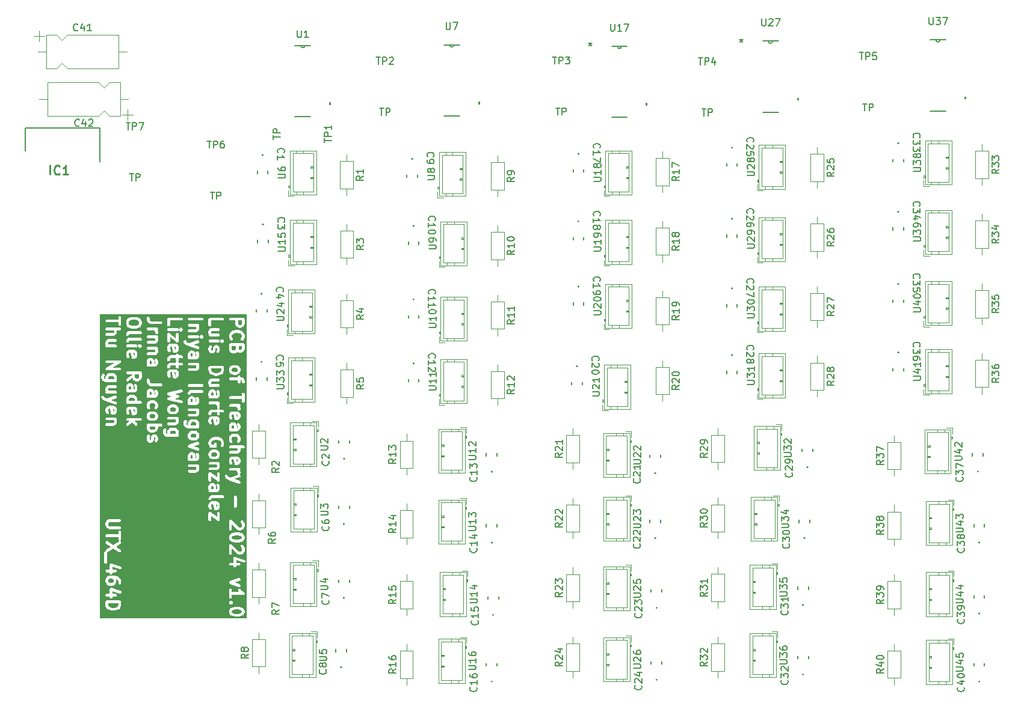
<source format=gbr>
%TF.GenerationSoftware,KiCad,Pcbnew,8.0.6*%
%TF.CreationDate,2024-11-05T12:51:11-06:00*%
%TF.ProjectId,GameBoardMatrix,47616d65-426f-4617-9264-4d6174726978,rev?*%
%TF.SameCoordinates,Original*%
%TF.FileFunction,Legend,Top*%
%TF.FilePolarity,Positive*%
%FSLAX46Y46*%
G04 Gerber Fmt 4.6, Leading zero omitted, Abs format (unit mm)*
G04 Created by KiCad (PCBNEW 8.0.6) date 2024-11-05 12:51:11*
%MOMM*%
%LPD*%
G01*
G04 APERTURE LIST*
%ADD10C,0.400000*%
%ADD11C,0.150000*%
%ADD12C,0.254000*%
%ADD13C,0.120000*%
%ADD14C,0.152400*%
%ADD15C,0.000000*%
%ADD16C,0.200000*%
G04 APERTURE END LIST*
D10*
G36*
X56019120Y-103930435D02*
G01*
X56141882Y-103991816D01*
X56181697Y-104031632D01*
X56231782Y-104131801D01*
X56231782Y-104208803D01*
X56181697Y-104308972D01*
X56141882Y-104348788D01*
X56019120Y-104410169D01*
X55721445Y-104484588D01*
X55342120Y-104484588D01*
X55044443Y-104410169D01*
X54921682Y-104348789D01*
X54881867Y-104308972D01*
X54831782Y-104208802D01*
X54831782Y-104131802D01*
X54881867Y-104031632D01*
X54921682Y-103991815D01*
X55044443Y-103930435D01*
X55342120Y-103856017D01*
X55721445Y-103856017D01*
X56019120Y-103930435D01*
G37*
G36*
X38844388Y-103194987D02*
G01*
X38783867Y-103376549D01*
X38668773Y-103491644D01*
X38546014Y-103553023D01*
X38248337Y-103627443D01*
X38040436Y-103627443D01*
X37742764Y-103553024D01*
X37620003Y-103491643D01*
X37504909Y-103376550D01*
X37444388Y-103194985D01*
X37444388Y-102998872D01*
X38844388Y-102998872D01*
X38844388Y-103194987D01*
G37*
G36*
X38068773Y-99534670D02*
G01*
X38108588Y-99574484D01*
X38158674Y-99674656D01*
X38158674Y-99923086D01*
X38108588Y-100023258D01*
X38068773Y-100063072D01*
X37968604Y-100113157D01*
X37634459Y-100113157D01*
X37534287Y-100063071D01*
X37494473Y-100023257D01*
X37444388Y-99923086D01*
X37444388Y-99674656D01*
X37494473Y-99574485D01*
X37534287Y-99534671D01*
X37634459Y-99484586D01*
X37968604Y-99484586D01*
X38068773Y-99534670D01*
G37*
G36*
X56019120Y-93473290D02*
G01*
X56141882Y-93534671D01*
X56181697Y-93574487D01*
X56231782Y-93674656D01*
X56231782Y-93751658D01*
X56181697Y-93851827D01*
X56141882Y-93891643D01*
X56019120Y-93953024D01*
X55721445Y-94027443D01*
X55342120Y-94027443D01*
X55044443Y-93953024D01*
X54921682Y-93891644D01*
X54881867Y-93851827D01*
X54831782Y-93751657D01*
X54831782Y-93674657D01*
X54881867Y-93574487D01*
X54921682Y-93534670D01*
X55044443Y-93473290D01*
X55342120Y-93398872D01*
X55721445Y-93398872D01*
X56019120Y-93473290D01*
G37*
G36*
X52699097Y-89062226D02*
G01*
X52733883Y-89131797D01*
X52733883Y-89380227D01*
X52699097Y-89449798D01*
X52665659Y-89466517D01*
X52577844Y-89027441D01*
X52629526Y-89027441D01*
X52699097Y-89062226D01*
G37*
G36*
X52184812Y-86490798D02*
G01*
X52219598Y-86560369D01*
X52219598Y-86913156D01*
X51943204Y-86913156D01*
X51933883Y-86894513D01*
X51933883Y-86560369D01*
X51968668Y-86490798D01*
X52038240Y-86456013D01*
X52115242Y-86456013D01*
X52184812Y-86490798D01*
G37*
G36*
X55596996Y-82719370D02*
G01*
X55631782Y-82788941D01*
X55631782Y-83037371D01*
X55596996Y-83106942D01*
X55563558Y-83123661D01*
X55475743Y-82684585D01*
X55527425Y-82684585D01*
X55596996Y-82719370D01*
G37*
G36*
X49286913Y-82119369D02*
G01*
X49321699Y-82188940D01*
X49321699Y-82541727D01*
X49045305Y-82541727D01*
X49035984Y-82523084D01*
X49035984Y-82188940D01*
X49070769Y-82119369D01*
X49140341Y-82084584D01*
X49217343Y-82084584D01*
X49286913Y-82119369D01*
G37*
G36*
X52643986Y-81791815D02*
G01*
X52683796Y-81831625D01*
X52733883Y-81931798D01*
X52733883Y-82094514D01*
X52683798Y-82194683D01*
X52643983Y-82234499D01*
X52543812Y-82284585D01*
X52123954Y-82284585D01*
X52023783Y-82234500D01*
X51983968Y-82194683D01*
X51933883Y-82094513D01*
X51933883Y-81931798D01*
X51983968Y-81831627D01*
X52023782Y-81791813D01*
X52123954Y-81741728D01*
X52543812Y-81741728D01*
X52643986Y-81791815D01*
G37*
G36*
X49746087Y-79134671D02*
G01*
X49785897Y-79174481D01*
X49835984Y-79274654D01*
X49835984Y-79437370D01*
X49785899Y-79537539D01*
X49746084Y-79577355D01*
X49645913Y-79627441D01*
X49226055Y-79627441D01*
X49125884Y-79577356D01*
X49086069Y-79537539D01*
X49035984Y-79437369D01*
X49035984Y-79274654D01*
X49086069Y-79174483D01*
X49125883Y-79134669D01*
X49226055Y-79084584D01*
X49645913Y-79084584D01*
X49746087Y-79134671D01*
G37*
G36*
X46848188Y-78706100D02*
G01*
X46887998Y-78745910D01*
X46938085Y-78846083D01*
X46938085Y-79094513D01*
X46928764Y-79113156D01*
X46147406Y-79113156D01*
X46138085Y-79094513D01*
X46138085Y-78846083D01*
X46188170Y-78745912D01*
X46227984Y-78706098D01*
X46328156Y-78656013D01*
X46748014Y-78656013D01*
X46848188Y-78706100D01*
G37*
G36*
X44040186Y-78074655D02*
G01*
X44040186Y-78323085D01*
X43990101Y-78423254D01*
X43950286Y-78463070D01*
X43850115Y-78513156D01*
X43430257Y-78513156D01*
X43330086Y-78463071D01*
X43290271Y-78423254D01*
X43240186Y-78323084D01*
X43240186Y-78074655D01*
X43249507Y-78056013D01*
X44030865Y-78056013D01*
X44040186Y-78074655D01*
G37*
G36*
X55082711Y-77919371D02*
G01*
X55117497Y-77988942D01*
X55117497Y-78341729D01*
X54841103Y-78341729D01*
X54831782Y-78323086D01*
X54831782Y-77988942D01*
X54866567Y-77919371D01*
X54936139Y-77884586D01*
X55013141Y-77884586D01*
X55082711Y-77919371D01*
G37*
G36*
X49746087Y-77506100D02*
G01*
X49785897Y-77545910D01*
X49835984Y-77646083D01*
X49835984Y-77894513D01*
X49826663Y-77913156D01*
X49045305Y-77913156D01*
X49035984Y-77894513D01*
X49035984Y-77646083D01*
X49086069Y-77545912D01*
X49125883Y-77506098D01*
X49226055Y-77456013D01*
X49645913Y-77456013D01*
X49746087Y-77506100D01*
G37*
G36*
X52699097Y-77062227D02*
G01*
X52733883Y-77131798D01*
X52733883Y-77380228D01*
X52699097Y-77449799D01*
X52665659Y-77466518D01*
X52577844Y-77027442D01*
X52629526Y-77027442D01*
X52699097Y-77062227D01*
G37*
G36*
X43950289Y-76391815D02*
G01*
X43990099Y-76431625D01*
X44040186Y-76531798D01*
X44040186Y-76694514D01*
X43990101Y-76794683D01*
X43950286Y-76834499D01*
X43850115Y-76884585D01*
X43430257Y-76884585D01*
X43330086Y-76834500D01*
X43290271Y-76794683D01*
X43240186Y-76694513D01*
X43240186Y-76531798D01*
X43290271Y-76431627D01*
X43330085Y-76391813D01*
X43430257Y-76341728D01*
X43850115Y-76341728D01*
X43950289Y-76391815D01*
G37*
G36*
X55596996Y-76376514D02*
G01*
X55631782Y-76446085D01*
X55631782Y-76694515D01*
X55596996Y-76764086D01*
X55563558Y-76780805D01*
X55475743Y-76341729D01*
X55527425Y-76341729D01*
X55596996Y-76376514D01*
G37*
G36*
X41107501Y-75690798D02*
G01*
X41142287Y-75760369D01*
X41142287Y-76008799D01*
X41107501Y-76078370D01*
X41074063Y-76095089D01*
X40986248Y-75656013D01*
X41037930Y-75656013D01*
X41107501Y-75690798D01*
G37*
G36*
X38209602Y-75605084D02*
G01*
X38244388Y-75674655D01*
X38244388Y-75923085D01*
X38209602Y-75992656D01*
X38176164Y-76009375D01*
X38088349Y-75570299D01*
X38140031Y-75570299D01*
X38209602Y-75605084D01*
G37*
G36*
X46848188Y-75448958D02*
G01*
X46887998Y-75488768D01*
X46938085Y-75588941D01*
X46938085Y-75751657D01*
X46888000Y-75851826D01*
X46848185Y-75891642D01*
X46748014Y-75941728D01*
X46328156Y-75941728D01*
X46227985Y-75891643D01*
X46188170Y-75851826D01*
X46138085Y-75751656D01*
X46138085Y-75588941D01*
X46188170Y-75488770D01*
X46227984Y-75448956D01*
X46328156Y-75398871D01*
X46748014Y-75398871D01*
X46848188Y-75448958D01*
G37*
G36*
X49286913Y-74233656D02*
G01*
X49321699Y-74303227D01*
X49321699Y-74656014D01*
X49045305Y-74656014D01*
X49035984Y-74637371D01*
X49035984Y-74303227D01*
X49070769Y-74233656D01*
X49140341Y-74198871D01*
X49217343Y-74198871D01*
X49286913Y-74233656D01*
G37*
G36*
X41052390Y-74077529D02*
G01*
X41092200Y-74117339D01*
X41142287Y-74217512D01*
X41142287Y-74465942D01*
X41132966Y-74484585D01*
X40351608Y-74484585D01*
X40342287Y-74465942D01*
X40342287Y-74217512D01*
X40392372Y-74117341D01*
X40432186Y-74077527D01*
X40532358Y-74027442D01*
X40952216Y-74027442D01*
X41052390Y-74077529D01*
G37*
G36*
X52184812Y-73290799D02*
G01*
X52219598Y-73360370D01*
X52219598Y-73713157D01*
X51943204Y-73713157D01*
X51933883Y-73694514D01*
X51933883Y-73360370D01*
X51968668Y-73290799D01*
X52038240Y-73256014D01*
X52115242Y-73256014D01*
X52184812Y-73290799D01*
G37*
G36*
X43491115Y-73205085D02*
G01*
X43525901Y-73274656D01*
X43525901Y-73627443D01*
X43249507Y-73627443D01*
X43240186Y-73608800D01*
X43240186Y-73274656D01*
X43274971Y-73205085D01*
X43344543Y-73170300D01*
X43421545Y-73170300D01*
X43491115Y-73205085D01*
G37*
G36*
X40593216Y-72433656D02*
G01*
X40628002Y-72503227D01*
X40628002Y-72856014D01*
X40351608Y-72856014D01*
X40342287Y-72837371D01*
X40342287Y-72503227D01*
X40377072Y-72433656D01*
X40446644Y-72398871D01*
X40523646Y-72398871D01*
X40593216Y-72433656D01*
G37*
G36*
X38154491Y-70991815D02*
G01*
X38194301Y-71031625D01*
X38244388Y-71131798D01*
X38244388Y-71380228D01*
X38235067Y-71398871D01*
X37453709Y-71398871D01*
X37444388Y-71380228D01*
X37444388Y-71131798D01*
X37494473Y-71031627D01*
X37534287Y-70991813D01*
X37634459Y-70941728D01*
X38054317Y-70941728D01*
X38154491Y-70991815D01*
G37*
G36*
X41742287Y-71123085D02*
G01*
X41692200Y-71223258D01*
X41652390Y-71263069D01*
X41552216Y-71313156D01*
X41389501Y-71313156D01*
X41289331Y-71263071D01*
X41249515Y-71223256D01*
X41199430Y-71123085D01*
X41199430Y-70684585D01*
X41742287Y-70684585D01*
X41742287Y-71123085D01*
G37*
G36*
X46903299Y-70462227D02*
G01*
X46938085Y-70531798D01*
X46938085Y-70780228D01*
X46903299Y-70849799D01*
X46869861Y-70866518D01*
X46782046Y-70427442D01*
X46833728Y-70427442D01*
X46903299Y-70462227D01*
G37*
G36*
X53333883Y-70109272D02*
G01*
X53273362Y-70290834D01*
X53158268Y-70405929D01*
X53035509Y-70467308D01*
X52737832Y-70541728D01*
X52529931Y-70541728D01*
X52232259Y-70467309D01*
X52109498Y-70405928D01*
X51994404Y-70290835D01*
X51933883Y-70109270D01*
X51933883Y-69913157D01*
X53333883Y-69913157D01*
X53333883Y-70109272D01*
G37*
G36*
X55541885Y-69877530D02*
G01*
X55581695Y-69917340D01*
X55631782Y-70017513D01*
X55631782Y-70180229D01*
X55581697Y-70280398D01*
X55541882Y-70320214D01*
X55441711Y-70370300D01*
X55021853Y-70370300D01*
X54921682Y-70320215D01*
X54881867Y-70280398D01*
X54831782Y-70180228D01*
X54831782Y-70017513D01*
X54881867Y-69917342D01*
X54921681Y-69877528D01*
X55021853Y-69827443D01*
X55441711Y-69827443D01*
X55541885Y-69877530D01*
G37*
G36*
X43491115Y-68833656D02*
G01*
X43525901Y-68903227D01*
X43525901Y-69256014D01*
X43249507Y-69256014D01*
X43240186Y-69237371D01*
X43240186Y-68903227D01*
X43274971Y-68833656D01*
X43344543Y-68798871D01*
X43421545Y-68798871D01*
X43491115Y-68833656D01*
G37*
G36*
X49286913Y-67805085D02*
G01*
X49321699Y-67874656D01*
X49321699Y-68227443D01*
X49045305Y-68227443D01*
X49035984Y-68208800D01*
X49035984Y-67874656D01*
X49070769Y-67805085D01*
X49140341Y-67770300D01*
X49217343Y-67770300D01*
X49286913Y-67805085D01*
G37*
G36*
X41107501Y-67719370D02*
G01*
X41142287Y-67788941D01*
X41142287Y-68037371D01*
X41107501Y-68106942D01*
X41074063Y-68123661D01*
X40986248Y-67684585D01*
X41037930Y-67684585D01*
X41107501Y-67719370D01*
G37*
G36*
X55374639Y-67109272D02*
G01*
X55314117Y-67290836D01*
X55284742Y-67320212D01*
X55184568Y-67370299D01*
X55021853Y-67370299D01*
X54921681Y-67320213D01*
X54881867Y-67280399D01*
X54831782Y-67180228D01*
X54831782Y-66741728D01*
X55374639Y-66741728D01*
X55374639Y-67109272D01*
G37*
G36*
X56231782Y-67094514D02*
G01*
X56181695Y-67194687D01*
X56141885Y-67234498D01*
X56041711Y-67284585D01*
X55964711Y-67284585D01*
X55864537Y-67234498D01*
X55824724Y-67194685D01*
X55774639Y-67094514D01*
X55774639Y-66741728D01*
X56231782Y-66741728D01*
X56231782Y-67094514D01*
G37*
G36*
X46903299Y-66862228D02*
G01*
X46938085Y-66931799D01*
X46938085Y-67180229D01*
X46903299Y-67249800D01*
X46869861Y-67266519D01*
X46782046Y-66827443D01*
X46833728Y-66827443D01*
X46903299Y-66862228D01*
G37*
G36*
X41582895Y-63122321D02*
G01*
X41692202Y-63231629D01*
X41742287Y-63331798D01*
X41742287Y-63580228D01*
X41692201Y-63680398D01*
X41582893Y-63789706D01*
X41317667Y-63856014D01*
X40766906Y-63856014D01*
X40501679Y-63789706D01*
X40392372Y-63680399D01*
X40342287Y-63580228D01*
X40342287Y-63331799D01*
X40392371Y-63231629D01*
X40501680Y-63122321D01*
X40766906Y-63056014D01*
X41317664Y-63056014D01*
X41582895Y-63122321D01*
G37*
G36*
X56231782Y-63580228D02*
G01*
X56181695Y-63680401D01*
X56141885Y-63720212D01*
X56041711Y-63770299D01*
X55878996Y-63770299D01*
X55778826Y-63720214D01*
X55739010Y-63680399D01*
X55688925Y-63580228D01*
X55688925Y-63141728D01*
X56231782Y-63141728D01*
X56231782Y-63580228D01*
G37*
G36*
X56915926Y-105084588D02*
G01*
X36244388Y-105084588D01*
X36244388Y-104084588D01*
X54431782Y-104084588D01*
X54431782Y-104256017D01*
X54435625Y-104295035D01*
X54438375Y-104301675D01*
X54438885Y-104308843D01*
X54452897Y-104345461D01*
X54538612Y-104516889D01*
X54549183Y-104533682D01*
X54551203Y-104538558D01*
X54555710Y-104544050D01*
X54559499Y-104550069D01*
X54563489Y-104553530D01*
X54576075Y-104568866D01*
X54661789Y-104654581D01*
X54677127Y-104667168D01*
X54680588Y-104671159D01*
X54686604Y-104674946D01*
X54692096Y-104679453D01*
X54696974Y-104681473D01*
X54713768Y-104692045D01*
X54885196Y-104777759D01*
X54888050Y-104778851D01*
X54889211Y-104779711D01*
X54905598Y-104785566D01*
X54921813Y-104791771D01*
X54923249Y-104791873D01*
X54926132Y-104792903D01*
X55268990Y-104878617D01*
X55275757Y-104879617D01*
X55278479Y-104880745D01*
X55293160Y-104882191D01*
X55307775Y-104884352D01*
X55310692Y-104883917D01*
X55317497Y-104884588D01*
X55746068Y-104884588D01*
X55752872Y-104883917D01*
X55755790Y-104884352D01*
X55770404Y-104882191D01*
X55785086Y-104880745D01*
X55787807Y-104879617D01*
X55794575Y-104878617D01*
X56137432Y-104792902D01*
X56140307Y-104791874D01*
X56141750Y-104791772D01*
X56158006Y-104785551D01*
X56174353Y-104779711D01*
X56175511Y-104778852D01*
X56178367Y-104777760D01*
X56349796Y-104692046D01*
X56366590Y-104681473D01*
X56371469Y-104679453D01*
X56376963Y-104674944D01*
X56382976Y-104671159D01*
X56386434Y-104667170D01*
X56401776Y-104654581D01*
X56487490Y-104568865D01*
X56500076Y-104553529D01*
X56504067Y-104550068D01*
X56507853Y-104544052D01*
X56512363Y-104538558D01*
X56514384Y-104533676D01*
X56524953Y-104516888D01*
X56610667Y-104345460D01*
X56624679Y-104308843D01*
X56625188Y-104301675D01*
X56627939Y-104295035D01*
X56631782Y-104256017D01*
X56631782Y-104084588D01*
X56627939Y-104045570D01*
X56625188Y-104038929D01*
X56624679Y-104031762D01*
X56610667Y-103995145D01*
X56524953Y-103823717D01*
X56514384Y-103806928D01*
X56512363Y-103802047D01*
X56507853Y-103796552D01*
X56504067Y-103790537D01*
X56500076Y-103787075D01*
X56487490Y-103771740D01*
X56401776Y-103686024D01*
X56386434Y-103673434D01*
X56382976Y-103669446D01*
X56376963Y-103665660D01*
X56371469Y-103661152D01*
X56366590Y-103659131D01*
X56349796Y-103648559D01*
X56178367Y-103562845D01*
X56175511Y-103561752D01*
X56174353Y-103560894D01*
X56158006Y-103555053D01*
X56141750Y-103548833D01*
X56140307Y-103548730D01*
X56137432Y-103547703D01*
X55794575Y-103461988D01*
X55787807Y-103460987D01*
X55785086Y-103459860D01*
X55770404Y-103458413D01*
X55755790Y-103456253D01*
X55752872Y-103456687D01*
X55746068Y-103456017D01*
X55317497Y-103456017D01*
X55310692Y-103456687D01*
X55307775Y-103456253D01*
X55293160Y-103458413D01*
X55278479Y-103459860D01*
X55275757Y-103460987D01*
X55268990Y-103461988D01*
X54926132Y-103547702D01*
X54923249Y-103548731D01*
X54921813Y-103548834D01*
X54905598Y-103555038D01*
X54889211Y-103560894D01*
X54888050Y-103561753D01*
X54885196Y-103562846D01*
X54713768Y-103648560D01*
X54696974Y-103659131D01*
X54692096Y-103661152D01*
X54686604Y-103665658D01*
X54680588Y-103669446D01*
X54677127Y-103673436D01*
X54661789Y-103686024D01*
X54576075Y-103771739D01*
X54563489Y-103787074D01*
X54559499Y-103790536D01*
X54555710Y-103796554D01*
X54551203Y-103802047D01*
X54549183Y-103806922D01*
X54538612Y-103823716D01*
X54452897Y-103995144D01*
X54438885Y-104031762D01*
X54438375Y-104038929D01*
X54435625Y-104045570D01*
X54431782Y-104084588D01*
X36244388Y-104084588D01*
X36244388Y-102798872D01*
X37044388Y-102798872D01*
X37044388Y-103227443D01*
X37046333Y-103247192D01*
X37045959Y-103252458D01*
X37047534Y-103259386D01*
X37048231Y-103266461D01*
X37050251Y-103271339D01*
X37054651Y-103290689D01*
X37140367Y-103547832D01*
X37156351Y-103583633D01*
X37161059Y-103589061D01*
X37163809Y-103595700D01*
X37188681Y-103626007D01*
X37360110Y-103797436D01*
X37375449Y-103810024D01*
X37378909Y-103814014D01*
X37384921Y-103817799D01*
X37390417Y-103822309D01*
X37395297Y-103824330D01*
X37412089Y-103834901D01*
X37583517Y-103920615D01*
X37586374Y-103921708D01*
X37587532Y-103922566D01*
X37603888Y-103928410D01*
X37620135Y-103934627D01*
X37621573Y-103934729D01*
X37624453Y-103935758D01*
X37967310Y-104021472D01*
X37974077Y-104022472D01*
X37976799Y-104023600D01*
X37991480Y-104025046D01*
X38006095Y-104027207D01*
X38009012Y-104026772D01*
X38015817Y-104027443D01*
X38272960Y-104027443D01*
X38279764Y-104026772D01*
X38282682Y-104027207D01*
X38297296Y-104025046D01*
X38311978Y-104023600D01*
X38314699Y-104022472D01*
X38321467Y-104021472D01*
X38664324Y-103935757D01*
X38667199Y-103934729D01*
X38668642Y-103934627D01*
X38684888Y-103928409D01*
X38701245Y-103922566D01*
X38702404Y-103921706D01*
X38705260Y-103920614D01*
X38876687Y-103834901D01*
X38893480Y-103824329D01*
X38898359Y-103822309D01*
X38903851Y-103817801D01*
X38909868Y-103814014D01*
X38913329Y-103810022D01*
X38928666Y-103797436D01*
X39100095Y-103626008D01*
X39124968Y-103595700D01*
X39127718Y-103589060D01*
X39132426Y-103583632D01*
X39148411Y-103547831D01*
X39234125Y-103290689D01*
X39238524Y-103271339D01*
X39240545Y-103266461D01*
X39241241Y-103259386D01*
X39242817Y-103252458D01*
X39242442Y-103247192D01*
X39244388Y-103227443D01*
X39244388Y-102845570D01*
X54435625Y-102845570D01*
X54435625Y-102923606D01*
X54465488Y-102995702D01*
X54465489Y-102995703D01*
X54490361Y-103026010D01*
X54576077Y-103111724D01*
X54606384Y-103136597D01*
X54678480Y-103166460D01*
X54756517Y-103166459D01*
X54798749Y-103148965D01*
X54828611Y-103136596D01*
X54858918Y-103111723D01*
X54944632Y-103026009D01*
X54969505Y-102995702D01*
X54999368Y-102923606D01*
X54999368Y-102845570D01*
X54969505Y-102773474D01*
X54969504Y-102773473D01*
X54944632Y-102743167D01*
X54858918Y-102657453D01*
X54828611Y-102632580D01*
X54798749Y-102620210D01*
X54756517Y-102602717D01*
X54678480Y-102602716D01*
X54606384Y-102632579D01*
X54576077Y-102657452D01*
X54490361Y-102743166D01*
X54465489Y-102773473D01*
X54465488Y-102773474D01*
X54435625Y-102845570D01*
X39244388Y-102845570D01*
X39244388Y-102798872D01*
X39240545Y-102759854D01*
X39210682Y-102687758D01*
X39155502Y-102632578D01*
X39083406Y-102602715D01*
X39044388Y-102598872D01*
X37244388Y-102598872D01*
X37205370Y-102602715D01*
X37133274Y-102632578D01*
X37078094Y-102687758D01*
X37048231Y-102759854D01*
X37044388Y-102798872D01*
X36244388Y-102798872D01*
X36244388Y-101816997D01*
X37048231Y-101816997D01*
X37048231Y-101895033D01*
X37078094Y-101967129D01*
X37133274Y-102022309D01*
X37205370Y-102052172D01*
X37244388Y-102056015D01*
X37644388Y-102056015D01*
X37644388Y-102113157D01*
X37648231Y-102152175D01*
X37678094Y-102224271D01*
X37733274Y-102279451D01*
X37805370Y-102309314D01*
X37883406Y-102309314D01*
X37955502Y-102279451D01*
X38010682Y-102224271D01*
X38040545Y-102152175D01*
X38044388Y-102113157D01*
X38044388Y-102056015D01*
X38444388Y-102056015D01*
X38483406Y-102052172D01*
X38555502Y-102022309D01*
X38610682Y-101967129D01*
X38640545Y-101895033D01*
X38640545Y-101816997D01*
X38610682Y-101744901D01*
X38555502Y-101689721D01*
X38483406Y-101659858D01*
X38444388Y-101656015D01*
X38044388Y-101656015D01*
X38044388Y-101276357D01*
X39066857Y-101617180D01*
X39105088Y-101625872D01*
X39182928Y-101620341D01*
X39252726Y-101585442D01*
X39303855Y-101526489D01*
X39328532Y-101452457D01*
X39323000Y-101374618D01*
X39288101Y-101304820D01*
X39229149Y-101253691D01*
X39193348Y-101237706D01*
X38733993Y-101084588D01*
X54431782Y-101084588D01*
X54431782Y-102113159D01*
X54435625Y-102152177D01*
X54465488Y-102224273D01*
X54520668Y-102279453D01*
X54592764Y-102309316D01*
X54670800Y-102309316D01*
X54742896Y-102279453D01*
X54798076Y-102224273D01*
X54827939Y-102152177D01*
X54831782Y-102113159D01*
X54831782Y-101798873D01*
X56431782Y-101798873D01*
X56431921Y-101798859D01*
X56431991Y-101798873D01*
X56432193Y-101798832D01*
X56470800Y-101795030D01*
X56489093Y-101787452D01*
X56508512Y-101783569D01*
X56524793Y-101772665D01*
X56542896Y-101765167D01*
X56556899Y-101751163D01*
X56573351Y-101740146D01*
X56584219Y-101723843D01*
X56598076Y-101709987D01*
X56605654Y-101691691D01*
X56616638Y-101675216D01*
X56620440Y-101655993D01*
X56627939Y-101637891D01*
X56627939Y-101618089D01*
X56631782Y-101598663D01*
X56627939Y-101579448D01*
X56627939Y-101559855D01*
X56620361Y-101541561D01*
X56616478Y-101522143D01*
X56605574Y-101505861D01*
X56598076Y-101487759D01*
X56584072Y-101473755D01*
X56573055Y-101457304D01*
X56543042Y-101432725D01*
X56542896Y-101432579D01*
X56542830Y-101432551D01*
X56542722Y-101432463D01*
X56302058Y-101272021D01*
X56167581Y-101137543D01*
X56096382Y-100995145D01*
X56075496Y-100961965D01*
X56016543Y-100910836D01*
X55942511Y-100886158D01*
X55864672Y-100891690D01*
X55794874Y-100926589D01*
X55743745Y-100985542D01*
X55719067Y-101059574D01*
X55724599Y-101137413D01*
X55738612Y-101174031D01*
X55824325Y-101345458D01*
X55834896Y-101362251D01*
X55836917Y-101367130D01*
X55841425Y-101372623D01*
X55845212Y-101378639D01*
X55849201Y-101382099D01*
X55861789Y-101397437D01*
X55863225Y-101398873D01*
X54831782Y-101398873D01*
X54831782Y-101084588D01*
X54827939Y-101045570D01*
X54798076Y-100973474D01*
X54742896Y-100918294D01*
X54670800Y-100888431D01*
X54592764Y-100888431D01*
X54520668Y-100918294D01*
X54465488Y-100973474D01*
X54435625Y-101045570D01*
X54431782Y-101084588D01*
X38733993Y-101084588D01*
X37907633Y-100809135D01*
X37888286Y-100804736D01*
X37883406Y-100802715D01*
X37879395Y-100802715D01*
X37869402Y-100800443D01*
X37837428Y-100802715D01*
X37805370Y-100802715D01*
X37798731Y-100805464D01*
X37791563Y-100805974D01*
X37762887Y-100820311D01*
X37733274Y-100832578D01*
X37728193Y-100837659D01*
X37721765Y-100840873D01*
X37700761Y-100865090D01*
X37678094Y-100887758D01*
X37675343Y-100894397D01*
X37670636Y-100899826D01*
X37660500Y-100930231D01*
X37648231Y-100959854D01*
X37647226Y-100970056D01*
X37645959Y-100973858D01*
X37646333Y-100979123D01*
X37644388Y-100998872D01*
X37644388Y-101656015D01*
X37244388Y-101656015D01*
X37205370Y-101659858D01*
X37133274Y-101689721D01*
X37078094Y-101744901D01*
X37048231Y-101816997D01*
X36244388Y-101816997D01*
X36244388Y-99627443D01*
X37044388Y-99627443D01*
X37044388Y-99970300D01*
X37048231Y-100009318D01*
X37050981Y-100015958D01*
X37051491Y-100023126D01*
X37065503Y-100059743D01*
X37151218Y-100231172D01*
X37161786Y-100247961D01*
X37163809Y-100252843D01*
X37168320Y-100258340D01*
X37172105Y-100264352D01*
X37176093Y-100267811D01*
X37188682Y-100283150D01*
X37274396Y-100368864D01*
X37289732Y-100381450D01*
X37293194Y-100385442D01*
X37299210Y-100389229D01*
X37304703Y-100393737D01*
X37309582Y-100395758D01*
X37326374Y-100406328D01*
X37497802Y-100492042D01*
X37534419Y-100506054D01*
X37541586Y-100506563D01*
X37548227Y-100509314D01*
X37587245Y-100513157D01*
X38015817Y-100513157D01*
X38054835Y-100509314D01*
X38061472Y-100506564D01*
X38068642Y-100506055D01*
X38105260Y-100492042D01*
X38276687Y-100406329D01*
X38293482Y-100395756D01*
X38298358Y-100393737D01*
X38303848Y-100389230D01*
X38309868Y-100385442D01*
X38313329Y-100381450D01*
X38328666Y-100368865D01*
X38414381Y-100283151D01*
X38426970Y-100267809D01*
X38430959Y-100264351D01*
X38434744Y-100258338D01*
X38439253Y-100252844D01*
X38441273Y-100247965D01*
X38451846Y-100231171D01*
X38537560Y-100059743D01*
X38551572Y-100023125D01*
X38552081Y-100015956D01*
X38554831Y-100009318D01*
X38558674Y-99970300D01*
X38558674Y-99627443D01*
X38554831Y-99588425D01*
X38552081Y-99581786D01*
X38551572Y-99574618D01*
X38548090Y-99565518D01*
X38745543Y-99697154D01*
X38794302Y-99745913D01*
X38844388Y-99846084D01*
X38844388Y-100141729D01*
X38848231Y-100180747D01*
X38878094Y-100252843D01*
X38933274Y-100308023D01*
X39005370Y-100337886D01*
X39083406Y-100337886D01*
X39155502Y-100308023D01*
X39210682Y-100252843D01*
X39240545Y-100180747D01*
X39244388Y-100141729D01*
X39244388Y-100026786D01*
X54433930Y-100026786D01*
X54435382Y-100056016D01*
X54433930Y-100085246D01*
X54437305Y-100094697D01*
X54437804Y-100104726D01*
X54450333Y-100131176D01*
X54460176Y-100158736D01*
X54466914Y-100166179D01*
X54471211Y-100175250D01*
X54492906Y-100194891D01*
X54512548Y-100216587D01*
X54521618Y-100220883D01*
X54529062Y-100227622D01*
X54564515Y-100244364D01*
X55764514Y-100672935D01*
X55802552Y-100682439D01*
X55880492Y-100678565D01*
X55951016Y-100645158D01*
X56003388Y-100587306D01*
X56029634Y-100513817D01*
X56025759Y-100435877D01*
X55992353Y-100365352D01*
X55934501Y-100312981D01*
X55899049Y-100296238D01*
X55226424Y-100056015D01*
X55899050Y-99815792D01*
X55934502Y-99799050D01*
X55992354Y-99746678D01*
X56025760Y-99676154D01*
X56029635Y-99598214D01*
X56003388Y-99524724D01*
X55951017Y-99466872D01*
X55880492Y-99433466D01*
X55802552Y-99429591D01*
X55764515Y-99439096D01*
X54564515Y-99867668D01*
X54529062Y-99884410D01*
X54521618Y-99891148D01*
X54512548Y-99895445D01*
X54492906Y-99917140D01*
X54471211Y-99936782D01*
X54466914Y-99945852D01*
X54460176Y-99953296D01*
X54450333Y-99980855D01*
X54437804Y-100007306D01*
X54437305Y-100017334D01*
X54433930Y-100026786D01*
X39244388Y-100026786D01*
X39244388Y-99798871D01*
X39240545Y-99759853D01*
X39237794Y-99753212D01*
X39237285Y-99746045D01*
X39223273Y-99709428D01*
X39137559Y-99538000D01*
X39126989Y-99521208D01*
X39124968Y-99516329D01*
X39120460Y-99510836D01*
X39116673Y-99504820D01*
X39112681Y-99501358D01*
X39100095Y-99486022D01*
X39014381Y-99400308D01*
X39014274Y-99400220D01*
X39014234Y-99400160D01*
X38998676Y-99387419D01*
X38984074Y-99375435D01*
X38984010Y-99375408D01*
X38983901Y-99375319D01*
X38726757Y-99203890D01*
X38705213Y-99192403D01*
X38701245Y-99189463D01*
X38696558Y-99187788D01*
X38692161Y-99185444D01*
X38687310Y-99184484D01*
X38664324Y-99176272D01*
X38321467Y-99090557D01*
X38314699Y-99089556D01*
X38311978Y-99088429D01*
X38297296Y-99086982D01*
X38282682Y-99084822D01*
X38279764Y-99085256D01*
X38272960Y-99084586D01*
X37587245Y-99084586D01*
X37548227Y-99088429D01*
X37541586Y-99091179D01*
X37534419Y-99091689D01*
X37497802Y-99105701D01*
X37326374Y-99191415D01*
X37309582Y-99201984D01*
X37304703Y-99204006D01*
X37299210Y-99208513D01*
X37293194Y-99212301D01*
X37289732Y-99216292D01*
X37274396Y-99228879D01*
X37188682Y-99314593D01*
X37176093Y-99329931D01*
X37172105Y-99333391D01*
X37168320Y-99339402D01*
X37163809Y-99344900D01*
X37161786Y-99349781D01*
X37151218Y-99366571D01*
X37065503Y-99538000D01*
X37051491Y-99574617D01*
X37050981Y-99581784D01*
X37048231Y-99588425D01*
X37044388Y-99627443D01*
X36244388Y-99627443D01*
X36244388Y-98388425D01*
X37048231Y-98388425D01*
X37048231Y-98466461D01*
X37078094Y-98538557D01*
X37133274Y-98593737D01*
X37205370Y-98623600D01*
X37244388Y-98627443D01*
X37644388Y-98627443D01*
X37644388Y-98684585D01*
X37648231Y-98723603D01*
X37678094Y-98795699D01*
X37733274Y-98850879D01*
X37805370Y-98880742D01*
X37883406Y-98880742D01*
X37955502Y-98850879D01*
X38010682Y-98795699D01*
X38040545Y-98723603D01*
X38044388Y-98684585D01*
X38044388Y-98627443D01*
X38444388Y-98627443D01*
X38483406Y-98623600D01*
X38555502Y-98593737D01*
X38610682Y-98538557D01*
X38640545Y-98466461D01*
X38640545Y-98388425D01*
X38610682Y-98316329D01*
X38555502Y-98261149D01*
X38483406Y-98231286D01*
X38444388Y-98227443D01*
X38044388Y-98227443D01*
X38044388Y-97847785D01*
X39066857Y-98188608D01*
X39105088Y-98197300D01*
X39182928Y-98191769D01*
X39252726Y-98156870D01*
X39303855Y-98097917D01*
X39328532Y-98023885D01*
X39323000Y-97946046D01*
X39288101Y-97876248D01*
X39229149Y-97825119D01*
X39193348Y-97809134D01*
X38102651Y-97445569D01*
X54435625Y-97445569D01*
X54435625Y-97523605D01*
X54465488Y-97595701D01*
X54520668Y-97650881D01*
X54592764Y-97680744D01*
X54631782Y-97684587D01*
X55031782Y-97684587D01*
X55031782Y-97741729D01*
X55035625Y-97780747D01*
X55065488Y-97852843D01*
X55120668Y-97908023D01*
X55192764Y-97937886D01*
X55270800Y-97937886D01*
X55342896Y-97908023D01*
X55398076Y-97852843D01*
X55427939Y-97780747D01*
X55431782Y-97741729D01*
X55431782Y-97684587D01*
X55831782Y-97684587D01*
X55870800Y-97680744D01*
X55942896Y-97650881D01*
X55998076Y-97595701D01*
X56027939Y-97523605D01*
X56027939Y-97445569D01*
X55998076Y-97373473D01*
X55942896Y-97318293D01*
X55870800Y-97288430D01*
X55831782Y-97284587D01*
X55431782Y-97284587D01*
X55431782Y-96904929D01*
X56454251Y-97245752D01*
X56492482Y-97254444D01*
X56570322Y-97248913D01*
X56640120Y-97214014D01*
X56691249Y-97155061D01*
X56715926Y-97081029D01*
X56710394Y-97003190D01*
X56675495Y-96933392D01*
X56616543Y-96882263D01*
X56580742Y-96866278D01*
X55295027Y-96437707D01*
X55275680Y-96433308D01*
X55270800Y-96431287D01*
X55266789Y-96431287D01*
X55256796Y-96429015D01*
X55224822Y-96431287D01*
X55192764Y-96431287D01*
X55186125Y-96434036D01*
X55178957Y-96434546D01*
X55150281Y-96448883D01*
X55120668Y-96461150D01*
X55115587Y-96466231D01*
X55109159Y-96469445D01*
X55088155Y-96493662D01*
X55065488Y-96516330D01*
X55062737Y-96522969D01*
X55058030Y-96528398D01*
X55047894Y-96558803D01*
X55035625Y-96588426D01*
X55034620Y-96598628D01*
X55033353Y-96602430D01*
X55033727Y-96607695D01*
X55031782Y-96627444D01*
X55031782Y-97284587D01*
X54631782Y-97284587D01*
X54592764Y-97288430D01*
X54520668Y-97318293D01*
X54465488Y-97373473D01*
X54435625Y-97445569D01*
X38102651Y-97445569D01*
X37907633Y-97380563D01*
X37888286Y-97376164D01*
X37883406Y-97374143D01*
X37879395Y-97374143D01*
X37869402Y-97371871D01*
X37837428Y-97374143D01*
X37805370Y-97374143D01*
X37798731Y-97376892D01*
X37791563Y-97377402D01*
X37762887Y-97391739D01*
X37733274Y-97404006D01*
X37728193Y-97409087D01*
X37721765Y-97412301D01*
X37700761Y-97436518D01*
X37678094Y-97459186D01*
X37675343Y-97465825D01*
X37670636Y-97471254D01*
X37660500Y-97501659D01*
X37648231Y-97531282D01*
X37647226Y-97541484D01*
X37645959Y-97545286D01*
X37646333Y-97550551D01*
X37644388Y-97570300D01*
X37644388Y-98227443D01*
X37244388Y-98227443D01*
X37205370Y-98231286D01*
X37133274Y-98261149D01*
X37078094Y-98316329D01*
X37048231Y-98388425D01*
X36244388Y-98388425D01*
X36244388Y-95856014D01*
X36872960Y-95856014D01*
X36872960Y-97227442D01*
X36876803Y-97266460D01*
X36906666Y-97338556D01*
X36961846Y-97393736D01*
X37033942Y-97423599D01*
X37111978Y-97423599D01*
X37184074Y-97393736D01*
X37239254Y-97338556D01*
X37269117Y-97266460D01*
X37272960Y-97227442D01*
X37272960Y-95856014D01*
X37269117Y-95816996D01*
X37260288Y-95795683D01*
X37320731Y-95783726D01*
X37355328Y-95765280D01*
X38144388Y-95239240D01*
X38933448Y-95765280D01*
X38968045Y-95783726D01*
X39044597Y-95798870D01*
X39121118Y-95783566D01*
X39185957Y-95740143D01*
X39229244Y-95675214D01*
X39244388Y-95598661D01*
X39229084Y-95522140D01*
X39185661Y-95457301D01*
X39155328Y-95432460D01*
X38504943Y-94998870D01*
X38762084Y-94827443D01*
X54431782Y-94827443D01*
X54431782Y-95941729D01*
X54435625Y-95980747D01*
X54465488Y-96052843D01*
X54520668Y-96108023D01*
X54592764Y-96137886D01*
X54670800Y-96137886D01*
X54742896Y-96108023D01*
X54798076Y-96052843D01*
X54827939Y-95980747D01*
X54831782Y-95941729D01*
X54831782Y-95310285D01*
X55518932Y-95997436D01*
X55549240Y-96022309D01*
X55555879Y-96025059D01*
X55561308Y-96029767D01*
X55597109Y-96045752D01*
X55854251Y-96131466D01*
X55873600Y-96135865D01*
X55878479Y-96137886D01*
X55885553Y-96138582D01*
X55892482Y-96140158D01*
X55897747Y-96139783D01*
X55917497Y-96141729D01*
X56088925Y-96141729D01*
X56127943Y-96137886D01*
X56134580Y-96135136D01*
X56141750Y-96134627D01*
X56178367Y-96120615D01*
X56349796Y-96034901D01*
X56366587Y-96024330D01*
X56371468Y-96022309D01*
X56376963Y-96017799D01*
X56382976Y-96014014D01*
X56386435Y-96010024D01*
X56401775Y-95997436D01*
X56487489Y-95911722D01*
X56500077Y-95896382D01*
X56504067Y-95892923D01*
X56507852Y-95886910D01*
X56512362Y-95881415D01*
X56514383Y-95876534D01*
X56524954Y-95859743D01*
X56610668Y-95688315D01*
X56624680Y-95651697D01*
X56625189Y-95644528D01*
X56627939Y-95637890D01*
X56631782Y-95598872D01*
X56631782Y-95170301D01*
X56627939Y-95131283D01*
X56625189Y-95124644D01*
X56624680Y-95117476D01*
X56610668Y-95080858D01*
X56524954Y-94909430D01*
X56514383Y-94892638D01*
X56512362Y-94887758D01*
X56507852Y-94882262D01*
X56504067Y-94876250D01*
X56500077Y-94872790D01*
X56487489Y-94857451D01*
X56401775Y-94771737D01*
X56371468Y-94746864D01*
X56299372Y-94717001D01*
X56221336Y-94717001D01*
X56149240Y-94746864D01*
X56094060Y-94802044D01*
X56064197Y-94874140D01*
X56064197Y-94952176D01*
X56094060Y-95024272D01*
X56118933Y-95054579D01*
X56181695Y-95117341D01*
X56231782Y-95217514D01*
X56231782Y-95551658D01*
X56181695Y-95651831D01*
X56141885Y-95691642D01*
X56041711Y-95741729D01*
X55949953Y-95741729D01*
X55768390Y-95681208D01*
X54773203Y-94686022D01*
X54742896Y-94661149D01*
X54670800Y-94631286D01*
X54592764Y-94631286D01*
X54520668Y-94661149D01*
X54465488Y-94716329D01*
X54435625Y-94788425D01*
X54431782Y-94827443D01*
X38762084Y-94827443D01*
X39155328Y-94565280D01*
X39185661Y-94540439D01*
X39229084Y-94475600D01*
X39244388Y-94399079D01*
X39229244Y-94322526D01*
X39185957Y-94257597D01*
X39121118Y-94214174D01*
X39044597Y-94198870D01*
X38968045Y-94214014D01*
X38933448Y-94232460D01*
X38144388Y-94758500D01*
X37355328Y-94232460D01*
X37320731Y-94214014D01*
X37244179Y-94198870D01*
X37167658Y-94214174D01*
X37102819Y-94257597D01*
X37059532Y-94322527D01*
X37044388Y-94399079D01*
X37059692Y-94475600D01*
X37103115Y-94540439D01*
X37133448Y-94565280D01*
X37783833Y-94998870D01*
X37133448Y-95432460D01*
X37103115Y-95457301D01*
X37059692Y-95522140D01*
X37044388Y-95598661D01*
X37056494Y-95659857D01*
X37033942Y-95659857D01*
X36961846Y-95689720D01*
X36906666Y-95744900D01*
X36876803Y-95816996D01*
X36872960Y-95856014D01*
X36244388Y-95856014D01*
X36244388Y-93416995D01*
X37048231Y-93416995D01*
X37048231Y-93495031D01*
X37078094Y-93567127D01*
X37133274Y-93622307D01*
X37205370Y-93652170D01*
X37244388Y-93656013D01*
X38844388Y-93656013D01*
X38844388Y-93970299D01*
X38848231Y-94009317D01*
X38878094Y-94081413D01*
X38933274Y-94136593D01*
X39005370Y-94166456D01*
X39083406Y-94166456D01*
X39155502Y-94136593D01*
X39210682Y-94081413D01*
X39240545Y-94009317D01*
X39244388Y-93970299D01*
X39244388Y-93627443D01*
X54431782Y-93627443D01*
X54431782Y-93798872D01*
X54435625Y-93837890D01*
X54438375Y-93844530D01*
X54438885Y-93851698D01*
X54452897Y-93888316D01*
X54538612Y-94059744D01*
X54549183Y-94076537D01*
X54551203Y-94081413D01*
X54555710Y-94086905D01*
X54559499Y-94092924D01*
X54563489Y-94096385D01*
X54576075Y-94111721D01*
X54661789Y-94197436D01*
X54677127Y-94210023D01*
X54680588Y-94214014D01*
X54686604Y-94217801D01*
X54692096Y-94222308D01*
X54696974Y-94224328D01*
X54713768Y-94234900D01*
X54885196Y-94320614D01*
X54888050Y-94321706D01*
X54889211Y-94322566D01*
X54905598Y-94328421D01*
X54921813Y-94334626D01*
X54923249Y-94334728D01*
X54926132Y-94335758D01*
X55268990Y-94421472D01*
X55275757Y-94422472D01*
X55278479Y-94423600D01*
X55293160Y-94425046D01*
X55307775Y-94427207D01*
X55310692Y-94426772D01*
X55317497Y-94427443D01*
X55746068Y-94427443D01*
X55752872Y-94426772D01*
X55755790Y-94427207D01*
X55770404Y-94425046D01*
X55785086Y-94423600D01*
X55787807Y-94422472D01*
X55794575Y-94421472D01*
X56137432Y-94335757D01*
X56140307Y-94334729D01*
X56141750Y-94334627D01*
X56158006Y-94328406D01*
X56174353Y-94322566D01*
X56175511Y-94321707D01*
X56178367Y-94320615D01*
X56349796Y-94234901D01*
X56366590Y-94224328D01*
X56371469Y-94222308D01*
X56376963Y-94217799D01*
X56382976Y-94214014D01*
X56386434Y-94210025D01*
X56401776Y-94197436D01*
X56487490Y-94111720D01*
X56500076Y-94096384D01*
X56504067Y-94092923D01*
X56507853Y-94086907D01*
X56512363Y-94081413D01*
X56514384Y-94076531D01*
X56524953Y-94059743D01*
X56610667Y-93888315D01*
X56624679Y-93851698D01*
X56625188Y-93844530D01*
X56627939Y-93837890D01*
X56631782Y-93798872D01*
X56631782Y-93627443D01*
X56627939Y-93588425D01*
X56625188Y-93581784D01*
X56624679Y-93574617D01*
X56610667Y-93538000D01*
X56524953Y-93366572D01*
X56514384Y-93349783D01*
X56512363Y-93344902D01*
X56507853Y-93339407D01*
X56504067Y-93333392D01*
X56500076Y-93329930D01*
X56487490Y-93314595D01*
X56401776Y-93228879D01*
X56386434Y-93216289D01*
X56382976Y-93212301D01*
X56376963Y-93208515D01*
X56371469Y-93204007D01*
X56366590Y-93201986D01*
X56349796Y-93191414D01*
X56178367Y-93105700D01*
X56175511Y-93104607D01*
X56174353Y-93103749D01*
X56158006Y-93097908D01*
X56141750Y-93091688D01*
X56140307Y-93091585D01*
X56137432Y-93090558D01*
X55794575Y-93004843D01*
X55787807Y-93003842D01*
X55785086Y-93002715D01*
X55770404Y-93001268D01*
X55755790Y-92999108D01*
X55752872Y-92999542D01*
X55746068Y-92998872D01*
X55317497Y-92998872D01*
X55310692Y-92999542D01*
X55307775Y-92999108D01*
X55293160Y-93001268D01*
X55278479Y-93002715D01*
X55275757Y-93003842D01*
X55268990Y-93004843D01*
X54926132Y-93090557D01*
X54923249Y-93091586D01*
X54921813Y-93091689D01*
X54905598Y-93097893D01*
X54889211Y-93103749D01*
X54888050Y-93104608D01*
X54885196Y-93105701D01*
X54713768Y-93191415D01*
X54696974Y-93201986D01*
X54692096Y-93204007D01*
X54686604Y-93208513D01*
X54680588Y-93212301D01*
X54677127Y-93216291D01*
X54661789Y-93228879D01*
X54576075Y-93314594D01*
X54563489Y-93329929D01*
X54559499Y-93333391D01*
X54555710Y-93339409D01*
X54551203Y-93344902D01*
X54549183Y-93349777D01*
X54538612Y-93366571D01*
X54452897Y-93537999D01*
X54438885Y-93574617D01*
X54438375Y-93581784D01*
X54435625Y-93588425D01*
X54431782Y-93627443D01*
X39244388Y-93627443D01*
X39244388Y-92941727D01*
X39240545Y-92902709D01*
X39210682Y-92830613D01*
X39155502Y-92775433D01*
X39083406Y-92745570D01*
X39005370Y-92745570D01*
X38933274Y-92775433D01*
X38878094Y-92830613D01*
X38848231Y-92902709D01*
X38844388Y-92941727D01*
X38844388Y-93256013D01*
X37244388Y-93256013D01*
X37205370Y-93259856D01*
X37133274Y-93289719D01*
X37078094Y-93344899D01*
X37048231Y-93416995D01*
X36244388Y-93416995D01*
X36244388Y-91656013D01*
X37044388Y-91656013D01*
X37044388Y-91998870D01*
X37048231Y-92037888D01*
X37050981Y-92044528D01*
X37051491Y-92051696D01*
X37065503Y-92088313D01*
X37151218Y-92259742D01*
X37161786Y-92276531D01*
X37163809Y-92281413D01*
X37168320Y-92286910D01*
X37172105Y-92292922D01*
X37176093Y-92296381D01*
X37188682Y-92311720D01*
X37274396Y-92397434D01*
X37289732Y-92410020D01*
X37293194Y-92414012D01*
X37299210Y-92417799D01*
X37304703Y-92422307D01*
X37309582Y-92424328D01*
X37326374Y-92434898D01*
X37497802Y-92520612D01*
X37534419Y-92534624D01*
X37541586Y-92535133D01*
X37548227Y-92537884D01*
X37587245Y-92541727D01*
X39044388Y-92541727D01*
X39083406Y-92537884D01*
X39155502Y-92508021D01*
X39210682Y-92452841D01*
X39240545Y-92380745D01*
X39240545Y-92302709D01*
X39210682Y-92230613D01*
X39155502Y-92175433D01*
X39083406Y-92145570D01*
X39044388Y-92141727D01*
X37634459Y-92141727D01*
X37534287Y-92091641D01*
X37494473Y-92051827D01*
X37444388Y-91951656D01*
X37444388Y-91703227D01*
X37494473Y-91603057D01*
X37534288Y-91563240D01*
X37634459Y-91513156D01*
X39044388Y-91513156D01*
X39083406Y-91509313D01*
X39155502Y-91479450D01*
X39210682Y-91424270D01*
X39240545Y-91352174D01*
X39240545Y-91274138D01*
X39210682Y-91202042D01*
X39155502Y-91146862D01*
X39083406Y-91116999D01*
X39044388Y-91113156D01*
X37587245Y-91113156D01*
X37548227Y-91116999D01*
X37541586Y-91119749D01*
X37534419Y-91120259D01*
X37497802Y-91134271D01*
X37326374Y-91219985D01*
X37309580Y-91230556D01*
X37304702Y-91232577D01*
X37299210Y-91237083D01*
X37293194Y-91240871D01*
X37289733Y-91244861D01*
X37274395Y-91257449D01*
X37188681Y-91343164D01*
X37176095Y-91358499D01*
X37172105Y-91361961D01*
X37168316Y-91367979D01*
X37163809Y-91373472D01*
X37161789Y-91378347D01*
X37151218Y-91395141D01*
X37065503Y-91566569D01*
X37051491Y-91603187D01*
X37050981Y-91610354D01*
X37048231Y-91616995D01*
X37044388Y-91656013D01*
X36244388Y-91656013D01*
X36244388Y-90284583D01*
X51533883Y-90284583D01*
X51533883Y-91227441D01*
X51537726Y-91266459D01*
X51567589Y-91338555D01*
X51622769Y-91393735D01*
X51694865Y-91423598D01*
X51772901Y-91423598D01*
X51844997Y-91393735D01*
X51900177Y-91338555D01*
X51930040Y-91266459D01*
X51933883Y-91227441D01*
X51933883Y-90696076D01*
X52810319Y-91384705D01*
X52819763Y-91390729D01*
X52822769Y-91393735D01*
X52827636Y-91395751D01*
X52843373Y-91405789D01*
X52869653Y-91413154D01*
X52894865Y-91423598D01*
X52906912Y-91423598D01*
X52918514Y-91426850D01*
X52945613Y-91423598D01*
X52972901Y-91423598D01*
X52984031Y-91418987D01*
X52995994Y-91417552D01*
X53019784Y-91404178D01*
X53032597Y-91398871D01*
X54431782Y-91398871D01*
X54431782Y-92513157D01*
X54435625Y-92552175D01*
X54465488Y-92624271D01*
X54520668Y-92679451D01*
X54592764Y-92709314D01*
X54670800Y-92709314D01*
X54742896Y-92679451D01*
X54798076Y-92624271D01*
X54827939Y-92552175D01*
X54831782Y-92513157D01*
X54831782Y-91881713D01*
X55518932Y-92568864D01*
X55549240Y-92593737D01*
X55555879Y-92596487D01*
X55561308Y-92601195D01*
X55597109Y-92617180D01*
X55854251Y-92702894D01*
X55873600Y-92707293D01*
X55878479Y-92709314D01*
X55885553Y-92710010D01*
X55892482Y-92711586D01*
X55897747Y-92711211D01*
X55917497Y-92713157D01*
X56088925Y-92713157D01*
X56127943Y-92709314D01*
X56134580Y-92706564D01*
X56141750Y-92706055D01*
X56178367Y-92692043D01*
X56349796Y-92606329D01*
X56366587Y-92595758D01*
X56371468Y-92593737D01*
X56376963Y-92589227D01*
X56382976Y-92585442D01*
X56386435Y-92581452D01*
X56401775Y-92568864D01*
X56487489Y-92483150D01*
X56500077Y-92467810D01*
X56504067Y-92464351D01*
X56507852Y-92458338D01*
X56512362Y-92452843D01*
X56514383Y-92447962D01*
X56524954Y-92431171D01*
X56610668Y-92259743D01*
X56624680Y-92223125D01*
X56625189Y-92215956D01*
X56627939Y-92209318D01*
X56631782Y-92170300D01*
X56631782Y-91741729D01*
X56627939Y-91702711D01*
X56625189Y-91696072D01*
X56624680Y-91688904D01*
X56610668Y-91652286D01*
X56524954Y-91480858D01*
X56514383Y-91464066D01*
X56512362Y-91459186D01*
X56507852Y-91453690D01*
X56504067Y-91447678D01*
X56500077Y-91444218D01*
X56487489Y-91428879D01*
X56401775Y-91343165D01*
X56371468Y-91318292D01*
X56299372Y-91288429D01*
X56221336Y-91288429D01*
X56149240Y-91318292D01*
X56094060Y-91373472D01*
X56064197Y-91445568D01*
X56064197Y-91523604D01*
X56094060Y-91595700D01*
X56118933Y-91626007D01*
X56181695Y-91688769D01*
X56231782Y-91788942D01*
X56231782Y-92123086D01*
X56181695Y-92223259D01*
X56141885Y-92263070D01*
X56041711Y-92313157D01*
X55949953Y-92313157D01*
X55768390Y-92252636D01*
X54773203Y-91257450D01*
X54742896Y-91232577D01*
X54670800Y-91202714D01*
X54592764Y-91202714D01*
X54520668Y-91232577D01*
X54465488Y-91287757D01*
X54435625Y-91359853D01*
X54431782Y-91398871D01*
X53032597Y-91398871D01*
X53044997Y-91393735D01*
X53053515Y-91385216D01*
X53064019Y-91379312D01*
X53080881Y-91357850D01*
X53100177Y-91338555D01*
X53104787Y-91327425D01*
X53112231Y-91317951D01*
X53119596Y-91291670D01*
X53130040Y-91266459D01*
X53131869Y-91247885D01*
X53133292Y-91242810D01*
X53132785Y-91238586D01*
X53133883Y-91227441D01*
X53133883Y-90284583D01*
X53130040Y-90245565D01*
X53100177Y-90173469D01*
X53044997Y-90118289D01*
X52972901Y-90088426D01*
X52894865Y-90088426D01*
X52822769Y-90118289D01*
X52767589Y-90173469D01*
X52737726Y-90245565D01*
X52733883Y-90284583D01*
X52733883Y-90815947D01*
X51857447Y-90127319D01*
X51848003Y-90121295D01*
X51844997Y-90118289D01*
X51840129Y-90116272D01*
X51824393Y-90106235D01*
X51798112Y-90098869D01*
X51772901Y-90088426D01*
X51760854Y-90088426D01*
X51749252Y-90085174D01*
X51722153Y-90088426D01*
X51694865Y-90088426D01*
X51683734Y-90093036D01*
X51671772Y-90094472D01*
X51647981Y-90107845D01*
X51622769Y-90118289D01*
X51614250Y-90126807D01*
X51603747Y-90132712D01*
X51586884Y-90154173D01*
X51567589Y-90173469D01*
X51562978Y-90184598D01*
X51555535Y-90194073D01*
X51548169Y-90220353D01*
X51537726Y-90245565D01*
X51535896Y-90264138D01*
X51534474Y-90269214D01*
X51534980Y-90273437D01*
X51533883Y-90284583D01*
X36244388Y-90284583D01*
X36244388Y-89084584D01*
X51533883Y-89084584D01*
X51533883Y-89427441D01*
X51537726Y-89466459D01*
X51540476Y-89473099D01*
X51540986Y-89480267D01*
X51554998Y-89516885D01*
X51640713Y-89688313D01*
X51661600Y-89721493D01*
X51720553Y-89772622D01*
X51794585Y-89797299D01*
X51872424Y-89791766D01*
X51942222Y-89756867D01*
X51993351Y-89697915D01*
X52018028Y-89623883D01*
X52012495Y-89546043D01*
X51998483Y-89509426D01*
X51933883Y-89380226D01*
X51933883Y-89131797D01*
X51968668Y-89062226D01*
X52038240Y-89027441D01*
X52169922Y-89027441D01*
X52309196Y-89723807D01*
X52320616Y-89761314D01*
X52331519Y-89777595D01*
X52339018Y-89795698D01*
X52353021Y-89809701D01*
X52364039Y-89826153D01*
X52380341Y-89837021D01*
X52394198Y-89850878D01*
X52412493Y-89858456D01*
X52428969Y-89869440D01*
X52448191Y-89873242D01*
X52466294Y-89880741D01*
X52505312Y-89884584D01*
X52505521Y-89884584D01*
X52676740Y-89884584D01*
X52715758Y-89880741D01*
X52722398Y-89877990D01*
X52729566Y-89877481D01*
X52766183Y-89863469D01*
X52937612Y-89777754D01*
X52944135Y-89773647D01*
X52947215Y-89772621D01*
X52951051Y-89769294D01*
X52970792Y-89756867D01*
X52987221Y-89737923D01*
X53006168Y-89721492D01*
X53018593Y-89701753D01*
X53021922Y-89697915D01*
X53022949Y-89694832D01*
X53027054Y-89688312D01*
X53112768Y-89516884D01*
X53126780Y-89480267D01*
X53127289Y-89473099D01*
X53130040Y-89466459D01*
X53133883Y-89427441D01*
X53133883Y-89084584D01*
X53130040Y-89045566D01*
X53127290Y-89038927D01*
X53126781Y-89031759D01*
X53112769Y-88995141D01*
X53027055Y-88823713D01*
X53022947Y-88817188D01*
X53021921Y-88814108D01*
X53018593Y-88810271D01*
X53006168Y-88790533D01*
X52987222Y-88774101D01*
X52970791Y-88755156D01*
X52951052Y-88742730D01*
X52947216Y-88739403D01*
X52944135Y-88738376D01*
X52937611Y-88734269D01*
X52766182Y-88648555D01*
X52729565Y-88634543D01*
X52722395Y-88634033D01*
X52715758Y-88631284D01*
X52676740Y-88627441D01*
X51991026Y-88627441D01*
X51952008Y-88631284D01*
X51945367Y-88634034D01*
X51938200Y-88634544D01*
X51901583Y-88648556D01*
X51730155Y-88734270D01*
X51723634Y-88738374D01*
X51720552Y-88739402D01*
X51716713Y-88742730D01*
X51696975Y-88755156D01*
X51680543Y-88774102D01*
X51661600Y-88790532D01*
X51649172Y-88810272D01*
X51645846Y-88814109D01*
X51644819Y-88817188D01*
X51640713Y-88823712D01*
X51554998Y-88995141D01*
X51540986Y-89031758D01*
X51540476Y-89038925D01*
X51537726Y-89045566D01*
X51533883Y-89084584D01*
X36244388Y-89084584D01*
X36244388Y-88252455D01*
X51535453Y-88252455D01*
X51560130Y-88326487D01*
X51611260Y-88385439D01*
X51681057Y-88420338D01*
X51758897Y-88425871D01*
X51832929Y-88401194D01*
X51891881Y-88350064D01*
X51912768Y-88316884D01*
X51968668Y-88205083D01*
X52038240Y-88170298D01*
X53533883Y-88170298D01*
X53572901Y-88166455D01*
X53644997Y-88136592D01*
X53700177Y-88081412D01*
X53730040Y-88009316D01*
X53730040Y-87970300D01*
X55117497Y-87970300D01*
X55117497Y-89341729D01*
X55121340Y-89380747D01*
X55151203Y-89452843D01*
X55206383Y-89508023D01*
X55278479Y-89537886D01*
X55356515Y-89537886D01*
X55428611Y-89508023D01*
X55483791Y-89452843D01*
X55513654Y-89380747D01*
X55517497Y-89341729D01*
X55517497Y-87970300D01*
X55513654Y-87931282D01*
X55483791Y-87859186D01*
X55428611Y-87804006D01*
X55356515Y-87774143D01*
X55278479Y-87774143D01*
X55206383Y-87804006D01*
X55151203Y-87859186D01*
X55121340Y-87931282D01*
X55117497Y-87970300D01*
X53730040Y-87970300D01*
X53730040Y-87931280D01*
X53700177Y-87859184D01*
X53644997Y-87804004D01*
X53572901Y-87774141D01*
X53533883Y-87770298D01*
X51991026Y-87770298D01*
X51952008Y-87774141D01*
X51945367Y-87776891D01*
X51938200Y-87777401D01*
X51901583Y-87791413D01*
X51730155Y-87877127D01*
X51723634Y-87881231D01*
X51720552Y-87882259D01*
X51716713Y-87885587D01*
X51696975Y-87898013D01*
X51680543Y-87916959D01*
X51661600Y-87933389D01*
X51649172Y-87953129D01*
X51645846Y-87956966D01*
X51644819Y-87960045D01*
X51640713Y-87966569D01*
X51554998Y-88137998D01*
X51540986Y-88174615D01*
X51535453Y-88252455D01*
X36244388Y-88252455D01*
X36244388Y-86513156D01*
X51533883Y-86513156D01*
X51533883Y-86941727D01*
X51537726Y-86980745D01*
X51540476Y-86987385D01*
X51540986Y-86994553D01*
X51554998Y-87031170D01*
X51555285Y-87031745D01*
X51537726Y-87074138D01*
X51537726Y-87152174D01*
X51567589Y-87224270D01*
X51622769Y-87279450D01*
X51694865Y-87309313D01*
X51733883Y-87313156D01*
X52676740Y-87313156D01*
X52715758Y-87309313D01*
X52722398Y-87306562D01*
X52729566Y-87306053D01*
X52766183Y-87292041D01*
X52937612Y-87206326D01*
X52944135Y-87202219D01*
X52947215Y-87201193D01*
X52951051Y-87197866D01*
X52970792Y-87185439D01*
X52987221Y-87166495D01*
X53006168Y-87150064D01*
X53018593Y-87130325D01*
X53021922Y-87126487D01*
X53022949Y-87123404D01*
X53027054Y-87116884D01*
X53112768Y-86945456D01*
X53126780Y-86908839D01*
X53127289Y-86901671D01*
X53130040Y-86895031D01*
X53133883Y-86856013D01*
X53133883Y-86513156D01*
X53130040Y-86474138D01*
X53127290Y-86467499D01*
X53126781Y-86460331D01*
X53112769Y-86423713D01*
X53027055Y-86252285D01*
X53006168Y-86219105D01*
X52947216Y-86167975D01*
X52873184Y-86143297D01*
X52795344Y-86148829D01*
X52725547Y-86183728D01*
X52674417Y-86242680D01*
X52649739Y-86316712D01*
X52655271Y-86394552D01*
X52669283Y-86431169D01*
X52733883Y-86560369D01*
X52733883Y-86808799D01*
X52699097Y-86878370D01*
X52629527Y-86913156D01*
X52628920Y-86913156D01*
X52619598Y-86894513D01*
X52619598Y-86513156D01*
X52615755Y-86474138D01*
X52613005Y-86467500D01*
X52612496Y-86460331D01*
X52598483Y-86423713D01*
X52512768Y-86252284D01*
X52508661Y-86245760D01*
X52507635Y-86242681D01*
X52504308Y-86238844D01*
X52491881Y-86219104D01*
X52472937Y-86202674D01*
X52456506Y-86183728D01*
X52436766Y-86171302D01*
X52432929Y-86167974D01*
X52429847Y-86166946D01*
X52423325Y-86162841D01*
X52251898Y-86077128D01*
X52215280Y-86063115D01*
X52208110Y-86062605D01*
X52201473Y-86059856D01*
X52162455Y-86056013D01*
X51991026Y-86056013D01*
X51952008Y-86059856D01*
X51945367Y-86062606D01*
X51938200Y-86063116D01*
X51901583Y-86077128D01*
X51730155Y-86162842D01*
X51723634Y-86166946D01*
X51720552Y-86167974D01*
X51716713Y-86171302D01*
X51696975Y-86183728D01*
X51680543Y-86202674D01*
X51661600Y-86219104D01*
X51649172Y-86238844D01*
X51645846Y-86242681D01*
X51644819Y-86245760D01*
X51640713Y-86252284D01*
X51554998Y-86423713D01*
X51540986Y-86460330D01*
X51540476Y-86467497D01*
X51537726Y-86474138D01*
X51533883Y-86513156D01*
X36244388Y-86513156D01*
X36244388Y-84713155D01*
X51533883Y-84713155D01*
X51533883Y-85656013D01*
X51537726Y-85695031D01*
X51567589Y-85767127D01*
X51622769Y-85822307D01*
X51694865Y-85852170D01*
X51772901Y-85852170D01*
X51844997Y-85822307D01*
X51900177Y-85767127D01*
X51930040Y-85695031D01*
X51933883Y-85656013D01*
X51933883Y-85124648D01*
X52810319Y-85813277D01*
X52819763Y-85819301D01*
X52822769Y-85822307D01*
X52827636Y-85824323D01*
X52843373Y-85834361D01*
X52869653Y-85841726D01*
X52894865Y-85852170D01*
X52906912Y-85852170D01*
X52918514Y-85855422D01*
X52945613Y-85852170D01*
X52972901Y-85852170D01*
X52984031Y-85847559D01*
X52995994Y-85846124D01*
X53019784Y-85832750D01*
X53044997Y-85822307D01*
X53053515Y-85813788D01*
X53064019Y-85807884D01*
X53080881Y-85786422D01*
X53100177Y-85767127D01*
X53104787Y-85755997D01*
X53112231Y-85746523D01*
X53119596Y-85720242D01*
X53130040Y-85695031D01*
X53131869Y-85676457D01*
X53133292Y-85671382D01*
X53132785Y-85667158D01*
X53133883Y-85656013D01*
X53133883Y-85030999D01*
X53833352Y-85030999D01*
X53838885Y-85108839D01*
X53852897Y-85145456D01*
X53938612Y-85316885D01*
X53949180Y-85333674D01*
X53951203Y-85338556D01*
X53955714Y-85344053D01*
X53959499Y-85350065D01*
X53963487Y-85353524D01*
X53976076Y-85368863D01*
X54061790Y-85454577D01*
X54092097Y-85479450D01*
X54093245Y-85479925D01*
X54094133Y-85480792D01*
X54128933Y-85498851D01*
X54557503Y-85670280D01*
X54561116Y-85671328D01*
X54564515Y-85672933D01*
X55764514Y-86101504D01*
X55802552Y-86111008D01*
X55880492Y-86107134D01*
X55951016Y-86073727D01*
X56003388Y-86015875D01*
X56029634Y-85942386D01*
X56025759Y-85864446D01*
X55992353Y-85793921D01*
X55934501Y-85741550D01*
X55899049Y-85724807D01*
X55226424Y-85484584D01*
X55899050Y-85244361D01*
X55934502Y-85227619D01*
X55992354Y-85175247D01*
X56025760Y-85104723D01*
X56029635Y-85026783D01*
X56003388Y-84953293D01*
X55951017Y-84895441D01*
X55880492Y-84862035D01*
X55802552Y-84858160D01*
X55764515Y-84867665D01*
X54635789Y-85270781D01*
X54315604Y-85142707D01*
X54281867Y-85108970D01*
X54210667Y-84966570D01*
X54189780Y-84933390D01*
X54130828Y-84882260D01*
X54056796Y-84857583D01*
X53978956Y-84863116D01*
X53909159Y-84898015D01*
X53858029Y-84956967D01*
X53833352Y-85030999D01*
X53133883Y-85030999D01*
X53133883Y-84713155D01*
X53130040Y-84674137D01*
X53100177Y-84602041D01*
X53044997Y-84546861D01*
X52972901Y-84516998D01*
X52894865Y-84516998D01*
X52822769Y-84546861D01*
X52767589Y-84602041D01*
X52737726Y-84674137D01*
X52733883Y-84713155D01*
X52733883Y-85244519D01*
X51857447Y-84555891D01*
X51848003Y-84549867D01*
X51844997Y-84546861D01*
X51840129Y-84544844D01*
X51824393Y-84534807D01*
X51798112Y-84527441D01*
X51772901Y-84516998D01*
X51760854Y-84516998D01*
X51749252Y-84513746D01*
X51722153Y-84516998D01*
X51694865Y-84516998D01*
X51683734Y-84521608D01*
X51671772Y-84523044D01*
X51647981Y-84536417D01*
X51622769Y-84546861D01*
X51614250Y-84555379D01*
X51603747Y-84561284D01*
X51586884Y-84582745D01*
X51567589Y-84602041D01*
X51562978Y-84613170D01*
X51555535Y-84622645D01*
X51548169Y-84648925D01*
X51537726Y-84674137D01*
X51535896Y-84692710D01*
X51534474Y-84697786D01*
X51534980Y-84702009D01*
X51533883Y-84713155D01*
X36244388Y-84713155D01*
X36244388Y-83559851D01*
X48639827Y-83559851D01*
X48639827Y-83637887D01*
X48669690Y-83709983D01*
X48724870Y-83765163D01*
X48796966Y-83795026D01*
X48835984Y-83798869D01*
X49781714Y-83798869D01*
X49785897Y-83803052D01*
X49835984Y-83903225D01*
X49835984Y-84065941D01*
X49801198Y-84135512D01*
X49731628Y-84170298D01*
X48835984Y-84170298D01*
X48796966Y-84174141D01*
X48724870Y-84204004D01*
X48669690Y-84259184D01*
X48639827Y-84331280D01*
X48639827Y-84409316D01*
X48669690Y-84481412D01*
X48724870Y-84536592D01*
X48796966Y-84566455D01*
X48835984Y-84570298D01*
X49778841Y-84570298D01*
X49817859Y-84566455D01*
X49824499Y-84563704D01*
X49831667Y-84563195D01*
X49868284Y-84549183D01*
X50039713Y-84463468D01*
X50046236Y-84459361D01*
X50049316Y-84458335D01*
X50053152Y-84455008D01*
X50072893Y-84442581D01*
X50089322Y-84423637D01*
X50108269Y-84407206D01*
X50120694Y-84387467D01*
X50124023Y-84383629D01*
X50125050Y-84380546D01*
X50129155Y-84374026D01*
X50214869Y-84202598D01*
X50228881Y-84165981D01*
X50229390Y-84158813D01*
X50232141Y-84152173D01*
X50235984Y-84113155D01*
X50235984Y-83856012D01*
X50232141Y-83816994D01*
X50229391Y-83810355D01*
X50228882Y-83803187D01*
X50214870Y-83766569D01*
X50191810Y-83720450D01*
X50202278Y-83709983D01*
X50232141Y-83637887D01*
X50232141Y-83559851D01*
X50202278Y-83487755D01*
X50147098Y-83432575D01*
X50075002Y-83402712D01*
X50035984Y-83398869D01*
X48835984Y-83398869D01*
X48796966Y-83402712D01*
X48724870Y-83432575D01*
X48669690Y-83487755D01*
X48639827Y-83559851D01*
X36244388Y-83559851D01*
X36244388Y-83216995D01*
X51537726Y-83216995D01*
X51537726Y-83295031D01*
X51567589Y-83367127D01*
X51622769Y-83422307D01*
X51694865Y-83452170D01*
X51733883Y-83456013D01*
X52679613Y-83456013D01*
X52683796Y-83460196D01*
X52733883Y-83560369D01*
X52733883Y-83723085D01*
X52699097Y-83792656D01*
X52629527Y-83827442D01*
X51733883Y-83827442D01*
X51694865Y-83831285D01*
X51622769Y-83861148D01*
X51567589Y-83916328D01*
X51537726Y-83988424D01*
X51537726Y-84066460D01*
X51567589Y-84138556D01*
X51622769Y-84193736D01*
X51694865Y-84223599D01*
X51733883Y-84227442D01*
X52676740Y-84227442D01*
X52715758Y-84223599D01*
X52722398Y-84220848D01*
X52729566Y-84220339D01*
X52766183Y-84206327D01*
X52937612Y-84120612D01*
X52944135Y-84116505D01*
X52947215Y-84115479D01*
X52951051Y-84112152D01*
X52970792Y-84099725D01*
X52987221Y-84080781D01*
X52994881Y-84074138D01*
X54435625Y-84074138D01*
X54435625Y-84152174D01*
X54465488Y-84224270D01*
X54520668Y-84279450D01*
X54592764Y-84309313D01*
X54631782Y-84313156D01*
X55441711Y-84313156D01*
X55541882Y-84363241D01*
X55581697Y-84403057D01*
X55631782Y-84503226D01*
X55631782Y-84627442D01*
X55635625Y-84666460D01*
X55665488Y-84738556D01*
X55720668Y-84793736D01*
X55792764Y-84823599D01*
X55870800Y-84823599D01*
X55942896Y-84793736D01*
X55998076Y-84738556D01*
X56027939Y-84666460D01*
X56031782Y-84627442D01*
X56031782Y-84456013D01*
X56027939Y-84416995D01*
X56025188Y-84410354D01*
X56024679Y-84403187D01*
X56010667Y-84366570D01*
X55959036Y-84263309D01*
X55998076Y-84224270D01*
X56027939Y-84152174D01*
X56027939Y-84074138D01*
X55998076Y-84002042D01*
X55942896Y-83946862D01*
X55870800Y-83916999D01*
X55831782Y-83913156D01*
X54631782Y-83913156D01*
X54592764Y-83916999D01*
X54520668Y-83946862D01*
X54465488Y-84002042D01*
X54435625Y-84074138D01*
X52994881Y-84074138D01*
X53006168Y-84064350D01*
X53018593Y-84044611D01*
X53021922Y-84040773D01*
X53022949Y-84037690D01*
X53027054Y-84031170D01*
X53112768Y-83859742D01*
X53126780Y-83823125D01*
X53127289Y-83815957D01*
X53130040Y-83809317D01*
X53133883Y-83770299D01*
X53133883Y-83513156D01*
X53130040Y-83474138D01*
X53127290Y-83467499D01*
X53126781Y-83460331D01*
X53112769Y-83423713D01*
X53089709Y-83377594D01*
X53100177Y-83367127D01*
X53130040Y-83295031D01*
X53130040Y-83216995D01*
X53100177Y-83144899D01*
X53044997Y-83089719D01*
X52972901Y-83059856D01*
X52933883Y-83056013D01*
X51733883Y-83056013D01*
X51694865Y-83059856D01*
X51622769Y-83089719D01*
X51567589Y-83144899D01*
X51537726Y-83216995D01*
X36244388Y-83216995D01*
X36244388Y-82141727D01*
X48635984Y-82141727D01*
X48635984Y-82570298D01*
X48639827Y-82609316D01*
X48642577Y-82615956D01*
X48643087Y-82623124D01*
X48657099Y-82659741D01*
X48657386Y-82660316D01*
X48639827Y-82702709D01*
X48639827Y-82780745D01*
X48669690Y-82852841D01*
X48724870Y-82908021D01*
X48796966Y-82937884D01*
X48835984Y-82941727D01*
X49778841Y-82941727D01*
X49817859Y-82937884D01*
X49824499Y-82935133D01*
X49831667Y-82934624D01*
X49868284Y-82920612D01*
X50039713Y-82834897D01*
X50046236Y-82830790D01*
X50049316Y-82829764D01*
X50053152Y-82826437D01*
X50072893Y-82814010D01*
X50089322Y-82795066D01*
X50108269Y-82778635D01*
X50120694Y-82758896D01*
X50124023Y-82755058D01*
X50125050Y-82751975D01*
X50129155Y-82745455D01*
X50131019Y-82741728D01*
X54431782Y-82741728D01*
X54431782Y-83084585D01*
X54435625Y-83123603D01*
X54438375Y-83130243D01*
X54438885Y-83137411D01*
X54452897Y-83174029D01*
X54538612Y-83345457D01*
X54559499Y-83378637D01*
X54618452Y-83429766D01*
X54692484Y-83454443D01*
X54770323Y-83448910D01*
X54840121Y-83414011D01*
X54891250Y-83355059D01*
X54915927Y-83281027D01*
X54910394Y-83203187D01*
X54896382Y-83166570D01*
X54831782Y-83037370D01*
X54831782Y-82788941D01*
X54866567Y-82719370D01*
X54936139Y-82684585D01*
X55067821Y-82684585D01*
X55207095Y-83380951D01*
X55218515Y-83418458D01*
X55229418Y-83434739D01*
X55236917Y-83452842D01*
X55250920Y-83466845D01*
X55261938Y-83483297D01*
X55278240Y-83494165D01*
X55292097Y-83508022D01*
X55310392Y-83515600D01*
X55326868Y-83526584D01*
X55346090Y-83530386D01*
X55364193Y-83537885D01*
X55403211Y-83541728D01*
X55403420Y-83541728D01*
X55574639Y-83541728D01*
X55613657Y-83537885D01*
X55620297Y-83535134D01*
X55627465Y-83534625D01*
X55664082Y-83520613D01*
X55835511Y-83434898D01*
X55842034Y-83430791D01*
X55845114Y-83429765D01*
X55848950Y-83426438D01*
X55868691Y-83414011D01*
X55885120Y-83395067D01*
X55904067Y-83378636D01*
X55916492Y-83358897D01*
X55919821Y-83355059D01*
X55920848Y-83351976D01*
X55924953Y-83345456D01*
X56010667Y-83174028D01*
X56024679Y-83137411D01*
X56025188Y-83130243D01*
X56027939Y-83123603D01*
X56031782Y-83084585D01*
X56031782Y-82741728D01*
X56027939Y-82702710D01*
X56025189Y-82696071D01*
X56024680Y-82688903D01*
X56010668Y-82652285D01*
X55924954Y-82480857D01*
X55920846Y-82474332D01*
X55919820Y-82471252D01*
X55916492Y-82467415D01*
X55904067Y-82447677D01*
X55885121Y-82431245D01*
X55868690Y-82412300D01*
X55848951Y-82399874D01*
X55845115Y-82396547D01*
X55842034Y-82395520D01*
X55835510Y-82391413D01*
X55664081Y-82305699D01*
X55627464Y-82291687D01*
X55620294Y-82291177D01*
X55613657Y-82288428D01*
X55574639Y-82284585D01*
X54888925Y-82284585D01*
X54849907Y-82288428D01*
X54843266Y-82291178D01*
X54836099Y-82291688D01*
X54799482Y-82305700D01*
X54628054Y-82391414D01*
X54621533Y-82395518D01*
X54618451Y-82396546D01*
X54614612Y-82399874D01*
X54594874Y-82412300D01*
X54578442Y-82431246D01*
X54559499Y-82447676D01*
X54547071Y-82467416D01*
X54543745Y-82471253D01*
X54542718Y-82474332D01*
X54538612Y-82480856D01*
X54452897Y-82652285D01*
X54438885Y-82688902D01*
X54438375Y-82696069D01*
X54435625Y-82702710D01*
X54431782Y-82741728D01*
X50131019Y-82741728D01*
X50214869Y-82574027D01*
X50228881Y-82537410D01*
X50229390Y-82530242D01*
X50232141Y-82523602D01*
X50235984Y-82484584D01*
X50235984Y-82141727D01*
X50232141Y-82102709D01*
X50229391Y-82096070D01*
X50228882Y-82088902D01*
X50214870Y-82052284D01*
X50131020Y-81884585D01*
X51533883Y-81884585D01*
X51533883Y-82141728D01*
X51537726Y-82180746D01*
X51540476Y-82187386D01*
X51540986Y-82194554D01*
X51554998Y-82231172D01*
X51640713Y-82402600D01*
X51651284Y-82419393D01*
X51653304Y-82424269D01*
X51657811Y-82429761D01*
X51661600Y-82435780D01*
X51665590Y-82439241D01*
X51678176Y-82454577D01*
X51763890Y-82540292D01*
X51779228Y-82552879D01*
X51782689Y-82556870D01*
X51788705Y-82560657D01*
X51794197Y-82565164D01*
X51799075Y-82567184D01*
X51815869Y-82577756D01*
X51987297Y-82663470D01*
X52023914Y-82677482D01*
X52031081Y-82677991D01*
X52037722Y-82680742D01*
X52076740Y-82684585D01*
X52591026Y-82684585D01*
X52630044Y-82680742D01*
X52636681Y-82677992D01*
X52643851Y-82677483D01*
X52680468Y-82663471D01*
X52851897Y-82577757D01*
X52868691Y-82567184D01*
X52873570Y-82565164D01*
X52879064Y-82560655D01*
X52885077Y-82556870D01*
X52888535Y-82552881D01*
X52903877Y-82540292D01*
X52989591Y-82454576D01*
X53002177Y-82439240D01*
X53006168Y-82435779D01*
X53009954Y-82429763D01*
X53014464Y-82424269D01*
X53016485Y-82419387D01*
X53027054Y-82402599D01*
X53112768Y-82231171D01*
X53126780Y-82194554D01*
X53127289Y-82187386D01*
X53130040Y-82180746D01*
X53133883Y-82141728D01*
X53133883Y-81884585D01*
X53130040Y-81845567D01*
X53127290Y-81838928D01*
X53126781Y-81831760D01*
X53112769Y-81795142D01*
X53027055Y-81623714D01*
X53016484Y-81606922D01*
X53014463Y-81602042D01*
X53009953Y-81596546D01*
X53006168Y-81590534D01*
X53002178Y-81587074D01*
X52989590Y-81571735D01*
X52903876Y-81486021D01*
X52888536Y-81473432D01*
X52885077Y-81469443D01*
X52879064Y-81465657D01*
X52873569Y-81461148D01*
X52868688Y-81459126D01*
X52851897Y-81448556D01*
X52680468Y-81362842D01*
X52643851Y-81348830D01*
X52636681Y-81348320D01*
X52630044Y-81345571D01*
X52591026Y-81341728D01*
X52076740Y-81341728D01*
X52037722Y-81345571D01*
X52031081Y-81348321D01*
X52023914Y-81348831D01*
X51987297Y-81362843D01*
X51815869Y-81448557D01*
X51799077Y-81459126D01*
X51794198Y-81461148D01*
X51788705Y-81465655D01*
X51782689Y-81469443D01*
X51779227Y-81473434D01*
X51763891Y-81486021D01*
X51678177Y-81571735D01*
X51665588Y-81587073D01*
X51661600Y-81590533D01*
X51657815Y-81596544D01*
X51653304Y-81602042D01*
X51651281Y-81606923D01*
X51640713Y-81623713D01*
X51554998Y-81795142D01*
X51540986Y-81831759D01*
X51540476Y-81838926D01*
X51537726Y-81845567D01*
X51533883Y-81884585D01*
X50131020Y-81884585D01*
X50129156Y-81880856D01*
X50108269Y-81847676D01*
X50049317Y-81796546D01*
X49975285Y-81771868D01*
X49897445Y-81777400D01*
X49827648Y-81812299D01*
X49776518Y-81871251D01*
X49751840Y-81945283D01*
X49757372Y-82023123D01*
X49771384Y-82059740D01*
X49835984Y-82188940D01*
X49835984Y-82437370D01*
X49801198Y-82506941D01*
X49731628Y-82541727D01*
X49731021Y-82541727D01*
X49721699Y-82523084D01*
X49721699Y-82141727D01*
X49717856Y-82102709D01*
X49715106Y-82096071D01*
X49714597Y-82088902D01*
X49700584Y-82052284D01*
X49614869Y-81880855D01*
X49610762Y-81874331D01*
X49609736Y-81871252D01*
X49606409Y-81867415D01*
X49593982Y-81847675D01*
X49575038Y-81831245D01*
X49558607Y-81812299D01*
X49538867Y-81799873D01*
X49535030Y-81796545D01*
X49531948Y-81795517D01*
X49525426Y-81791412D01*
X49353999Y-81705699D01*
X49317381Y-81691686D01*
X49310211Y-81691176D01*
X49303574Y-81688427D01*
X49264556Y-81684584D01*
X49093127Y-81684584D01*
X49054109Y-81688427D01*
X49047468Y-81691177D01*
X49040301Y-81691687D01*
X49003684Y-81705699D01*
X48832256Y-81791413D01*
X48825735Y-81795517D01*
X48822653Y-81796545D01*
X48818814Y-81799873D01*
X48799076Y-81812299D01*
X48782644Y-81831245D01*
X48763701Y-81847675D01*
X48751273Y-81867415D01*
X48747947Y-81871252D01*
X48746920Y-81874331D01*
X48742814Y-81880855D01*
X48657099Y-82052284D01*
X48643087Y-82088901D01*
X48642577Y-82096068D01*
X48639827Y-82102709D01*
X48635984Y-82141727D01*
X36244388Y-82141727D01*
X36244388Y-80826782D01*
X48638132Y-80826782D01*
X48639584Y-80856012D01*
X48638132Y-80885242D01*
X48641507Y-80894693D01*
X48642006Y-80904722D01*
X48654535Y-80931172D01*
X48664378Y-80958732D01*
X48671116Y-80966175D01*
X48675413Y-80975246D01*
X48697108Y-80994887D01*
X48716750Y-81016583D01*
X48725820Y-81020879D01*
X48733264Y-81027618D01*
X48768717Y-81044360D01*
X49968716Y-81472931D01*
X50006754Y-81482435D01*
X50084694Y-81478561D01*
X50155218Y-81445154D01*
X50207590Y-81387302D01*
X50233836Y-81313813D01*
X50229961Y-81235873D01*
X50196555Y-81165348D01*
X50138703Y-81112977D01*
X50103251Y-81096234D01*
X49430626Y-80856011D01*
X50103252Y-80615788D01*
X50138704Y-80599046D01*
X50196556Y-80546674D01*
X50229962Y-80476150D01*
X50233837Y-80398210D01*
X50213664Y-80341728D01*
X51533883Y-80341728D01*
X51533883Y-80513156D01*
X51535828Y-80532905D01*
X51535454Y-80538171D01*
X51537029Y-80545099D01*
X51537726Y-80552174D01*
X51539746Y-80557052D01*
X51544146Y-80576402D01*
X51629862Y-80833545D01*
X51645846Y-80869346D01*
X51650554Y-80874774D01*
X51653304Y-80881413D01*
X51678177Y-80911720D01*
X51763891Y-80997434D01*
X51794198Y-81022307D01*
X51866294Y-81052170D01*
X51905312Y-81056013D01*
X52505312Y-81056013D01*
X52544330Y-81052170D01*
X52616426Y-81022307D01*
X52671606Y-80967127D01*
X52701469Y-80895031D01*
X52705312Y-80856013D01*
X52705312Y-80513156D01*
X52701469Y-80474138D01*
X52671606Y-80402042D01*
X52616426Y-80346862D01*
X52544330Y-80316999D01*
X52466294Y-80316999D01*
X52394198Y-80346862D01*
X52339018Y-80402042D01*
X52309155Y-80474138D01*
X52305312Y-80513156D01*
X52305312Y-80656013D01*
X51992322Y-80656013D01*
X51933883Y-80480698D01*
X51933883Y-80374185D01*
X51994404Y-80192620D01*
X52109498Y-80077527D01*
X52232259Y-80016146D01*
X52529931Y-79941728D01*
X52737832Y-79941728D01*
X53035509Y-80016147D01*
X53158268Y-80077526D01*
X53273362Y-80192621D01*
X53333883Y-80374183D01*
X53333883Y-80551657D01*
X53269284Y-80680856D01*
X53255271Y-80717474D01*
X53249739Y-80795313D01*
X53274417Y-80869345D01*
X53325546Y-80928298D01*
X53395344Y-80963197D01*
X53473183Y-80968729D01*
X53547215Y-80944051D01*
X53594882Y-80902710D01*
X54435625Y-80902710D01*
X54435625Y-80980746D01*
X54465488Y-81052842D01*
X54520668Y-81108022D01*
X54592764Y-81137885D01*
X54631782Y-81141728D01*
X55577512Y-81141728D01*
X55581695Y-81145911D01*
X55631782Y-81246084D01*
X55631782Y-81408800D01*
X55596996Y-81478371D01*
X55527426Y-81513157D01*
X54631782Y-81513157D01*
X54592764Y-81517000D01*
X54520668Y-81546863D01*
X54465488Y-81602043D01*
X54435625Y-81674139D01*
X54435625Y-81752175D01*
X54465488Y-81824271D01*
X54520668Y-81879451D01*
X54592764Y-81909314D01*
X54631782Y-81913157D01*
X55574639Y-81913157D01*
X55613657Y-81909314D01*
X55620297Y-81906563D01*
X55627465Y-81906054D01*
X55664082Y-81892042D01*
X55835511Y-81806327D01*
X55842034Y-81802220D01*
X55845114Y-81801194D01*
X55848950Y-81797867D01*
X55868691Y-81785440D01*
X55885120Y-81766496D01*
X55904067Y-81750065D01*
X55916492Y-81730326D01*
X55919821Y-81726488D01*
X55920848Y-81723405D01*
X55924953Y-81716885D01*
X56010667Y-81545457D01*
X56024679Y-81508840D01*
X56025188Y-81501672D01*
X56027939Y-81495032D01*
X56031782Y-81456014D01*
X56031782Y-81198871D01*
X56027939Y-81159853D01*
X56025189Y-81153214D01*
X56024680Y-81146046D01*
X56023028Y-81141728D01*
X56431782Y-81141728D01*
X56470800Y-81137885D01*
X56542896Y-81108022D01*
X56598076Y-81052842D01*
X56627939Y-80980746D01*
X56627939Y-80902710D01*
X56598076Y-80830614D01*
X56542896Y-80775434D01*
X56470800Y-80745571D01*
X56431782Y-80741728D01*
X54631782Y-80741728D01*
X54592764Y-80745571D01*
X54520668Y-80775434D01*
X54465488Y-80830614D01*
X54435625Y-80902710D01*
X53594882Y-80902710D01*
X53606168Y-80892922D01*
X53627054Y-80859742D01*
X53712768Y-80688314D01*
X53726780Y-80651697D01*
X53727289Y-80644529D01*
X53730040Y-80637889D01*
X53733883Y-80598871D01*
X53733883Y-80341728D01*
X53731937Y-80321978D01*
X53732312Y-80316713D01*
X53730736Y-80309784D01*
X53730040Y-80302710D01*
X53728019Y-80297831D01*
X53723620Y-80278482D01*
X53637906Y-80021340D01*
X53621921Y-79985539D01*
X53617213Y-79980110D01*
X53614463Y-79973471D01*
X53589590Y-79943163D01*
X53418161Y-79771735D01*
X53402824Y-79759148D01*
X53399363Y-79755157D01*
X53393346Y-79751369D01*
X53387854Y-79746862D01*
X53382975Y-79744841D01*
X53366182Y-79734270D01*
X53209669Y-79656014D01*
X54431782Y-79656014D01*
X54431782Y-79998871D01*
X54435625Y-80037889D01*
X54438375Y-80044529D01*
X54438885Y-80051697D01*
X54452897Y-80088314D01*
X54538612Y-80259743D01*
X54559499Y-80292923D01*
X54618451Y-80344053D01*
X54692483Y-80368730D01*
X54770323Y-80363198D01*
X54840120Y-80328299D01*
X54891250Y-80269346D01*
X54915927Y-80195314D01*
X54910395Y-80117475D01*
X54896382Y-80080857D01*
X54831782Y-79951657D01*
X54831782Y-79703227D01*
X54881867Y-79603056D01*
X54921681Y-79563242D01*
X55021853Y-79513157D01*
X55441711Y-79513157D01*
X55541885Y-79563244D01*
X55581695Y-79603054D01*
X55631782Y-79703227D01*
X55631782Y-79951657D01*
X55567182Y-80080858D01*
X55553170Y-80117475D01*
X55547638Y-80195315D01*
X55572316Y-80269347D01*
X55623446Y-80328299D01*
X55693243Y-80363198D01*
X55771083Y-80368730D01*
X55845115Y-80344052D01*
X55904067Y-80292922D01*
X55924954Y-80259742D01*
X56010668Y-80088314D01*
X56024680Y-80051696D01*
X56025189Y-80044527D01*
X56027939Y-80037889D01*
X56031782Y-79998871D01*
X56031782Y-79656014D01*
X56027939Y-79616996D01*
X56025189Y-79610357D01*
X56024680Y-79603189D01*
X56010668Y-79566571D01*
X55924954Y-79395143D01*
X55914383Y-79378351D01*
X55912362Y-79373471D01*
X55907852Y-79367975D01*
X55904067Y-79361963D01*
X55900077Y-79358503D01*
X55887489Y-79343164D01*
X55801775Y-79257450D01*
X55786435Y-79244861D01*
X55782976Y-79240872D01*
X55776963Y-79237086D01*
X55771468Y-79232577D01*
X55766587Y-79230555D01*
X55749796Y-79219985D01*
X55578367Y-79134271D01*
X55541750Y-79120259D01*
X55534580Y-79119749D01*
X55527943Y-79117000D01*
X55488925Y-79113157D01*
X54974639Y-79113157D01*
X54935621Y-79117000D01*
X54928980Y-79119750D01*
X54921813Y-79120260D01*
X54885196Y-79134272D01*
X54713768Y-79219986D01*
X54696976Y-79230555D01*
X54692097Y-79232577D01*
X54686604Y-79237084D01*
X54680588Y-79240872D01*
X54677126Y-79244863D01*
X54661790Y-79257450D01*
X54576076Y-79343164D01*
X54563487Y-79358502D01*
X54559499Y-79361962D01*
X54555714Y-79367973D01*
X54551203Y-79373471D01*
X54549180Y-79378352D01*
X54538612Y-79395142D01*
X54452897Y-79566571D01*
X54438885Y-79603188D01*
X54438375Y-79610355D01*
X54435625Y-79616996D01*
X54431782Y-79656014D01*
X53209669Y-79656014D01*
X53194755Y-79648557D01*
X53191899Y-79647464D01*
X53190740Y-79646605D01*
X53174383Y-79640761D01*
X53158137Y-79634544D01*
X53156694Y-79634441D01*
X53153819Y-79633414D01*
X52810962Y-79547699D01*
X52804194Y-79546698D01*
X52801473Y-79545571D01*
X52786791Y-79544124D01*
X52772177Y-79541964D01*
X52769259Y-79542398D01*
X52762455Y-79541728D01*
X52505312Y-79541728D01*
X52498507Y-79542398D01*
X52495590Y-79541964D01*
X52480975Y-79544124D01*
X52466294Y-79545571D01*
X52463572Y-79546698D01*
X52456805Y-79547699D01*
X52113948Y-79633413D01*
X52111068Y-79634441D01*
X52109630Y-79634544D01*
X52093383Y-79640760D01*
X52077027Y-79646605D01*
X52075869Y-79647462D01*
X52073012Y-79648556D01*
X51901584Y-79734270D01*
X51884792Y-79744840D01*
X51879912Y-79746862D01*
X51874416Y-79751371D01*
X51868404Y-79755157D01*
X51864944Y-79759146D01*
X51849605Y-79771735D01*
X51678176Y-79943164D01*
X51653304Y-79973471D01*
X51650554Y-79980109D01*
X51645846Y-79985538D01*
X51629862Y-80021339D01*
X51544146Y-80278482D01*
X51539746Y-80297831D01*
X51537726Y-80302710D01*
X51537029Y-80309784D01*
X51535454Y-80316713D01*
X51535828Y-80321978D01*
X51533883Y-80341728D01*
X50213664Y-80341728D01*
X50207590Y-80324720D01*
X50155219Y-80266868D01*
X50084694Y-80233462D01*
X50006754Y-80229587D01*
X49968717Y-80239092D01*
X48768717Y-80667664D01*
X48733264Y-80684406D01*
X48725820Y-80691144D01*
X48716750Y-80695441D01*
X48697108Y-80717136D01*
X48675413Y-80736778D01*
X48671116Y-80745848D01*
X48664378Y-80753292D01*
X48654535Y-80780851D01*
X48642006Y-80807302D01*
X48641507Y-80817330D01*
X48638132Y-80826782D01*
X36244388Y-80826782D01*
X36244388Y-79570298D01*
X42840186Y-79570298D01*
X42840186Y-79913155D01*
X42844029Y-79952173D01*
X42846779Y-79958813D01*
X42847289Y-79965981D01*
X42861301Y-80002598D01*
X42947016Y-80174027D01*
X42951122Y-80180550D01*
X42952149Y-80183630D01*
X42955475Y-80187466D01*
X42967903Y-80207207D01*
X42986846Y-80223636D01*
X43003278Y-80242583D01*
X43023016Y-80255008D01*
X43026855Y-80258337D01*
X43029937Y-80259364D01*
X43036458Y-80263469D01*
X43207886Y-80349183D01*
X43244503Y-80363195D01*
X43251670Y-80363704D01*
X43258311Y-80366455D01*
X43297329Y-80370298D01*
X43383043Y-80370298D01*
X43422061Y-80366455D01*
X43428698Y-80363705D01*
X43435868Y-80363196D01*
X43472485Y-80349184D01*
X43643914Y-80263470D01*
X43650438Y-80259362D01*
X43653519Y-80258336D01*
X43657355Y-80255008D01*
X43677094Y-80242583D01*
X43693525Y-80223637D01*
X43712471Y-80207206D01*
X43724896Y-80187467D01*
X43728224Y-80183631D01*
X43729250Y-80180550D01*
X43733358Y-80174026D01*
X43819072Y-80002598D01*
X43833084Y-79965980D01*
X43833593Y-79958811D01*
X43836343Y-79952173D01*
X43840186Y-79913155D01*
X43840186Y-79703226D01*
X43874971Y-79633655D01*
X43940185Y-79601048D01*
X44005400Y-79633655D01*
X44040186Y-79703226D01*
X44040186Y-79865941D01*
X43975586Y-79995142D01*
X43961574Y-80031759D01*
X43956042Y-80109599D01*
X43980720Y-80183631D01*
X44031850Y-80242583D01*
X44101647Y-80277482D01*
X44179487Y-80283014D01*
X44253519Y-80258336D01*
X44312471Y-80207206D01*
X44333358Y-80174026D01*
X44419072Y-80002598D01*
X44433084Y-79965980D01*
X44433593Y-79958811D01*
X44436343Y-79952173D01*
X44440186Y-79913155D01*
X44440186Y-79656013D01*
X44436343Y-79616995D01*
X44433593Y-79610356D01*
X44433084Y-79603188D01*
X44419072Y-79566570D01*
X44333358Y-79395142D01*
X44329250Y-79388617D01*
X44328224Y-79385537D01*
X44324896Y-79381700D01*
X44312471Y-79361962D01*
X44293525Y-79345530D01*
X44277094Y-79326585D01*
X44257355Y-79314159D01*
X44253519Y-79310832D01*
X44250438Y-79309805D01*
X44243914Y-79305698D01*
X44072485Y-79219984D01*
X44035868Y-79205972D01*
X44028698Y-79205462D01*
X44022061Y-79202713D01*
X43983043Y-79198870D01*
X43897329Y-79198870D01*
X43858311Y-79202713D01*
X43851670Y-79205463D01*
X43844503Y-79205973D01*
X43807886Y-79219985D01*
X43636458Y-79305699D01*
X43629937Y-79309803D01*
X43626855Y-79310831D01*
X43623016Y-79314159D01*
X43603278Y-79326585D01*
X43586846Y-79345531D01*
X43567903Y-79361961D01*
X43555475Y-79381701D01*
X43552149Y-79385538D01*
X43551122Y-79388617D01*
X43547016Y-79395141D01*
X43461301Y-79566570D01*
X43447289Y-79603187D01*
X43446779Y-79610354D01*
X43444029Y-79616995D01*
X43440186Y-79656013D01*
X43440186Y-79865941D01*
X43405400Y-79935512D01*
X43340185Y-79968119D01*
X43274971Y-79935512D01*
X43240186Y-79865941D01*
X43240186Y-79617512D01*
X43304786Y-79488313D01*
X43318798Y-79451696D01*
X43324331Y-79373856D01*
X43299654Y-79299824D01*
X43248525Y-79240872D01*
X43178727Y-79205973D01*
X43100888Y-79200440D01*
X43026856Y-79225117D01*
X42967903Y-79276246D01*
X42947016Y-79309426D01*
X42861301Y-79480854D01*
X42847289Y-79517472D01*
X42846779Y-79524639D01*
X42844029Y-79531280D01*
X42840186Y-79570298D01*
X36244388Y-79570298D01*
X36244388Y-78027442D01*
X42840186Y-78027442D01*
X42840186Y-78370299D01*
X42844029Y-78409317D01*
X42846779Y-78415957D01*
X42847289Y-78423125D01*
X42861301Y-78459743D01*
X42947016Y-78631171D01*
X42957587Y-78647964D01*
X42959607Y-78652840D01*
X42964114Y-78658332D01*
X42967903Y-78664351D01*
X42971893Y-78667812D01*
X42984479Y-78683148D01*
X43070193Y-78768863D01*
X43085531Y-78781450D01*
X43088992Y-78785441D01*
X43095008Y-78789228D01*
X43100500Y-78793735D01*
X43105378Y-78795755D01*
X43122172Y-78806327D01*
X43293600Y-78892041D01*
X43330217Y-78906053D01*
X43337384Y-78906562D01*
X43344025Y-78909313D01*
X43383043Y-78913156D01*
X43897329Y-78913156D01*
X43936347Y-78909313D01*
X43942984Y-78906563D01*
X43950154Y-78906054D01*
X43986771Y-78892042D01*
X44158200Y-78806328D01*
X44174994Y-78795755D01*
X44179873Y-78793735D01*
X44185367Y-78789226D01*
X44191380Y-78785441D01*
X44194838Y-78781452D01*
X44210180Y-78768863D01*
X44265886Y-78713156D01*
X45138085Y-78713156D01*
X45138085Y-78970298D01*
X45141928Y-79009316D01*
X45144678Y-79015956D01*
X45145188Y-79023124D01*
X45159200Y-79059741D01*
X45244915Y-79231170D01*
X45255483Y-79247959D01*
X45257506Y-79252841D01*
X45262017Y-79258338D01*
X45265802Y-79264350D01*
X45269790Y-79267809D01*
X45282379Y-79283148D01*
X45368093Y-79368862D01*
X45383428Y-79381448D01*
X45386890Y-79385439D01*
X45392906Y-79389226D01*
X45398400Y-79393735D01*
X45403278Y-79395755D01*
X45420070Y-79406326D01*
X45591499Y-79492041D01*
X45628116Y-79506053D01*
X45635283Y-79506562D01*
X45641924Y-79509313D01*
X45680942Y-79513156D01*
X47138085Y-79513156D01*
X47177103Y-79509313D01*
X47249199Y-79479450D01*
X47304379Y-79424270D01*
X47334242Y-79352174D01*
X47334242Y-79274138D01*
X47316682Y-79231746D01*
X47316971Y-79231170D01*
X47318398Y-79227441D01*
X48635984Y-79227441D01*
X48635984Y-79484584D01*
X48639827Y-79523602D01*
X48642577Y-79530242D01*
X48643087Y-79537410D01*
X48657099Y-79574028D01*
X48742814Y-79745456D01*
X48753385Y-79762249D01*
X48755405Y-79767125D01*
X48759912Y-79772617D01*
X48763701Y-79778636D01*
X48767691Y-79782097D01*
X48780277Y-79797433D01*
X48865991Y-79883148D01*
X48881329Y-79895735D01*
X48884790Y-79899726D01*
X48890806Y-79903513D01*
X48896298Y-79908020D01*
X48901176Y-79910040D01*
X48917970Y-79920612D01*
X49089398Y-80006326D01*
X49126015Y-80020338D01*
X49133182Y-80020847D01*
X49139823Y-80023598D01*
X49178841Y-80027441D01*
X49693127Y-80027441D01*
X49732145Y-80023598D01*
X49738782Y-80020848D01*
X49745952Y-80020339D01*
X49782569Y-80006327D01*
X49953998Y-79920613D01*
X49970792Y-79910040D01*
X49975671Y-79908020D01*
X49981165Y-79903511D01*
X49987178Y-79899726D01*
X49990636Y-79895737D01*
X50005978Y-79883148D01*
X50091692Y-79797432D01*
X50104278Y-79782096D01*
X50108269Y-79778635D01*
X50112055Y-79772619D01*
X50116565Y-79767125D01*
X50118586Y-79762243D01*
X50129155Y-79745455D01*
X50214869Y-79574027D01*
X50228881Y-79537410D01*
X50229390Y-79530242D01*
X50232141Y-79523602D01*
X50235984Y-79484584D01*
X50235984Y-79227441D01*
X50232141Y-79188423D01*
X50229391Y-79181784D01*
X50228882Y-79174616D01*
X50214870Y-79137998D01*
X50129156Y-78966570D01*
X50118585Y-78949778D01*
X50116564Y-78944898D01*
X50112054Y-78939402D01*
X50108269Y-78933390D01*
X50104279Y-78929930D01*
X50091691Y-78914591D01*
X50005977Y-78828877D01*
X49990637Y-78816288D01*
X49987178Y-78812299D01*
X49981165Y-78808513D01*
X49975670Y-78804004D01*
X49970789Y-78801982D01*
X49953998Y-78791412D01*
X49782569Y-78705698D01*
X49745952Y-78691686D01*
X49738782Y-78691176D01*
X49732145Y-78688427D01*
X49693127Y-78684584D01*
X49178841Y-78684584D01*
X49139823Y-78688427D01*
X49133182Y-78691177D01*
X49126015Y-78691687D01*
X49089398Y-78705699D01*
X48917970Y-78791413D01*
X48901178Y-78801982D01*
X48896299Y-78804004D01*
X48890806Y-78808511D01*
X48884790Y-78812299D01*
X48881328Y-78816290D01*
X48865992Y-78828877D01*
X48780278Y-78914591D01*
X48767689Y-78929929D01*
X48763701Y-78933389D01*
X48759916Y-78939400D01*
X48755405Y-78944898D01*
X48753382Y-78949779D01*
X48742814Y-78966569D01*
X48657099Y-79137998D01*
X48643087Y-79174615D01*
X48642577Y-79181782D01*
X48639827Y-79188423D01*
X48635984Y-79227441D01*
X47318398Y-79227441D01*
X47330983Y-79194552D01*
X47331492Y-79187383D01*
X47334242Y-79180745D01*
X47338085Y-79141727D01*
X47338085Y-78798870D01*
X47334242Y-78759852D01*
X47331492Y-78753213D01*
X47330983Y-78746045D01*
X47316971Y-78709427D01*
X47231257Y-78537999D01*
X47220686Y-78521207D01*
X47218665Y-78516327D01*
X47214155Y-78510831D01*
X47210370Y-78504819D01*
X47206380Y-78501359D01*
X47193792Y-78486020D01*
X47108078Y-78400306D01*
X47092738Y-78387717D01*
X47089279Y-78383728D01*
X47083266Y-78379942D01*
X47077771Y-78375433D01*
X47072890Y-78373411D01*
X47056099Y-78362841D01*
X46884670Y-78277127D01*
X46848053Y-78263115D01*
X46840883Y-78262605D01*
X46834246Y-78259856D01*
X46795228Y-78256013D01*
X46280942Y-78256013D01*
X46241924Y-78259856D01*
X46235283Y-78262606D01*
X46228116Y-78263116D01*
X46191499Y-78277128D01*
X46020071Y-78362842D01*
X46003279Y-78373411D01*
X45998400Y-78375433D01*
X45992907Y-78379940D01*
X45986891Y-78383728D01*
X45983429Y-78387719D01*
X45968093Y-78400306D01*
X45882379Y-78486020D01*
X45869790Y-78501358D01*
X45865802Y-78504818D01*
X45862017Y-78510829D01*
X45857506Y-78516327D01*
X45855483Y-78521208D01*
X45844915Y-78537998D01*
X45759200Y-78709427D01*
X45745188Y-78746044D01*
X45744678Y-78753211D01*
X45741928Y-78759852D01*
X45738085Y-78798870D01*
X45738085Y-79113156D01*
X45728156Y-79113156D01*
X45627984Y-79063069D01*
X45588170Y-79023255D01*
X45538085Y-78923084D01*
X45538085Y-78760369D01*
X45602685Y-78631170D01*
X45616698Y-78594552D01*
X45622230Y-78516713D01*
X45597553Y-78442681D01*
X45546423Y-78383728D01*
X45476626Y-78348829D01*
X45398786Y-78343297D01*
X45324754Y-78367974D01*
X45265802Y-78419104D01*
X45244915Y-78452284D01*
X45159200Y-78623713D01*
X45145188Y-78660330D01*
X45144678Y-78667497D01*
X45141928Y-78674138D01*
X45138085Y-78713156D01*
X44265886Y-78713156D01*
X44295894Y-78683147D01*
X44308480Y-78667811D01*
X44312471Y-78664350D01*
X44316257Y-78658334D01*
X44320767Y-78652840D01*
X44322788Y-78647958D01*
X44333357Y-78631170D01*
X44419071Y-78459742D01*
X44433083Y-78423125D01*
X44433592Y-78415957D01*
X44436343Y-78409317D01*
X44440186Y-78370299D01*
X44440186Y-78056013D01*
X44840186Y-78056013D01*
X44879204Y-78052170D01*
X44951300Y-78022307D01*
X45006480Y-77967127D01*
X45036343Y-77895031D01*
X45036343Y-77816995D01*
X45006480Y-77744899D01*
X44951300Y-77689719D01*
X44879204Y-77659856D01*
X44840186Y-77656013D01*
X43040186Y-77656013D01*
X43001168Y-77659856D01*
X42929072Y-77689719D01*
X42873892Y-77744899D01*
X42844029Y-77816995D01*
X42844029Y-77895031D01*
X42861588Y-77937423D01*
X42861301Y-77937999D01*
X42847289Y-77974616D01*
X42846779Y-77981783D01*
X42844029Y-77988424D01*
X42840186Y-78027442D01*
X36244388Y-78027442D01*
X36244388Y-76959852D01*
X37048231Y-76959852D01*
X37048231Y-77037888D01*
X37078094Y-77109984D01*
X37133274Y-77165164D01*
X37205370Y-77195027D01*
X37244388Y-77198870D01*
X38190118Y-77198870D01*
X38194301Y-77203053D01*
X38244388Y-77303226D01*
X38244388Y-77465942D01*
X38209602Y-77535513D01*
X38140032Y-77570299D01*
X37244388Y-77570299D01*
X37205370Y-77574142D01*
X37133274Y-77604005D01*
X37078094Y-77659185D01*
X37048231Y-77731281D01*
X37048231Y-77809317D01*
X37078094Y-77881413D01*
X37133274Y-77936593D01*
X37205370Y-77966456D01*
X37244388Y-77970299D01*
X38187245Y-77970299D01*
X38226263Y-77966456D01*
X38232903Y-77963705D01*
X38240071Y-77963196D01*
X38276688Y-77949184D01*
X38448117Y-77863469D01*
X38454640Y-77859362D01*
X38457720Y-77858336D01*
X38461556Y-77855009D01*
X38481297Y-77842582D01*
X38497726Y-77823638D01*
X38516673Y-77807207D01*
X38529098Y-77787468D01*
X38532427Y-77783630D01*
X38533242Y-77781183D01*
X39942583Y-77781183D01*
X39961950Y-77856778D01*
X40008772Y-77919206D01*
X40075920Y-77958966D01*
X40153172Y-77970002D01*
X40228767Y-77950635D01*
X40262287Y-77930298D01*
X40809234Y-77520087D01*
X41200866Y-77911719D01*
X41231173Y-77936592D01*
X41303269Y-77966455D01*
X41381305Y-77966455D01*
X41453401Y-77936592D01*
X41508581Y-77881412D01*
X41538444Y-77809316D01*
X41538444Y-77731280D01*
X41508581Y-77659184D01*
X41483708Y-77628877D01*
X41139415Y-77284584D01*
X41942287Y-77284584D01*
X41981305Y-77280741D01*
X42053401Y-77250878D01*
X42108581Y-77195698D01*
X42138444Y-77123602D01*
X42138444Y-77045566D01*
X42108581Y-76973470D01*
X42053401Y-76918290D01*
X41981305Y-76888427D01*
X41942287Y-76884584D01*
X40142287Y-76884584D01*
X40103269Y-76888427D01*
X40031173Y-76918290D01*
X39975993Y-76973470D01*
X39946130Y-77045566D01*
X39946130Y-77123602D01*
X39975993Y-77195698D01*
X40031173Y-77250878D01*
X40103269Y-77280741D01*
X40142287Y-77284584D01*
X40456573Y-77284584D01*
X40022287Y-77610298D01*
X39993379Y-77636783D01*
X39953619Y-77703931D01*
X39942583Y-77781183D01*
X38533242Y-77781183D01*
X38533454Y-77780547D01*
X38537559Y-77774027D01*
X38623273Y-77602599D01*
X38637285Y-77565982D01*
X38637794Y-77558814D01*
X38640545Y-77552174D01*
X38644388Y-77513156D01*
X38644388Y-77256013D01*
X38640545Y-77216995D01*
X38637795Y-77210356D01*
X38637286Y-77203188D01*
X38623274Y-77166570D01*
X38600214Y-77120451D01*
X38610682Y-77109984D01*
X38640545Y-77037888D01*
X38640545Y-76959852D01*
X38610682Y-76887756D01*
X38555502Y-76832576D01*
X38483406Y-76802713D01*
X38444388Y-76798870D01*
X37244388Y-76798870D01*
X37205370Y-76802713D01*
X37133274Y-76832576D01*
X37078094Y-76887756D01*
X37048231Y-76959852D01*
X36244388Y-76959852D01*
X36244388Y-75627442D01*
X37044388Y-75627442D01*
X37044388Y-75970299D01*
X37048231Y-76009317D01*
X37050981Y-76015957D01*
X37051491Y-76023125D01*
X37065503Y-76059743D01*
X37151218Y-76231171D01*
X37172105Y-76264351D01*
X37231058Y-76315480D01*
X37305090Y-76340157D01*
X37382929Y-76334624D01*
X37452727Y-76299725D01*
X37503856Y-76240773D01*
X37528533Y-76166741D01*
X37523000Y-76088901D01*
X37508988Y-76052284D01*
X37444388Y-75923084D01*
X37444388Y-75674655D01*
X37479173Y-75605084D01*
X37548745Y-75570299D01*
X37680427Y-75570299D01*
X37819701Y-76266665D01*
X37831121Y-76304172D01*
X37842024Y-76320453D01*
X37849523Y-76338556D01*
X37863526Y-76352559D01*
X37874544Y-76369011D01*
X37890846Y-76379879D01*
X37904703Y-76393736D01*
X37922998Y-76401314D01*
X37939474Y-76412298D01*
X37958696Y-76416100D01*
X37976799Y-76423599D01*
X38015817Y-76427442D01*
X38016026Y-76427442D01*
X38187245Y-76427442D01*
X38226263Y-76423599D01*
X38232903Y-76420848D01*
X38240071Y-76420339D01*
X38276688Y-76406327D01*
X38448117Y-76320612D01*
X38454640Y-76316505D01*
X38457720Y-76315479D01*
X38461556Y-76312152D01*
X38481297Y-76299725D01*
X38497726Y-76280781D01*
X38516673Y-76264350D01*
X38529098Y-76244611D01*
X38532427Y-76240773D01*
X38533454Y-76237690D01*
X38537559Y-76231170D01*
X38623273Y-76059742D01*
X38637285Y-76023125D01*
X38637794Y-76015957D01*
X38640545Y-76009317D01*
X38644388Y-75970299D01*
X38644388Y-75713156D01*
X39942287Y-75713156D01*
X39942287Y-76056013D01*
X39946130Y-76095031D01*
X39948880Y-76101671D01*
X39949390Y-76108839D01*
X39963402Y-76145457D01*
X40049117Y-76316885D01*
X40070004Y-76350065D01*
X40128957Y-76401194D01*
X40202989Y-76425871D01*
X40280828Y-76420338D01*
X40350626Y-76385439D01*
X40401755Y-76326487D01*
X40426432Y-76252455D01*
X40420899Y-76174615D01*
X40406887Y-76137998D01*
X40342287Y-76008798D01*
X40342287Y-75760369D01*
X40377072Y-75690798D01*
X40446644Y-75656013D01*
X40578326Y-75656013D01*
X40717600Y-76352379D01*
X40729020Y-76389886D01*
X40739923Y-76406167D01*
X40747422Y-76424270D01*
X40761425Y-76438273D01*
X40772443Y-76454725D01*
X40788745Y-76465593D01*
X40802602Y-76479450D01*
X40820897Y-76487028D01*
X40837373Y-76498012D01*
X40856595Y-76501814D01*
X40874698Y-76509313D01*
X40913716Y-76513156D01*
X40913925Y-76513156D01*
X41085144Y-76513156D01*
X41124162Y-76509313D01*
X41130802Y-76506562D01*
X41137970Y-76506053D01*
X41174587Y-76492041D01*
X41189499Y-76484585D01*
X42840186Y-76484585D01*
X42840186Y-76741728D01*
X42844029Y-76780746D01*
X42846779Y-76787386D01*
X42847289Y-76794554D01*
X42861301Y-76831172D01*
X42947016Y-77002600D01*
X42957587Y-77019393D01*
X42959607Y-77024269D01*
X42964114Y-77029761D01*
X42967903Y-77035780D01*
X42971893Y-77039241D01*
X42984479Y-77054577D01*
X43070193Y-77140292D01*
X43085531Y-77152879D01*
X43088992Y-77156870D01*
X43095008Y-77160657D01*
X43100500Y-77165164D01*
X43105378Y-77167184D01*
X43122172Y-77177756D01*
X43293600Y-77263470D01*
X43330217Y-77277482D01*
X43337384Y-77277991D01*
X43344025Y-77280742D01*
X43383043Y-77284585D01*
X43897329Y-77284585D01*
X43936347Y-77280742D01*
X43942984Y-77277992D01*
X43950154Y-77277483D01*
X43986771Y-77263471D01*
X44158200Y-77177757D01*
X44174994Y-77167184D01*
X44179873Y-77165164D01*
X44185367Y-77160655D01*
X44191380Y-77156870D01*
X44194838Y-77152881D01*
X44210180Y-77140292D01*
X44295894Y-77054576D01*
X44308480Y-77039240D01*
X44312471Y-77035779D01*
X44316257Y-77029763D01*
X44320767Y-77024269D01*
X44322788Y-77019387D01*
X44333357Y-77002599D01*
X44397588Y-76874138D01*
X45741928Y-76874138D01*
X45741928Y-76952174D01*
X45771791Y-77024270D01*
X45826971Y-77079450D01*
X45899067Y-77109313D01*
X45938085Y-77113156D01*
X46883815Y-77113156D01*
X46887998Y-77117339D01*
X46938085Y-77217512D01*
X46938085Y-77380228D01*
X46903299Y-77449799D01*
X46833729Y-77484585D01*
X45938085Y-77484585D01*
X45899067Y-77488428D01*
X45826971Y-77518291D01*
X45771791Y-77573471D01*
X45741928Y-77645567D01*
X45741928Y-77723603D01*
X45771791Y-77795699D01*
X45826971Y-77850879D01*
X45899067Y-77880742D01*
X45938085Y-77884585D01*
X46880942Y-77884585D01*
X46919960Y-77880742D01*
X46926600Y-77877991D01*
X46933768Y-77877482D01*
X46970385Y-77863470D01*
X47141814Y-77777755D01*
X47148337Y-77773648D01*
X47151417Y-77772622D01*
X47155253Y-77769295D01*
X47174994Y-77756868D01*
X47191423Y-77737924D01*
X47210370Y-77721493D01*
X47222795Y-77701754D01*
X47226124Y-77697916D01*
X47227151Y-77694833D01*
X47231256Y-77688313D01*
X47316970Y-77516885D01*
X47318397Y-77513156D01*
X48035984Y-77513156D01*
X48035984Y-77770298D01*
X48039827Y-77809316D01*
X48042577Y-77815956D01*
X48043087Y-77823124D01*
X48057099Y-77859741D01*
X48142814Y-78031170D01*
X48153382Y-78047959D01*
X48155405Y-78052841D01*
X48159916Y-78058338D01*
X48163701Y-78064350D01*
X48167689Y-78067809D01*
X48180278Y-78083148D01*
X48265992Y-78168862D01*
X48281327Y-78181448D01*
X48284789Y-78185439D01*
X48290805Y-78189226D01*
X48296299Y-78193735D01*
X48301177Y-78195755D01*
X48317969Y-78206326D01*
X48489398Y-78292041D01*
X48526015Y-78306053D01*
X48533182Y-78306562D01*
X48539823Y-78309313D01*
X48578841Y-78313156D01*
X50035984Y-78313156D01*
X50075002Y-78309313D01*
X50147098Y-78279450D01*
X50202278Y-78224270D01*
X50232141Y-78152174D01*
X50232141Y-78074138D01*
X50214581Y-78031746D01*
X50214870Y-78031170D01*
X50228882Y-77994552D01*
X50229391Y-77987383D01*
X50232141Y-77980745D01*
X50235984Y-77941729D01*
X54431782Y-77941729D01*
X54431782Y-78370300D01*
X54435625Y-78409318D01*
X54438375Y-78415958D01*
X54438885Y-78423126D01*
X54452897Y-78459743D01*
X54453184Y-78460318D01*
X54435625Y-78502711D01*
X54435625Y-78580747D01*
X54465488Y-78652843D01*
X54520668Y-78708023D01*
X54592764Y-78737886D01*
X54631782Y-78741729D01*
X55574639Y-78741729D01*
X55613657Y-78737886D01*
X55620297Y-78735135D01*
X55627465Y-78734626D01*
X55664082Y-78720614D01*
X55835511Y-78634899D01*
X55842034Y-78630792D01*
X55845114Y-78629766D01*
X55848950Y-78626439D01*
X55868691Y-78614012D01*
X55885120Y-78595068D01*
X55904067Y-78578637D01*
X55916492Y-78558898D01*
X55919821Y-78555060D01*
X55920848Y-78551977D01*
X55924953Y-78545457D01*
X56010667Y-78374029D01*
X56024679Y-78337412D01*
X56025188Y-78330244D01*
X56027939Y-78323604D01*
X56031782Y-78284586D01*
X56031782Y-77941729D01*
X56027939Y-77902711D01*
X56025189Y-77896072D01*
X56024680Y-77888904D01*
X56010668Y-77852286D01*
X55924954Y-77680858D01*
X55904067Y-77647678D01*
X55845115Y-77596548D01*
X55771083Y-77571870D01*
X55693243Y-77577402D01*
X55623446Y-77612301D01*
X55572316Y-77671253D01*
X55547638Y-77745285D01*
X55553170Y-77823125D01*
X55567182Y-77859742D01*
X55631782Y-77988942D01*
X55631782Y-78237372D01*
X55596996Y-78306943D01*
X55527426Y-78341729D01*
X55526819Y-78341729D01*
X55517497Y-78323086D01*
X55517497Y-77941729D01*
X55513654Y-77902711D01*
X55510904Y-77896073D01*
X55510395Y-77888904D01*
X55496382Y-77852286D01*
X55410667Y-77680857D01*
X55406560Y-77674333D01*
X55405534Y-77671254D01*
X55402207Y-77667417D01*
X55389780Y-77647677D01*
X55370836Y-77631247D01*
X55354405Y-77612301D01*
X55334665Y-77599875D01*
X55330828Y-77596547D01*
X55327746Y-77595519D01*
X55321224Y-77591414D01*
X55149797Y-77505701D01*
X55113179Y-77491688D01*
X55106009Y-77491178D01*
X55099372Y-77488429D01*
X55060354Y-77484586D01*
X54888925Y-77484586D01*
X54849907Y-77488429D01*
X54843266Y-77491179D01*
X54836099Y-77491689D01*
X54799482Y-77505701D01*
X54628054Y-77591415D01*
X54621533Y-77595519D01*
X54618451Y-77596547D01*
X54614612Y-77599875D01*
X54594874Y-77612301D01*
X54578442Y-77631247D01*
X54559499Y-77647677D01*
X54547071Y-77667417D01*
X54543745Y-77671254D01*
X54542718Y-77674333D01*
X54538612Y-77680857D01*
X54452897Y-77852286D01*
X54438885Y-77888903D01*
X54438375Y-77896070D01*
X54435625Y-77902711D01*
X54431782Y-77941729D01*
X50235984Y-77941729D01*
X50235984Y-77941727D01*
X50235984Y-77598870D01*
X50232141Y-77559852D01*
X50229391Y-77553213D01*
X50228882Y-77546045D01*
X50214870Y-77509427D01*
X50129156Y-77337999D01*
X50118585Y-77321207D01*
X50116564Y-77316327D01*
X50112054Y-77310831D01*
X50108269Y-77304819D01*
X50104279Y-77301359D01*
X50091691Y-77286020D01*
X50005977Y-77200306D01*
X49990637Y-77187717D01*
X49987178Y-77183728D01*
X49981165Y-77179942D01*
X49975670Y-77175433D01*
X49970789Y-77173411D01*
X49953998Y-77162841D01*
X49797485Y-77084585D01*
X51533883Y-77084585D01*
X51533883Y-77427442D01*
X51537726Y-77466460D01*
X51540476Y-77473100D01*
X51540986Y-77480268D01*
X51554998Y-77516886D01*
X51640713Y-77688314D01*
X51661600Y-77721494D01*
X51720553Y-77772623D01*
X51794585Y-77797300D01*
X51872424Y-77791767D01*
X51942222Y-77756868D01*
X51993351Y-77697916D01*
X52018028Y-77623884D01*
X52012495Y-77546044D01*
X51998483Y-77509427D01*
X51933883Y-77380227D01*
X51933883Y-77131798D01*
X51968668Y-77062227D01*
X52038240Y-77027442D01*
X52169922Y-77027442D01*
X52309196Y-77723808D01*
X52320616Y-77761315D01*
X52331519Y-77777596D01*
X52339018Y-77795699D01*
X52353021Y-77809702D01*
X52364039Y-77826154D01*
X52380341Y-77837022D01*
X52394198Y-77850879D01*
X52412493Y-77858457D01*
X52428969Y-77869441D01*
X52448191Y-77873243D01*
X52466294Y-77880742D01*
X52505312Y-77884585D01*
X52505521Y-77884585D01*
X52676740Y-77884585D01*
X52715758Y-77880742D01*
X52722398Y-77877991D01*
X52729566Y-77877482D01*
X52766183Y-77863470D01*
X52937612Y-77777755D01*
X52944135Y-77773648D01*
X52947215Y-77772622D01*
X52951051Y-77769295D01*
X52970792Y-77756868D01*
X52987221Y-77737924D01*
X53006168Y-77721493D01*
X53018593Y-77701754D01*
X53021922Y-77697916D01*
X53022949Y-77694833D01*
X53027054Y-77688313D01*
X53112768Y-77516885D01*
X53126780Y-77480268D01*
X53127289Y-77473100D01*
X53130040Y-77466460D01*
X53133883Y-77427442D01*
X53133883Y-77084585D01*
X53130040Y-77045567D01*
X53127290Y-77038928D01*
X53126781Y-77031760D01*
X53112769Y-76995142D01*
X53027055Y-76823714D01*
X53022947Y-76817189D01*
X53021921Y-76814109D01*
X53018593Y-76810272D01*
X53006168Y-76790534D01*
X52987222Y-76774102D01*
X52970791Y-76755157D01*
X52951052Y-76742731D01*
X52947216Y-76739404D01*
X52944135Y-76738377D01*
X52937611Y-76734270D01*
X52766182Y-76648556D01*
X52729565Y-76634544D01*
X52722395Y-76634034D01*
X52715758Y-76631285D01*
X52676740Y-76627442D01*
X51991026Y-76627442D01*
X51952008Y-76631285D01*
X51945367Y-76634035D01*
X51938200Y-76634545D01*
X51901583Y-76648557D01*
X51730155Y-76734271D01*
X51723634Y-76738375D01*
X51720552Y-76739403D01*
X51716713Y-76742731D01*
X51696975Y-76755157D01*
X51680543Y-76774103D01*
X51661600Y-76790533D01*
X51649172Y-76810273D01*
X51645846Y-76814110D01*
X51644819Y-76817189D01*
X51640713Y-76823713D01*
X51554998Y-76995142D01*
X51540986Y-77031759D01*
X51540476Y-77038926D01*
X51537726Y-77045567D01*
X51533883Y-77084585D01*
X49797485Y-77084585D01*
X49782569Y-77077127D01*
X49745952Y-77063115D01*
X49738782Y-77062605D01*
X49732145Y-77059856D01*
X49693127Y-77056013D01*
X49178841Y-77056013D01*
X49139823Y-77059856D01*
X49133182Y-77062606D01*
X49126015Y-77063116D01*
X49089398Y-77077128D01*
X48917970Y-77162842D01*
X48901178Y-77173411D01*
X48896299Y-77175433D01*
X48890806Y-77179940D01*
X48884790Y-77183728D01*
X48881328Y-77187719D01*
X48865992Y-77200306D01*
X48780278Y-77286020D01*
X48767689Y-77301358D01*
X48763701Y-77304818D01*
X48759916Y-77310829D01*
X48755405Y-77316327D01*
X48753382Y-77321208D01*
X48742814Y-77337998D01*
X48657099Y-77509427D01*
X48643087Y-77546044D01*
X48642577Y-77553211D01*
X48639827Y-77559852D01*
X48635984Y-77598870D01*
X48635984Y-77913156D01*
X48626055Y-77913156D01*
X48525883Y-77863069D01*
X48486069Y-77823255D01*
X48435984Y-77723084D01*
X48435984Y-77560369D01*
X48500584Y-77431170D01*
X48514597Y-77394552D01*
X48520129Y-77316713D01*
X48495452Y-77242681D01*
X48444322Y-77183728D01*
X48374525Y-77148829D01*
X48296685Y-77143297D01*
X48222653Y-77167974D01*
X48163701Y-77219104D01*
X48142814Y-77252284D01*
X48057099Y-77423713D01*
X48043087Y-77460330D01*
X48042577Y-77467497D01*
X48039827Y-77474138D01*
X48035984Y-77513156D01*
X47318397Y-77513156D01*
X47330982Y-77480268D01*
X47331491Y-77473100D01*
X47334242Y-77466460D01*
X47338085Y-77427442D01*
X47338085Y-77170299D01*
X47334242Y-77131281D01*
X47331492Y-77124642D01*
X47330983Y-77117474D01*
X47316971Y-77080856D01*
X47293911Y-77034737D01*
X47304379Y-77024270D01*
X47334242Y-76952174D01*
X47334242Y-76874138D01*
X47304379Y-76802042D01*
X47249199Y-76746862D01*
X47177103Y-76716999D01*
X47138085Y-76713156D01*
X45938085Y-76713156D01*
X45899067Y-76716999D01*
X45826971Y-76746862D01*
X45771791Y-76802042D01*
X45741928Y-76874138D01*
X44397588Y-76874138D01*
X44419071Y-76831171D01*
X44433083Y-76794554D01*
X44433592Y-76787386D01*
X44436343Y-76780746D01*
X44440186Y-76741728D01*
X44440186Y-76484585D01*
X44436343Y-76445567D01*
X44433593Y-76438928D01*
X44433084Y-76431760D01*
X44419072Y-76395142D01*
X44333358Y-76223714D01*
X44322787Y-76206922D01*
X44320766Y-76202042D01*
X44316256Y-76196546D01*
X44312471Y-76190534D01*
X44308481Y-76187074D01*
X44295893Y-76171735D01*
X44210179Y-76086021D01*
X44194839Y-76073432D01*
X44191380Y-76069443D01*
X44185367Y-76065657D01*
X44179872Y-76061148D01*
X44174991Y-76059126D01*
X44158200Y-76048556D01*
X43986771Y-75962842D01*
X43950154Y-75948830D01*
X43942984Y-75948320D01*
X43936347Y-75945571D01*
X43897329Y-75941728D01*
X43383043Y-75941728D01*
X43344025Y-75945571D01*
X43337384Y-75948321D01*
X43330217Y-75948831D01*
X43293600Y-75962843D01*
X43122172Y-76048557D01*
X43105380Y-76059126D01*
X43100501Y-76061148D01*
X43095008Y-76065655D01*
X43088992Y-76069443D01*
X43085530Y-76073434D01*
X43070194Y-76086021D01*
X42984480Y-76171735D01*
X42971891Y-76187073D01*
X42967903Y-76190533D01*
X42964118Y-76196544D01*
X42959607Y-76202042D01*
X42957584Y-76206923D01*
X42947016Y-76223713D01*
X42861301Y-76395142D01*
X42847289Y-76431759D01*
X42846779Y-76438926D01*
X42844029Y-76445567D01*
X42840186Y-76484585D01*
X41189499Y-76484585D01*
X41346016Y-76406326D01*
X41352539Y-76402219D01*
X41355619Y-76401193D01*
X41359455Y-76397866D01*
X41379196Y-76385439D01*
X41395625Y-76366495D01*
X41414572Y-76350064D01*
X41426997Y-76330325D01*
X41430326Y-76326487D01*
X41431353Y-76323404D01*
X41435458Y-76316884D01*
X41521172Y-76145456D01*
X41535184Y-76108839D01*
X41535693Y-76101671D01*
X41538444Y-76095031D01*
X41542287Y-76056013D01*
X41542287Y-75713156D01*
X41538444Y-75674138D01*
X41535694Y-75667499D01*
X41535185Y-75660331D01*
X41521173Y-75623713D01*
X41435459Y-75452285D01*
X41431351Y-75445760D01*
X41430325Y-75442680D01*
X41426997Y-75438843D01*
X41414572Y-75419105D01*
X41395626Y-75402673D01*
X41379195Y-75383728D01*
X41359456Y-75371302D01*
X41355620Y-75367975D01*
X41352539Y-75366948D01*
X41346015Y-75362841D01*
X41174586Y-75277127D01*
X41137969Y-75263115D01*
X41130799Y-75262605D01*
X41124162Y-75259856D01*
X41085144Y-75256013D01*
X40399430Y-75256013D01*
X40360412Y-75259856D01*
X40353771Y-75262606D01*
X40346604Y-75263116D01*
X40309987Y-75277128D01*
X40138559Y-75362842D01*
X40132038Y-75366946D01*
X40128956Y-75367974D01*
X40125117Y-75371302D01*
X40105379Y-75383728D01*
X40088947Y-75402674D01*
X40070004Y-75419104D01*
X40057576Y-75438844D01*
X40054250Y-75442681D01*
X40053223Y-75445760D01*
X40049117Y-75452284D01*
X39963402Y-75623713D01*
X39949390Y-75660330D01*
X39948880Y-75667497D01*
X39946130Y-75674138D01*
X39942287Y-75713156D01*
X38644388Y-75713156D01*
X38644388Y-75627442D01*
X38640545Y-75588424D01*
X38637795Y-75581785D01*
X38637286Y-75574617D01*
X38623274Y-75537999D01*
X38537560Y-75366571D01*
X38533452Y-75360046D01*
X38532426Y-75356966D01*
X38529098Y-75353129D01*
X38516673Y-75333391D01*
X38497727Y-75316959D01*
X38481296Y-75298014D01*
X38461557Y-75285588D01*
X38457721Y-75282261D01*
X38454640Y-75281234D01*
X38448116Y-75277127D01*
X38276687Y-75191413D01*
X38240070Y-75177401D01*
X38232900Y-75176891D01*
X38226263Y-75174142D01*
X38187245Y-75170299D01*
X37501531Y-75170299D01*
X37462513Y-75174142D01*
X37455872Y-75176892D01*
X37448705Y-75177402D01*
X37412088Y-75191414D01*
X37240660Y-75277128D01*
X37234139Y-75281232D01*
X37231057Y-75282260D01*
X37227218Y-75285588D01*
X37207480Y-75298014D01*
X37191048Y-75316960D01*
X37172105Y-75333390D01*
X37159677Y-75353130D01*
X37156351Y-75356967D01*
X37155324Y-75360046D01*
X37151218Y-75366570D01*
X37065503Y-75537999D01*
X37051491Y-75574616D01*
X37050981Y-75581783D01*
X37048231Y-75588424D01*
X37044388Y-75627442D01*
X36244388Y-75627442D01*
X36244388Y-73888141D01*
X36445958Y-73888141D01*
X36451491Y-73965981D01*
X36465503Y-74002598D01*
X36551218Y-74174027D01*
X36561786Y-74190816D01*
X36563809Y-74195698D01*
X36568320Y-74201195D01*
X36572105Y-74207207D01*
X36576093Y-74210666D01*
X36588682Y-74226005D01*
X36674396Y-74311719D01*
X36704703Y-74336592D01*
X36705851Y-74337067D01*
X36706739Y-74337934D01*
X36741539Y-74355993D01*
X37170109Y-74527422D01*
X37173722Y-74528470D01*
X37177121Y-74530075D01*
X38377120Y-74958646D01*
X38415158Y-74968150D01*
X38493098Y-74964276D01*
X38540698Y-74941728D01*
X42840186Y-74941728D01*
X42840186Y-75284585D01*
X42844029Y-75323603D01*
X42846779Y-75330243D01*
X42847289Y-75337411D01*
X42861301Y-75374028D01*
X42947016Y-75545457D01*
X42967903Y-75578637D01*
X43026855Y-75629767D01*
X43100887Y-75654444D01*
X43178727Y-75648912D01*
X43248524Y-75614013D01*
X43299654Y-75555060D01*
X43324331Y-75481028D01*
X43318799Y-75403189D01*
X43304786Y-75366571D01*
X43240186Y-75237371D01*
X43240186Y-74988941D01*
X43290271Y-74888770D01*
X43330085Y-74848956D01*
X43430257Y-74798871D01*
X43850115Y-74798871D01*
X43950289Y-74848958D01*
X43990099Y-74888768D01*
X44040186Y-74988941D01*
X44040186Y-75237371D01*
X43975586Y-75366572D01*
X43961574Y-75403189D01*
X43956042Y-75481029D01*
X43980720Y-75555061D01*
X44031850Y-75614013D01*
X44101647Y-75648912D01*
X44179487Y-75654444D01*
X44253519Y-75629766D01*
X44312471Y-75578636D01*
X44333358Y-75545456D01*
X44335222Y-75541728D01*
X45738085Y-75541728D01*
X45738085Y-75798871D01*
X45741928Y-75837889D01*
X45744678Y-75844529D01*
X45745188Y-75851697D01*
X45759200Y-75888315D01*
X45844915Y-76059743D01*
X45855486Y-76076536D01*
X45857506Y-76081412D01*
X45862013Y-76086904D01*
X45865802Y-76092923D01*
X45869792Y-76096384D01*
X45882378Y-76111720D01*
X45968092Y-76197435D01*
X45983430Y-76210022D01*
X45986891Y-76214013D01*
X45992907Y-76217800D01*
X45998399Y-76222307D01*
X46003277Y-76224327D01*
X46020071Y-76234899D01*
X46191499Y-76320613D01*
X46228116Y-76334625D01*
X46235283Y-76335134D01*
X46241924Y-76337885D01*
X46280942Y-76341728D01*
X46795228Y-76341728D01*
X46834246Y-76337885D01*
X46840883Y-76335135D01*
X46848053Y-76334626D01*
X46884670Y-76320614D01*
X47056099Y-76234900D01*
X47072893Y-76224327D01*
X47077772Y-76222307D01*
X47083266Y-76217798D01*
X47089279Y-76214013D01*
X47092737Y-76210024D01*
X47108079Y-76197435D01*
X47193793Y-76111719D01*
X47206379Y-76096383D01*
X47210370Y-76092922D01*
X47214156Y-76086906D01*
X47218666Y-76081412D01*
X47220687Y-76076530D01*
X47231256Y-76059742D01*
X47316970Y-75888314D01*
X47330982Y-75851697D01*
X47331491Y-75844529D01*
X47334242Y-75837889D01*
X47338085Y-75798871D01*
X47338085Y-75674138D01*
X48639827Y-75674138D01*
X48639827Y-75752174D01*
X48669690Y-75824270D01*
X48724870Y-75879450D01*
X48796966Y-75909313D01*
X48835984Y-75913156D01*
X49781714Y-75913156D01*
X49785897Y-75917339D01*
X49835984Y-76017512D01*
X49835984Y-76180228D01*
X49801198Y-76249799D01*
X49731628Y-76284585D01*
X48835984Y-76284585D01*
X48796966Y-76288428D01*
X48724870Y-76318291D01*
X48669690Y-76373471D01*
X48639827Y-76445567D01*
X48639827Y-76523603D01*
X48669690Y-76595699D01*
X48724870Y-76650879D01*
X48796966Y-76680742D01*
X48835984Y-76684585D01*
X49778841Y-76684585D01*
X49817859Y-76680742D01*
X49824499Y-76677991D01*
X49831667Y-76677482D01*
X49868284Y-76663470D01*
X50039713Y-76577755D01*
X50046236Y-76573648D01*
X50049316Y-76572622D01*
X50053152Y-76569295D01*
X50072893Y-76556868D01*
X50089322Y-76537924D01*
X50108269Y-76521493D01*
X50120694Y-76501754D01*
X50124023Y-76497916D01*
X50125050Y-76494833D01*
X50129155Y-76488313D01*
X50214869Y-76316885D01*
X50228881Y-76280268D01*
X50229390Y-76273100D01*
X50232141Y-76266460D01*
X50235984Y-76227442D01*
X50235984Y-76141728D01*
X51533883Y-76141728D01*
X51533883Y-76313156D01*
X51537726Y-76352174D01*
X51567589Y-76424270D01*
X51622769Y-76479450D01*
X51694865Y-76509313D01*
X51772901Y-76509313D01*
X51844997Y-76479450D01*
X51900177Y-76424270D01*
X51930040Y-76352174D01*
X51933883Y-76313156D01*
X51933883Y-76188941D01*
X51968668Y-76119370D01*
X52038240Y-76084585D01*
X52733883Y-76084585D01*
X52733883Y-76313156D01*
X52737726Y-76352174D01*
X52767589Y-76424270D01*
X52822769Y-76479450D01*
X52894865Y-76509313D01*
X52972901Y-76509313D01*
X53044997Y-76479450D01*
X53100177Y-76424270D01*
X53110697Y-76398872D01*
X54431782Y-76398872D01*
X54431782Y-76741729D01*
X54435625Y-76780747D01*
X54438375Y-76787387D01*
X54438885Y-76794555D01*
X54452897Y-76831173D01*
X54538612Y-77002601D01*
X54559499Y-77035781D01*
X54618452Y-77086910D01*
X54692484Y-77111587D01*
X54770323Y-77106054D01*
X54840121Y-77071155D01*
X54891250Y-77012203D01*
X54915927Y-76938171D01*
X54910394Y-76860331D01*
X54896382Y-76823714D01*
X54831782Y-76694514D01*
X54831782Y-76446085D01*
X54866567Y-76376514D01*
X54936139Y-76341729D01*
X55067821Y-76341729D01*
X55207095Y-77038095D01*
X55218515Y-77075602D01*
X55229418Y-77091883D01*
X55236917Y-77109986D01*
X55250920Y-77123989D01*
X55261938Y-77140441D01*
X55278240Y-77151309D01*
X55292097Y-77165166D01*
X55310392Y-77172744D01*
X55326868Y-77183728D01*
X55346090Y-77187530D01*
X55364193Y-77195029D01*
X55403211Y-77198872D01*
X55403420Y-77198872D01*
X55574639Y-77198872D01*
X55613657Y-77195029D01*
X55620297Y-77192278D01*
X55627465Y-77191769D01*
X55664082Y-77177757D01*
X55835511Y-77092042D01*
X55842034Y-77087935D01*
X55845114Y-77086909D01*
X55848950Y-77083582D01*
X55868691Y-77071155D01*
X55885120Y-77052211D01*
X55904067Y-77035780D01*
X55916492Y-77016041D01*
X55919821Y-77012203D01*
X55920848Y-77009120D01*
X55924953Y-77002600D01*
X56010667Y-76831172D01*
X56024679Y-76794555D01*
X56025188Y-76787387D01*
X56027939Y-76780747D01*
X56031782Y-76741729D01*
X56031782Y-76398872D01*
X56027939Y-76359854D01*
X56025189Y-76353215D01*
X56024680Y-76346047D01*
X56010668Y-76309429D01*
X55924954Y-76138001D01*
X55920846Y-76131476D01*
X55919820Y-76128396D01*
X55916492Y-76124559D01*
X55904067Y-76104821D01*
X55885121Y-76088389D01*
X55868690Y-76069444D01*
X55848951Y-76057018D01*
X55845115Y-76053691D01*
X55842034Y-76052664D01*
X55835510Y-76048557D01*
X55664081Y-75962843D01*
X55627464Y-75948831D01*
X55620294Y-75948321D01*
X55613657Y-75945572D01*
X55574639Y-75941729D01*
X54888925Y-75941729D01*
X54849907Y-75945572D01*
X54843266Y-75948322D01*
X54836099Y-75948832D01*
X54799482Y-75962844D01*
X54628054Y-76048558D01*
X54621533Y-76052662D01*
X54618451Y-76053690D01*
X54614612Y-76057018D01*
X54594874Y-76069444D01*
X54578442Y-76088390D01*
X54559499Y-76104820D01*
X54547071Y-76124560D01*
X54543745Y-76128397D01*
X54542718Y-76131476D01*
X54538612Y-76138000D01*
X54452897Y-76309429D01*
X54438885Y-76346046D01*
X54438375Y-76353213D01*
X54435625Y-76359854D01*
X54431782Y-76398872D01*
X53110697Y-76398872D01*
X53130040Y-76352174D01*
X53133883Y-76313156D01*
X53133883Y-76084585D01*
X53533883Y-76084585D01*
X53572901Y-76080742D01*
X53644997Y-76050879D01*
X53700177Y-75995699D01*
X53730040Y-75923603D01*
X53730040Y-75845567D01*
X53700177Y-75773471D01*
X53644997Y-75718291D01*
X53572901Y-75688428D01*
X53533883Y-75684585D01*
X53133883Y-75684585D01*
X53133883Y-75627442D01*
X53130040Y-75588424D01*
X53100177Y-75516328D01*
X53044997Y-75461148D01*
X53032601Y-75456013D01*
X53044997Y-75450879D01*
X53100177Y-75395699D01*
X53130040Y-75323603D01*
X53133883Y-75284585D01*
X53133883Y-75113156D01*
X53130040Y-75074139D01*
X54435625Y-75074139D01*
X54435625Y-75152175D01*
X54465488Y-75224271D01*
X54520668Y-75279451D01*
X54592764Y-75309314D01*
X54631782Y-75313157D01*
X55441711Y-75313157D01*
X55541882Y-75363242D01*
X55581697Y-75403058D01*
X55631782Y-75503227D01*
X55631782Y-75627443D01*
X55635625Y-75666461D01*
X55665488Y-75738557D01*
X55720668Y-75793737D01*
X55792764Y-75823600D01*
X55870800Y-75823600D01*
X55942896Y-75793737D01*
X55998076Y-75738557D01*
X56027939Y-75666461D01*
X56031782Y-75627443D01*
X56031782Y-75456014D01*
X56027939Y-75416996D01*
X56025188Y-75410355D01*
X56024679Y-75403188D01*
X56010667Y-75366571D01*
X55959036Y-75263310D01*
X55998076Y-75224271D01*
X56027939Y-75152175D01*
X56027939Y-75074139D01*
X55998076Y-75002043D01*
X55942896Y-74946863D01*
X55870800Y-74917000D01*
X55831782Y-74913157D01*
X54631782Y-74913157D01*
X54592764Y-74917000D01*
X54520668Y-74946863D01*
X54465488Y-75002043D01*
X54435625Y-75074139D01*
X53130040Y-75074139D01*
X53130040Y-75074138D01*
X53127289Y-75067497D01*
X53126780Y-75060330D01*
X53112768Y-75023713D01*
X53061137Y-74920452D01*
X53100177Y-74881413D01*
X53130040Y-74809317D01*
X53130040Y-74731281D01*
X53100177Y-74659185D01*
X53044997Y-74604005D01*
X52972901Y-74574142D01*
X52933883Y-74570299D01*
X51733883Y-74570299D01*
X51694865Y-74574142D01*
X51622769Y-74604005D01*
X51567589Y-74659185D01*
X51537726Y-74731281D01*
X51537726Y-74809317D01*
X51567589Y-74881413D01*
X51622769Y-74936593D01*
X51694865Y-74966456D01*
X51733883Y-74970299D01*
X52543812Y-74970299D01*
X52643983Y-75020384D01*
X52683798Y-75060200D01*
X52733883Y-75160369D01*
X52733883Y-75284585D01*
X52737726Y-75323603D01*
X52767589Y-75395699D01*
X52822769Y-75450879D01*
X52835164Y-75456013D01*
X52822769Y-75461148D01*
X52767589Y-75516328D01*
X52737726Y-75588424D01*
X52733883Y-75627442D01*
X52733883Y-75684585D01*
X51991026Y-75684585D01*
X51952008Y-75688428D01*
X51945367Y-75691178D01*
X51938200Y-75691688D01*
X51901583Y-75705700D01*
X51730155Y-75791414D01*
X51723634Y-75795518D01*
X51720552Y-75796546D01*
X51716713Y-75799874D01*
X51696975Y-75812300D01*
X51680543Y-75831246D01*
X51661600Y-75847676D01*
X51649172Y-75867416D01*
X51645846Y-75871253D01*
X51644819Y-75874332D01*
X51640713Y-75880856D01*
X51554998Y-76052285D01*
X51540986Y-76088902D01*
X51540476Y-76096069D01*
X51537726Y-76102710D01*
X51533883Y-76141728D01*
X50235984Y-76141728D01*
X50235984Y-75970299D01*
X50232141Y-75931281D01*
X50229391Y-75924642D01*
X50228882Y-75917474D01*
X50214870Y-75880856D01*
X50191810Y-75834737D01*
X50202278Y-75824270D01*
X50232141Y-75752174D01*
X50232141Y-75674138D01*
X50202278Y-75602042D01*
X50147098Y-75546862D01*
X50075002Y-75516999D01*
X50035984Y-75513156D01*
X48835984Y-75513156D01*
X48796966Y-75516999D01*
X48724870Y-75546862D01*
X48669690Y-75602042D01*
X48639827Y-75674138D01*
X47338085Y-75674138D01*
X47338085Y-75541728D01*
X47334242Y-75502710D01*
X47331492Y-75496071D01*
X47330983Y-75488903D01*
X47316971Y-75452285D01*
X47231257Y-75280857D01*
X47220686Y-75264065D01*
X47218665Y-75259185D01*
X47214155Y-75253689D01*
X47210370Y-75247677D01*
X47206380Y-75244217D01*
X47193792Y-75228878D01*
X47108078Y-75143164D01*
X47092738Y-75130575D01*
X47089279Y-75126586D01*
X47083266Y-75122800D01*
X47077771Y-75118291D01*
X47072890Y-75116269D01*
X47056099Y-75105699D01*
X46884670Y-75019985D01*
X46848053Y-75005973D01*
X46840883Y-75005463D01*
X46834246Y-75002714D01*
X46795228Y-74998871D01*
X46280942Y-74998871D01*
X46241924Y-75002714D01*
X46235283Y-75005464D01*
X46228116Y-75005974D01*
X46191499Y-75019986D01*
X46020071Y-75105700D01*
X46003279Y-75116269D01*
X45998400Y-75118291D01*
X45992907Y-75122798D01*
X45986891Y-75126586D01*
X45983429Y-75130577D01*
X45968093Y-75143164D01*
X45882379Y-75228878D01*
X45869790Y-75244216D01*
X45865802Y-75247676D01*
X45862017Y-75253687D01*
X45857506Y-75259185D01*
X45855483Y-75264066D01*
X45844915Y-75280856D01*
X45759200Y-75452285D01*
X45745188Y-75488902D01*
X45744678Y-75496069D01*
X45741928Y-75502710D01*
X45738085Y-75541728D01*
X44335222Y-75541728D01*
X44419072Y-75374028D01*
X44433084Y-75337410D01*
X44433593Y-75330241D01*
X44436343Y-75323603D01*
X44440186Y-75284585D01*
X44440186Y-74941728D01*
X44436343Y-74902710D01*
X44433593Y-74896071D01*
X44433084Y-74888903D01*
X44419072Y-74852285D01*
X44333358Y-74680857D01*
X44322787Y-74664065D01*
X44320766Y-74659185D01*
X44316256Y-74653689D01*
X44312471Y-74647677D01*
X44308481Y-74644217D01*
X44295893Y-74628878D01*
X44210179Y-74543164D01*
X44194839Y-74530575D01*
X44191380Y-74526586D01*
X44185367Y-74522800D01*
X44179872Y-74518291D01*
X44174991Y-74516269D01*
X44158200Y-74505699D01*
X43986771Y-74419985D01*
X43950154Y-74405973D01*
X43942984Y-74405463D01*
X43936347Y-74402714D01*
X43897329Y-74398871D01*
X43383043Y-74398871D01*
X43344025Y-74402714D01*
X43337384Y-74405464D01*
X43330217Y-74405974D01*
X43293600Y-74419986D01*
X43122172Y-74505700D01*
X43105380Y-74516269D01*
X43100501Y-74518291D01*
X43095008Y-74522798D01*
X43088992Y-74526586D01*
X43085530Y-74530577D01*
X43070194Y-74543164D01*
X42984480Y-74628878D01*
X42971891Y-74644216D01*
X42967903Y-74647676D01*
X42964118Y-74653687D01*
X42959607Y-74659185D01*
X42957584Y-74664066D01*
X42947016Y-74680856D01*
X42861301Y-74852285D01*
X42847289Y-74888902D01*
X42846779Y-74896069D01*
X42844029Y-74902710D01*
X42840186Y-74941728D01*
X38540698Y-74941728D01*
X38563622Y-74930869D01*
X38615994Y-74873017D01*
X38642240Y-74799528D01*
X38638365Y-74721588D01*
X38604959Y-74651063D01*
X38547107Y-74598692D01*
X38511655Y-74581949D01*
X37839030Y-74341726D01*
X38319027Y-74170299D01*
X39942287Y-74170299D01*
X39942287Y-74513156D01*
X39946130Y-74552174D01*
X39948880Y-74558814D01*
X39949390Y-74565982D01*
X39963402Y-74602599D01*
X39963689Y-74603174D01*
X39946130Y-74645567D01*
X39946130Y-74723603D01*
X39975993Y-74795699D01*
X40031173Y-74850879D01*
X40103269Y-74880742D01*
X40142287Y-74884585D01*
X41942287Y-74884585D01*
X41981305Y-74880742D01*
X42053401Y-74850879D01*
X42108581Y-74795699D01*
X42138444Y-74723603D01*
X42138444Y-74645567D01*
X42108581Y-74573471D01*
X42053401Y-74518291D01*
X41981305Y-74488428D01*
X41942287Y-74484585D01*
X41542287Y-74484585D01*
X41542287Y-74170299D01*
X41538444Y-74131281D01*
X41535694Y-74124642D01*
X41535185Y-74117474D01*
X41521173Y-74080856D01*
X41435459Y-73909428D01*
X41424888Y-73892636D01*
X41422867Y-73887756D01*
X41418357Y-73882260D01*
X41414572Y-73876248D01*
X41410582Y-73872788D01*
X41397994Y-73857449D01*
X41312280Y-73771735D01*
X41296940Y-73759146D01*
X41293481Y-73755157D01*
X41287468Y-73751371D01*
X41281973Y-73746862D01*
X41277092Y-73744840D01*
X41260301Y-73734270D01*
X41088872Y-73648556D01*
X41052255Y-73634544D01*
X41045085Y-73634034D01*
X41038448Y-73631285D01*
X40999430Y-73627442D01*
X40485144Y-73627442D01*
X40446126Y-73631285D01*
X40439485Y-73634035D01*
X40432318Y-73634545D01*
X40395701Y-73648557D01*
X40224273Y-73734271D01*
X40207481Y-73744840D01*
X40202602Y-73746862D01*
X40197109Y-73751369D01*
X40191093Y-73755157D01*
X40187631Y-73759148D01*
X40172295Y-73771735D01*
X40086581Y-73857449D01*
X40073992Y-73872787D01*
X40070004Y-73876247D01*
X40066219Y-73882258D01*
X40061708Y-73887756D01*
X40059685Y-73892637D01*
X40049117Y-73909427D01*
X39963402Y-74080856D01*
X39949390Y-74117473D01*
X39948880Y-74124640D01*
X39946130Y-74131281D01*
X39942287Y-74170299D01*
X38319027Y-74170299D01*
X38511656Y-74101503D01*
X38547108Y-74084761D01*
X38604960Y-74032389D01*
X38638366Y-73961865D01*
X38642241Y-73883925D01*
X38615994Y-73810435D01*
X38563623Y-73752583D01*
X38493098Y-73719177D01*
X38415158Y-73715302D01*
X38377121Y-73724807D01*
X37248395Y-74127923D01*
X36928210Y-73999849D01*
X36894473Y-73966112D01*
X36823273Y-73823712D01*
X36802386Y-73790532D01*
X36743434Y-73739402D01*
X36669402Y-73714725D01*
X36591562Y-73720258D01*
X36521765Y-73755157D01*
X36470635Y-73814109D01*
X36445958Y-73888141D01*
X36244388Y-73888141D01*
X36244388Y-72713156D01*
X37044388Y-72713156D01*
X37044388Y-72970299D01*
X37048231Y-73009317D01*
X37050981Y-73015957D01*
X37051491Y-73023125D01*
X37065503Y-73059743D01*
X37088561Y-73105860D01*
X37078094Y-73116328D01*
X37048231Y-73188424D01*
X37048231Y-73266460D01*
X37078094Y-73338556D01*
X37133274Y-73393736D01*
X37205370Y-73423599D01*
X37244388Y-73427442D01*
X38444388Y-73427442D01*
X38483406Y-73423599D01*
X38555502Y-73393736D01*
X38610682Y-73338556D01*
X38640545Y-73266460D01*
X38640545Y-73188424D01*
X38610682Y-73116328D01*
X38555502Y-73061148D01*
X38483406Y-73031285D01*
X38444388Y-73027442D01*
X37498660Y-73027442D01*
X37494473Y-73023254D01*
X37444388Y-72923084D01*
X37444388Y-72760369D01*
X37479173Y-72690798D01*
X37548745Y-72656013D01*
X38444388Y-72656013D01*
X38483406Y-72652170D01*
X38555502Y-72622307D01*
X38610682Y-72567127D01*
X38640545Y-72495031D01*
X38640545Y-72456014D01*
X39942287Y-72456014D01*
X39942287Y-72884585D01*
X39946130Y-72923603D01*
X39948880Y-72930243D01*
X39949390Y-72937411D01*
X39963402Y-72974028D01*
X39963689Y-72974603D01*
X39946130Y-73016996D01*
X39946130Y-73095032D01*
X39975993Y-73167128D01*
X40031173Y-73222308D01*
X40103269Y-73252171D01*
X40142287Y-73256014D01*
X41085144Y-73256014D01*
X41124162Y-73252171D01*
X41130802Y-73249420D01*
X41137970Y-73248911D01*
X41174587Y-73234899D01*
X41189499Y-73227443D01*
X42840186Y-73227443D01*
X42840186Y-73656014D01*
X42844029Y-73695032D01*
X42846779Y-73701672D01*
X42847289Y-73708840D01*
X42861301Y-73745457D01*
X42861588Y-73746032D01*
X42844029Y-73788425D01*
X42844029Y-73866461D01*
X42873892Y-73938557D01*
X42929072Y-73993737D01*
X43001168Y-74023600D01*
X43040186Y-74027443D01*
X43983043Y-74027443D01*
X44022061Y-74023600D01*
X44028701Y-74020849D01*
X44035869Y-74020340D01*
X44072486Y-74006328D01*
X44243915Y-73920613D01*
X44250438Y-73916506D01*
X44253518Y-73915480D01*
X44257354Y-73912153D01*
X44277095Y-73899726D01*
X44293524Y-73880782D01*
X44312471Y-73864351D01*
X44324896Y-73844612D01*
X44328225Y-73840774D01*
X44329252Y-73837691D01*
X44333357Y-73831171D01*
X44419071Y-73659743D01*
X44433083Y-73623126D01*
X44433592Y-73615958D01*
X44436343Y-73609318D01*
X44440186Y-73570300D01*
X44440186Y-73492062D01*
X45738225Y-73492062D01*
X45744950Y-73520310D01*
X45748776Y-73549100D01*
X45753921Y-73557988D01*
X45756300Y-73567976D01*
X45773324Y-73591501D01*
X45787875Y-73616634D01*
X45796027Y-73622874D01*
X45802049Y-73631195D01*
X45826785Y-73646417D01*
X45849842Y-73664065D01*
X45864235Y-73669462D01*
X45868510Y-73672093D01*
X45873294Y-73672860D01*
X45886553Y-73677832D01*
X46447590Y-73827442D01*
X45886553Y-73977052D01*
X45873294Y-73982023D01*
X45868510Y-73982791D01*
X45864235Y-73985421D01*
X45849842Y-73990819D01*
X45826785Y-74008466D01*
X45802049Y-74023689D01*
X45796027Y-74032009D01*
X45787875Y-74038250D01*
X45773324Y-74063382D01*
X45756300Y-74086908D01*
X45753921Y-74096895D01*
X45748776Y-74105784D01*
X45744950Y-74134573D01*
X45738225Y-74162822D01*
X45739850Y-74172961D01*
X45738498Y-74183141D01*
X45745980Y-74211199D01*
X45750577Y-74239874D01*
X45755959Y-74248620D01*
X45758605Y-74258542D01*
X45776252Y-74281598D01*
X45791475Y-74306335D01*
X45799795Y-74312356D01*
X45806036Y-74320509D01*
X45831168Y-74335059D01*
X45854694Y-74352084D01*
X45869224Y-74357092D01*
X45873570Y-74359608D01*
X45878375Y-74360246D01*
X45891761Y-74364860D01*
X47691761Y-74793432D01*
X47730608Y-74798731D01*
X47807660Y-74786379D01*
X47874120Y-74745480D01*
X47919870Y-74682262D01*
X47937945Y-74606348D01*
X47925593Y-74529296D01*
X47884694Y-74462835D01*
X47821476Y-74417086D01*
X47784409Y-74404310D01*
X47161568Y-74256014D01*
X48635984Y-74256014D01*
X48635984Y-74684585D01*
X48639827Y-74723603D01*
X48642577Y-74730243D01*
X48643087Y-74737411D01*
X48657099Y-74774028D01*
X48657386Y-74774603D01*
X48639827Y-74816996D01*
X48639827Y-74895032D01*
X48669690Y-74967128D01*
X48724870Y-75022308D01*
X48796966Y-75052171D01*
X48835984Y-75056014D01*
X49778841Y-75056014D01*
X49817859Y-75052171D01*
X49824499Y-75049420D01*
X49831667Y-75048911D01*
X49868284Y-75034899D01*
X50039713Y-74949184D01*
X50046236Y-74945077D01*
X50049316Y-74944051D01*
X50053152Y-74940724D01*
X50072893Y-74928297D01*
X50089322Y-74909353D01*
X50108269Y-74892922D01*
X50120694Y-74873183D01*
X50124023Y-74869345D01*
X50125050Y-74866262D01*
X50129155Y-74859742D01*
X50214869Y-74688314D01*
X50228881Y-74651697D01*
X50229390Y-74644529D01*
X50232141Y-74637889D01*
X50235984Y-74598871D01*
X50235984Y-74256014D01*
X50232141Y-74216996D01*
X50229391Y-74210357D01*
X50228882Y-74203189D01*
X50214870Y-74166571D01*
X50129156Y-73995143D01*
X50108269Y-73961963D01*
X50049317Y-73910833D01*
X49975285Y-73886155D01*
X49897445Y-73891687D01*
X49827648Y-73926586D01*
X49776518Y-73985538D01*
X49751840Y-74059570D01*
X49757372Y-74137410D01*
X49771384Y-74174027D01*
X49835984Y-74303227D01*
X49835984Y-74551657D01*
X49801198Y-74621228D01*
X49731628Y-74656014D01*
X49731021Y-74656014D01*
X49721699Y-74637371D01*
X49721699Y-74256014D01*
X49717856Y-74216996D01*
X49715106Y-74210358D01*
X49714597Y-74203189D01*
X49700584Y-74166571D01*
X49614869Y-73995142D01*
X49610762Y-73988618D01*
X49609736Y-73985539D01*
X49606409Y-73981702D01*
X49593982Y-73961962D01*
X49575038Y-73945532D01*
X49558607Y-73926586D01*
X49538867Y-73914160D01*
X49535030Y-73910832D01*
X49531948Y-73909804D01*
X49525426Y-73905699D01*
X49353999Y-73819986D01*
X49317381Y-73805973D01*
X49310211Y-73805463D01*
X49303574Y-73802714D01*
X49264556Y-73798871D01*
X49093127Y-73798871D01*
X49054109Y-73802714D01*
X49047468Y-73805464D01*
X49040301Y-73805974D01*
X49003684Y-73819986D01*
X48832256Y-73905700D01*
X48825735Y-73909804D01*
X48822653Y-73910832D01*
X48818814Y-73914160D01*
X48799076Y-73926586D01*
X48782644Y-73945532D01*
X48763701Y-73961962D01*
X48751273Y-73981702D01*
X48747947Y-73985539D01*
X48746920Y-73988618D01*
X48742814Y-73995142D01*
X48657099Y-74166571D01*
X48643087Y-74203188D01*
X48642577Y-74210355D01*
X48639827Y-74216996D01*
X48635984Y-74256014D01*
X47161568Y-74256014D01*
X46755459Y-74159321D01*
X47275332Y-74020689D01*
X47284471Y-74017261D01*
X47288314Y-74016751D01*
X47292876Y-74014109D01*
X47312043Y-74006922D01*
X47333003Y-73990878D01*
X47355849Y-73977652D01*
X47363722Y-73967364D01*
X47374010Y-73959491D01*
X47387236Y-73936644D01*
X47403280Y-73915685D01*
X47406617Y-73903169D01*
X47413109Y-73891957D01*
X47416585Y-73865787D01*
X47423387Y-73840284D01*
X47421680Y-73827442D01*
X47423387Y-73814600D01*
X47416585Y-73789096D01*
X47413109Y-73762927D01*
X47406617Y-73751714D01*
X47403280Y-73739199D01*
X47387236Y-73718239D01*
X47374010Y-73695393D01*
X47363722Y-73687519D01*
X47355849Y-73677232D01*
X47333003Y-73664005D01*
X47312043Y-73647962D01*
X47292876Y-73640774D01*
X47288314Y-73638133D01*
X47284471Y-73637622D01*
X47275332Y-73634195D01*
X46755459Y-73495562D01*
X47056503Y-73423885D01*
X48637554Y-73423885D01*
X48662231Y-73497917D01*
X48713361Y-73556869D01*
X48783158Y-73591768D01*
X48860998Y-73597301D01*
X48935030Y-73572624D01*
X48993982Y-73521494D01*
X49014869Y-73488314D01*
X49070769Y-73376513D01*
X49140341Y-73341728D01*
X50635984Y-73341728D01*
X50675002Y-73337885D01*
X50734701Y-73313157D01*
X51533883Y-73313157D01*
X51533883Y-73741728D01*
X51537726Y-73780746D01*
X51540476Y-73787386D01*
X51540986Y-73794554D01*
X51554998Y-73831171D01*
X51555285Y-73831746D01*
X51537726Y-73874139D01*
X51537726Y-73952175D01*
X51567589Y-74024271D01*
X51622769Y-74079451D01*
X51694865Y-74109314D01*
X51733883Y-74113157D01*
X52676740Y-74113157D01*
X52715758Y-74109314D01*
X52722398Y-74106563D01*
X52729566Y-74106054D01*
X52766183Y-74092042D01*
X52937612Y-74006327D01*
X52944135Y-74002220D01*
X52947215Y-74001194D01*
X52951051Y-73997867D01*
X52970792Y-73985440D01*
X52987221Y-73966496D01*
X52994881Y-73959853D01*
X54435625Y-73959853D01*
X54435625Y-74037889D01*
X54465488Y-74109985D01*
X54520668Y-74165165D01*
X54592764Y-74195028D01*
X54631782Y-74198871D01*
X56231782Y-74198871D01*
X56231782Y-74513157D01*
X56235625Y-74552175D01*
X56265488Y-74624271D01*
X56320668Y-74679451D01*
X56392764Y-74709314D01*
X56470800Y-74709314D01*
X56542896Y-74679451D01*
X56598076Y-74624271D01*
X56627939Y-74552175D01*
X56631782Y-74513157D01*
X56631782Y-73484585D01*
X56627939Y-73445567D01*
X56598076Y-73373471D01*
X56542896Y-73318291D01*
X56470800Y-73288428D01*
X56392764Y-73288428D01*
X56320668Y-73318291D01*
X56265488Y-73373471D01*
X56235625Y-73445567D01*
X56231782Y-73484585D01*
X56231782Y-73798871D01*
X54631782Y-73798871D01*
X54592764Y-73802714D01*
X54520668Y-73832577D01*
X54465488Y-73887757D01*
X54435625Y-73959853D01*
X52994881Y-73959853D01*
X53006168Y-73950065D01*
X53018593Y-73930326D01*
X53021922Y-73926488D01*
X53022949Y-73923405D01*
X53027054Y-73916885D01*
X53112768Y-73745457D01*
X53126780Y-73708840D01*
X53127289Y-73701672D01*
X53130040Y-73695032D01*
X53133883Y-73656014D01*
X53133883Y-73313157D01*
X53130040Y-73274139D01*
X53127290Y-73267500D01*
X53126781Y-73260332D01*
X53112769Y-73223714D01*
X53027055Y-73052286D01*
X53006168Y-73019106D01*
X52947216Y-72967976D01*
X52873184Y-72943298D01*
X52795344Y-72948830D01*
X52725547Y-72983729D01*
X52674417Y-73042681D01*
X52649739Y-73116713D01*
X52655271Y-73194553D01*
X52669283Y-73231170D01*
X52733883Y-73360370D01*
X52733883Y-73608800D01*
X52699097Y-73678371D01*
X52629527Y-73713157D01*
X52628920Y-73713157D01*
X52619598Y-73694514D01*
X52619598Y-73313157D01*
X52615755Y-73274139D01*
X52613005Y-73267501D01*
X52612496Y-73260332D01*
X52598483Y-73223714D01*
X52512768Y-73052285D01*
X52508661Y-73045761D01*
X52507635Y-73042682D01*
X52504308Y-73038845D01*
X52491881Y-73019105D01*
X52472937Y-73002675D01*
X52456506Y-72983729D01*
X52436766Y-72971303D01*
X52432929Y-72967975D01*
X52429847Y-72966947D01*
X52423325Y-72962842D01*
X52251898Y-72877129D01*
X52215280Y-72863116D01*
X52208110Y-72862606D01*
X52201473Y-72859857D01*
X52162455Y-72856014D01*
X51991026Y-72856014D01*
X51952008Y-72859857D01*
X51945367Y-72862607D01*
X51938200Y-72863117D01*
X51901583Y-72877129D01*
X51730155Y-72962843D01*
X51723634Y-72966947D01*
X51720552Y-72967975D01*
X51716713Y-72971303D01*
X51696975Y-72983729D01*
X51680543Y-73002675D01*
X51661600Y-73019105D01*
X51649172Y-73038845D01*
X51645846Y-73042682D01*
X51644819Y-73045761D01*
X51640713Y-73052285D01*
X51554998Y-73223714D01*
X51540986Y-73260331D01*
X51540476Y-73267498D01*
X51537726Y-73274139D01*
X51533883Y-73313157D01*
X50734701Y-73313157D01*
X50747098Y-73308022D01*
X50802278Y-73252842D01*
X50832141Y-73180746D01*
X50832141Y-73102710D01*
X50802278Y-73030614D01*
X50747098Y-72975434D01*
X50675002Y-72945571D01*
X50635984Y-72941728D01*
X49093127Y-72941728D01*
X49054109Y-72945571D01*
X49047468Y-72948321D01*
X49040301Y-72948831D01*
X49003684Y-72962843D01*
X48832256Y-73048557D01*
X48825735Y-73052661D01*
X48822653Y-73053689D01*
X48818814Y-73057017D01*
X48799076Y-73069443D01*
X48782644Y-73088389D01*
X48763701Y-73104819D01*
X48751273Y-73124559D01*
X48747947Y-73128396D01*
X48746920Y-73131475D01*
X48742814Y-73137999D01*
X48657099Y-73309428D01*
X48643087Y-73346045D01*
X48637554Y-73423885D01*
X47056503Y-73423885D01*
X47784409Y-73250574D01*
X47821476Y-73237798D01*
X47884694Y-73192049D01*
X47925593Y-73125588D01*
X47937945Y-73048536D01*
X47919870Y-72972622D01*
X47874120Y-72909404D01*
X47807660Y-72868505D01*
X47730608Y-72856153D01*
X47691761Y-72861452D01*
X45891761Y-73290024D01*
X45878375Y-73294637D01*
X45873570Y-73295276D01*
X45869224Y-73297791D01*
X45854694Y-73302800D01*
X45831168Y-73319824D01*
X45806036Y-73334375D01*
X45799795Y-73342527D01*
X45791475Y-73348549D01*
X45776252Y-73373285D01*
X45758605Y-73396342D01*
X45755959Y-73406263D01*
X45750577Y-73415010D01*
X45745980Y-73443684D01*
X45738498Y-73471743D01*
X45739850Y-73481922D01*
X45738225Y-73492062D01*
X44440186Y-73492062D01*
X44440186Y-73227443D01*
X44436343Y-73188425D01*
X44433593Y-73181786D01*
X44433084Y-73174618D01*
X44419072Y-73138000D01*
X44333358Y-72966572D01*
X44312471Y-72933392D01*
X44253519Y-72882262D01*
X44179487Y-72857584D01*
X44101647Y-72863116D01*
X44031850Y-72898015D01*
X43980720Y-72956967D01*
X43956042Y-73030999D01*
X43961574Y-73108839D01*
X43975586Y-73145456D01*
X44040186Y-73274656D01*
X44040186Y-73523086D01*
X44005400Y-73592657D01*
X43935830Y-73627443D01*
X43935223Y-73627443D01*
X43925901Y-73608800D01*
X43925901Y-73227443D01*
X43922058Y-73188425D01*
X43919308Y-73181787D01*
X43918799Y-73174618D01*
X43904786Y-73138000D01*
X43819071Y-72966571D01*
X43814964Y-72960047D01*
X43813938Y-72956968D01*
X43810611Y-72953131D01*
X43798184Y-72933391D01*
X43779240Y-72916961D01*
X43762809Y-72898015D01*
X43743069Y-72885589D01*
X43739232Y-72882261D01*
X43736150Y-72881233D01*
X43729628Y-72877128D01*
X43558201Y-72791415D01*
X43521583Y-72777402D01*
X43514413Y-72776892D01*
X43507776Y-72774143D01*
X43468758Y-72770300D01*
X43297329Y-72770300D01*
X43258311Y-72774143D01*
X43251670Y-72776893D01*
X43244503Y-72777403D01*
X43207886Y-72791415D01*
X43036458Y-72877129D01*
X43029937Y-72881233D01*
X43026855Y-72882261D01*
X43023016Y-72885589D01*
X43003278Y-72898015D01*
X42986846Y-72916961D01*
X42967903Y-72933391D01*
X42955475Y-72953131D01*
X42952149Y-72956968D01*
X42951122Y-72960047D01*
X42947016Y-72966571D01*
X42861301Y-73138000D01*
X42847289Y-73174617D01*
X42846779Y-73181784D01*
X42844029Y-73188425D01*
X42840186Y-73227443D01*
X41189499Y-73227443D01*
X41346016Y-73149184D01*
X41352539Y-73145077D01*
X41355619Y-73144051D01*
X41359455Y-73140724D01*
X41379196Y-73128297D01*
X41395625Y-73109353D01*
X41414572Y-73092922D01*
X41426997Y-73073183D01*
X41430326Y-73069345D01*
X41431353Y-73066262D01*
X41435458Y-73059742D01*
X41521172Y-72888314D01*
X41535184Y-72851697D01*
X41535693Y-72844529D01*
X41538444Y-72837889D01*
X41542287Y-72798871D01*
X41542287Y-72456014D01*
X41538444Y-72416996D01*
X41535694Y-72410357D01*
X41535185Y-72403189D01*
X41521173Y-72366571D01*
X41435459Y-72195143D01*
X41414572Y-72161963D01*
X41355620Y-72110833D01*
X41281588Y-72086155D01*
X41203748Y-72091687D01*
X41133951Y-72126586D01*
X41082821Y-72185538D01*
X41058143Y-72259570D01*
X41063675Y-72337410D01*
X41077687Y-72374027D01*
X41142287Y-72503227D01*
X41142287Y-72751657D01*
X41107501Y-72821228D01*
X41037931Y-72856014D01*
X41037324Y-72856014D01*
X41028002Y-72837371D01*
X41028002Y-72456014D01*
X41024159Y-72416996D01*
X41021409Y-72410358D01*
X41020900Y-72403189D01*
X41006887Y-72366571D01*
X40921172Y-72195142D01*
X40917065Y-72188618D01*
X40916039Y-72185539D01*
X40912712Y-72181702D01*
X40900285Y-72161962D01*
X40881341Y-72145532D01*
X40864910Y-72126586D01*
X40845170Y-72114160D01*
X40841333Y-72110832D01*
X40838251Y-72109804D01*
X40831729Y-72105699D01*
X40660302Y-72019986D01*
X40623684Y-72005973D01*
X40616514Y-72005463D01*
X40609877Y-72002714D01*
X40570859Y-71998871D01*
X40399430Y-71998871D01*
X40360412Y-72002714D01*
X40353771Y-72005464D01*
X40346604Y-72005974D01*
X40309987Y-72019986D01*
X40138559Y-72105700D01*
X40132038Y-72109804D01*
X40128956Y-72110832D01*
X40125117Y-72114160D01*
X40105379Y-72126586D01*
X40088947Y-72145532D01*
X40070004Y-72161962D01*
X40057576Y-72181702D01*
X40054250Y-72185539D01*
X40053223Y-72188618D01*
X40049117Y-72195142D01*
X39963402Y-72366571D01*
X39949390Y-72403188D01*
X39948880Y-72410355D01*
X39946130Y-72416996D01*
X39942287Y-72456014D01*
X38640545Y-72456014D01*
X38640545Y-72416995D01*
X38610682Y-72344899D01*
X38555502Y-72289719D01*
X38483406Y-72259856D01*
X38444388Y-72256013D01*
X37501531Y-72256013D01*
X37462513Y-72259856D01*
X37455872Y-72262606D01*
X37448705Y-72263116D01*
X37412088Y-72277128D01*
X37240660Y-72362842D01*
X37234139Y-72366946D01*
X37231057Y-72367974D01*
X37227218Y-72371302D01*
X37207480Y-72383728D01*
X37191048Y-72402674D01*
X37172105Y-72419104D01*
X37159677Y-72438844D01*
X37156351Y-72442681D01*
X37155324Y-72445760D01*
X37151218Y-72452284D01*
X37065503Y-72623713D01*
X37051491Y-72660330D01*
X37050981Y-72667497D01*
X37048231Y-72674138D01*
X37044388Y-72713156D01*
X36244388Y-72713156D01*
X36244388Y-70998871D01*
X36444388Y-70998871D01*
X36444388Y-71256013D01*
X36448231Y-71295031D01*
X36450981Y-71301671D01*
X36451491Y-71308839D01*
X36465503Y-71345456D01*
X36551218Y-71516885D01*
X36561786Y-71533674D01*
X36563809Y-71538556D01*
X36568320Y-71544053D01*
X36572105Y-71550065D01*
X36576093Y-71553524D01*
X36588682Y-71568863D01*
X36674396Y-71654577D01*
X36689731Y-71667163D01*
X36693193Y-71671154D01*
X36699209Y-71674941D01*
X36704703Y-71679450D01*
X36709581Y-71681470D01*
X36726373Y-71692041D01*
X36897802Y-71777756D01*
X36934419Y-71791768D01*
X36941586Y-71792277D01*
X36948227Y-71795028D01*
X36987245Y-71798871D01*
X38444388Y-71798871D01*
X38483406Y-71795028D01*
X38555502Y-71765165D01*
X38610682Y-71709985D01*
X38640545Y-71637889D01*
X38640545Y-71559853D01*
X38622997Y-71517491D01*
X39942334Y-71517491D01*
X39959214Y-71593680D01*
X40003964Y-71657609D01*
X40069773Y-71699547D01*
X40146622Y-71713109D01*
X40222811Y-71696229D01*
X40256979Y-71677002D01*
X40828975Y-71276604D01*
X40906258Y-71431170D01*
X40916830Y-71447964D01*
X40918851Y-71452843D01*
X40923359Y-71458337D01*
X40927145Y-71464350D01*
X40931133Y-71467808D01*
X40943723Y-71483150D01*
X41029439Y-71568864D01*
X41044774Y-71581450D01*
X41048236Y-71585441D01*
X41054251Y-71589227D01*
X41059746Y-71593737D01*
X41064627Y-71595758D01*
X41081416Y-71606327D01*
X41252844Y-71692041D01*
X41289461Y-71706053D01*
X41296628Y-71706562D01*
X41303269Y-71709313D01*
X41342287Y-71713156D01*
X41599430Y-71713156D01*
X41638448Y-71709313D01*
X41645085Y-71706563D01*
X41652255Y-71706054D01*
X41688872Y-71692042D01*
X41860301Y-71606328D01*
X41877092Y-71595757D01*
X41881973Y-71593736D01*
X41887468Y-71589226D01*
X41893481Y-71585441D01*
X41896940Y-71581451D01*
X41912280Y-71568863D01*
X41967987Y-71513156D01*
X42840186Y-71513156D01*
X42840186Y-71684585D01*
X42842131Y-71704334D01*
X42841757Y-71709600D01*
X42843332Y-71716528D01*
X42844029Y-71723603D01*
X42846049Y-71728481D01*
X42850449Y-71747831D01*
X42936165Y-72004974D01*
X42952149Y-72040775D01*
X42956857Y-72046203D01*
X42959607Y-72052842D01*
X42984480Y-72083149D01*
X43155908Y-72254577D01*
X43186215Y-72279450D01*
X43192854Y-72282200D01*
X43198283Y-72286908D01*
X43234083Y-72302893D01*
X43491226Y-72388608D01*
X43510575Y-72393007D01*
X43515454Y-72395028D01*
X43522528Y-72395724D01*
X43529457Y-72397300D01*
X43534722Y-72396925D01*
X43554472Y-72398871D01*
X44840186Y-72398871D01*
X44879204Y-72395028D01*
X44951300Y-72365165D01*
X45006480Y-72309985D01*
X45033163Y-72245567D01*
X48639827Y-72245567D01*
X48639827Y-72323603D01*
X48669690Y-72395699D01*
X48724870Y-72450879D01*
X48796966Y-72480742D01*
X48835984Y-72484585D01*
X50635984Y-72484585D01*
X50675002Y-72480742D01*
X50747098Y-72450879D01*
X50802278Y-72395699D01*
X50832141Y-72323603D01*
X50832141Y-72245567D01*
X50802278Y-72173471D01*
X50747098Y-72118291D01*
X50675002Y-72088428D01*
X50635984Y-72084585D01*
X48835984Y-72084585D01*
X48796966Y-72088428D01*
X48724870Y-72118291D01*
X48669690Y-72173471D01*
X48639827Y-72245567D01*
X45033163Y-72245567D01*
X45036343Y-72237889D01*
X45036343Y-72159853D01*
X45006480Y-72087757D01*
X44951300Y-72032577D01*
X44879204Y-72002714D01*
X44840186Y-71998871D01*
X43586927Y-71998871D01*
X43405363Y-71938348D01*
X43300708Y-71833693D01*
X43279577Y-71770300D01*
X51533883Y-71770300D01*
X51533883Y-72027443D01*
X51537726Y-72066461D01*
X51540476Y-72073101D01*
X51540986Y-72080269D01*
X51554998Y-72116887D01*
X51578056Y-72163004D01*
X51567589Y-72173472D01*
X51537726Y-72245568D01*
X51537726Y-72323604D01*
X51567589Y-72395700D01*
X51622769Y-72450880D01*
X51694865Y-72480743D01*
X51733883Y-72484586D01*
X52933883Y-72484586D01*
X52972901Y-72480743D01*
X53044997Y-72450880D01*
X53100177Y-72395700D01*
X53130040Y-72323604D01*
X53130040Y-72245568D01*
X53100177Y-72173472D01*
X53044997Y-72118292D01*
X52972901Y-72088429D01*
X52933883Y-72084586D01*
X51988155Y-72084586D01*
X51983968Y-72080398D01*
X51933883Y-71980228D01*
X51933883Y-71817513D01*
X51968668Y-71747942D01*
X52038240Y-71713157D01*
X52933883Y-71713157D01*
X52972901Y-71709314D01*
X53044997Y-71679451D01*
X53100177Y-71624271D01*
X53130040Y-71552175D01*
X53130040Y-71474139D01*
X53100177Y-71402043D01*
X53044997Y-71346863D01*
X52972901Y-71317000D01*
X52933883Y-71313157D01*
X51991026Y-71313157D01*
X51952008Y-71317000D01*
X51945367Y-71319750D01*
X51938200Y-71320260D01*
X51901583Y-71334272D01*
X51730155Y-71419986D01*
X51723634Y-71424090D01*
X51720552Y-71425118D01*
X51716713Y-71428446D01*
X51696975Y-71440872D01*
X51680543Y-71459818D01*
X51661600Y-71476248D01*
X51649172Y-71495988D01*
X51645846Y-71499825D01*
X51644819Y-71502904D01*
X51640713Y-71509428D01*
X51554998Y-71680857D01*
X51540986Y-71717474D01*
X51540476Y-71724641D01*
X51537726Y-71731282D01*
X51533883Y-71770300D01*
X43279577Y-71770300D01*
X43240186Y-71652127D01*
X43240186Y-71513156D01*
X43236343Y-71474138D01*
X43206480Y-71402042D01*
X43151300Y-71346862D01*
X43079204Y-71316999D01*
X43001168Y-71316999D01*
X42929072Y-71346862D01*
X42873892Y-71402042D01*
X42844029Y-71474138D01*
X42840186Y-71513156D01*
X41967987Y-71513156D01*
X41997994Y-71483149D01*
X42010582Y-71467809D01*
X42014572Y-71464350D01*
X42018357Y-71458337D01*
X42022867Y-71452842D01*
X42024888Y-71447961D01*
X42035459Y-71431170D01*
X42099689Y-71302710D01*
X54435625Y-71302710D01*
X54435625Y-71380746D01*
X54465488Y-71452842D01*
X54520668Y-71508022D01*
X54592764Y-71537885D01*
X54631782Y-71541728D01*
X55631782Y-71541728D01*
X55631782Y-71770299D01*
X55635625Y-71809317D01*
X55665488Y-71881413D01*
X55720668Y-71936593D01*
X55792764Y-71966456D01*
X55870800Y-71966456D01*
X55942896Y-71936593D01*
X55998076Y-71881413D01*
X56027939Y-71809317D01*
X56031782Y-71770299D01*
X56031782Y-71541728D01*
X56127425Y-71541728D01*
X56196996Y-71576513D01*
X56231782Y-71646084D01*
X56231782Y-71770299D01*
X56235625Y-71809317D01*
X56265488Y-71881413D01*
X56320668Y-71936593D01*
X56392764Y-71966456D01*
X56470800Y-71966456D01*
X56542896Y-71936593D01*
X56598076Y-71881413D01*
X56627939Y-71809317D01*
X56631782Y-71770299D01*
X56631782Y-71598871D01*
X56627939Y-71559853D01*
X56625189Y-71553214D01*
X56624680Y-71546046D01*
X56610668Y-71509428D01*
X56524954Y-71338000D01*
X56520846Y-71331475D01*
X56519820Y-71328395D01*
X56516492Y-71324558D01*
X56504067Y-71304820D01*
X56485121Y-71288388D01*
X56468690Y-71269443D01*
X56448951Y-71257017D01*
X56445115Y-71253690D01*
X56442034Y-71252663D01*
X56435510Y-71248556D01*
X56264081Y-71162842D01*
X56227464Y-71148830D01*
X56220294Y-71148320D01*
X56213657Y-71145571D01*
X56174639Y-71141728D01*
X56031782Y-71141728D01*
X56031782Y-71084585D01*
X56027939Y-71045567D01*
X55998076Y-70973471D01*
X55942896Y-70918291D01*
X55870800Y-70888428D01*
X55792764Y-70888428D01*
X55720668Y-70918291D01*
X55665488Y-70973471D01*
X55635625Y-71045567D01*
X55631782Y-71084585D01*
X55631782Y-71141728D01*
X54631782Y-71141728D01*
X54592764Y-71145571D01*
X54520668Y-71175434D01*
X54465488Y-71230614D01*
X54435625Y-71302710D01*
X42099689Y-71302710D01*
X42121173Y-71259742D01*
X42135185Y-71223124D01*
X42135694Y-71215955D01*
X42138444Y-71209317D01*
X42142287Y-71170299D01*
X42142287Y-70484585D01*
X45738085Y-70484585D01*
X45738085Y-70827442D01*
X45741928Y-70866460D01*
X45744678Y-70873100D01*
X45745188Y-70880268D01*
X45759200Y-70916886D01*
X45844915Y-71088314D01*
X45865802Y-71121494D01*
X45924755Y-71172623D01*
X45998787Y-71197300D01*
X46076626Y-71191767D01*
X46146424Y-71156868D01*
X46197553Y-71097916D01*
X46222230Y-71023884D01*
X46216697Y-70946044D01*
X46202685Y-70909427D01*
X46138085Y-70780227D01*
X46138085Y-70531798D01*
X46172870Y-70462227D01*
X46242442Y-70427442D01*
X46374124Y-70427442D01*
X46513398Y-71123808D01*
X46524818Y-71161315D01*
X46535721Y-71177596D01*
X46543220Y-71195699D01*
X46557223Y-71209702D01*
X46568241Y-71226154D01*
X46584543Y-71237022D01*
X46598400Y-71250879D01*
X46616695Y-71258457D01*
X46633171Y-71269441D01*
X46652393Y-71273243D01*
X46670496Y-71280742D01*
X46709514Y-71284585D01*
X46709723Y-71284585D01*
X46880942Y-71284585D01*
X46919960Y-71280742D01*
X46926600Y-71277991D01*
X46933768Y-71277482D01*
X46970385Y-71263470D01*
X47141814Y-71177755D01*
X47148337Y-71173648D01*
X47151417Y-71172622D01*
X47155253Y-71169295D01*
X47174994Y-71156868D01*
X47191423Y-71137924D01*
X47210370Y-71121493D01*
X47222795Y-71101754D01*
X47226124Y-71097916D01*
X47227151Y-71094833D01*
X47231256Y-71088313D01*
X47316970Y-70916885D01*
X47330982Y-70880268D01*
X47331491Y-70873100D01*
X47334242Y-70866460D01*
X47338085Y-70827442D01*
X47338085Y-70484585D01*
X47334242Y-70445567D01*
X47331492Y-70438928D01*
X47330983Y-70431760D01*
X47316971Y-70395142D01*
X47231257Y-70223714D01*
X47227149Y-70217189D01*
X47226123Y-70214109D01*
X47222795Y-70210272D01*
X47210370Y-70190534D01*
X47191424Y-70174102D01*
X47174993Y-70155157D01*
X47155254Y-70142731D01*
X47151418Y-70139404D01*
X47148337Y-70138377D01*
X47141813Y-70134270D01*
X46970384Y-70048556D01*
X46933767Y-70034544D01*
X46926597Y-70034034D01*
X46919960Y-70031285D01*
X46880942Y-70027442D01*
X46195228Y-70027442D01*
X46156210Y-70031285D01*
X46149569Y-70034035D01*
X46142402Y-70034545D01*
X46105785Y-70048557D01*
X45934357Y-70134271D01*
X45927836Y-70138375D01*
X45924754Y-70139403D01*
X45920915Y-70142731D01*
X45901177Y-70155157D01*
X45884745Y-70174103D01*
X45865802Y-70190533D01*
X45853374Y-70210273D01*
X45850048Y-70214110D01*
X45849021Y-70217189D01*
X45844915Y-70223713D01*
X45759200Y-70395142D01*
X45745188Y-70431759D01*
X45744678Y-70438926D01*
X45741928Y-70445567D01*
X45738085Y-70484585D01*
X42142287Y-70484585D01*
X42138444Y-70445567D01*
X42108581Y-70373471D01*
X42053401Y-70318291D01*
X41981305Y-70288428D01*
X41942287Y-70284585D01*
X40142287Y-70284585D01*
X40103269Y-70288428D01*
X40031173Y-70318291D01*
X39975993Y-70373471D01*
X39946130Y-70445567D01*
X39946130Y-70523603D01*
X39975993Y-70595699D01*
X40031173Y-70650879D01*
X40103269Y-70680742D01*
X40142287Y-70684585D01*
X40799430Y-70684585D01*
X40799430Y-70809024D01*
X40027595Y-71349310D01*
X39997834Y-71374833D01*
X39955896Y-71440642D01*
X39942334Y-71517491D01*
X38622997Y-71517491D01*
X38622985Y-71517461D01*
X38623274Y-71516885D01*
X38637286Y-71480267D01*
X38637795Y-71473098D01*
X38640545Y-71466460D01*
X38644388Y-71427442D01*
X38644388Y-71084585D01*
X38640545Y-71045567D01*
X38637795Y-71038928D01*
X38637286Y-71031760D01*
X38623274Y-70995142D01*
X38537560Y-70823714D01*
X38526989Y-70806922D01*
X38524968Y-70802042D01*
X38520458Y-70796546D01*
X38516673Y-70790534D01*
X38512683Y-70787074D01*
X38500095Y-70771735D01*
X38414381Y-70686021D01*
X38399041Y-70673432D01*
X38395582Y-70669443D01*
X38389569Y-70665657D01*
X38384074Y-70661148D01*
X38379193Y-70659126D01*
X38362402Y-70648556D01*
X38190973Y-70562842D01*
X38154356Y-70548830D01*
X38147186Y-70548320D01*
X38140549Y-70545571D01*
X38101531Y-70541728D01*
X37587245Y-70541728D01*
X37548227Y-70545571D01*
X37541586Y-70548321D01*
X37534419Y-70548831D01*
X37497802Y-70562843D01*
X37326374Y-70648557D01*
X37309582Y-70659126D01*
X37304703Y-70661148D01*
X37299210Y-70665655D01*
X37293194Y-70669443D01*
X37289732Y-70673434D01*
X37274396Y-70686021D01*
X37188682Y-70771735D01*
X37176093Y-70787073D01*
X37172105Y-70790533D01*
X37168320Y-70796544D01*
X37163809Y-70802042D01*
X37161786Y-70806923D01*
X37151218Y-70823713D01*
X37065503Y-70995142D01*
X37051491Y-71031759D01*
X37050981Y-71038926D01*
X37048231Y-71045567D01*
X37044388Y-71084585D01*
X37044388Y-71398871D01*
X37034459Y-71398871D01*
X36934287Y-71348784D01*
X36894473Y-71308970D01*
X36844388Y-71208799D01*
X36844388Y-71046084D01*
X36908988Y-70916885D01*
X36923001Y-70880267D01*
X36928533Y-70802428D01*
X36903856Y-70728396D01*
X36852726Y-70669443D01*
X36782929Y-70634544D01*
X36705089Y-70629012D01*
X36631057Y-70653689D01*
X36572105Y-70704819D01*
X36551218Y-70737999D01*
X36465503Y-70909428D01*
X36451491Y-70946045D01*
X36450981Y-70953212D01*
X36448231Y-70959853D01*
X36444388Y-70998871D01*
X36244388Y-70998871D01*
X36244388Y-69956330D01*
X37044876Y-69956330D01*
X37048231Y-69982719D01*
X37048231Y-70009317D01*
X37053110Y-70021096D01*
X37054718Y-70033743D01*
X37067914Y-70056836D01*
X37078094Y-70081413D01*
X37087108Y-70090427D01*
X37093434Y-70101497D01*
X37114465Y-70117784D01*
X37133274Y-70136593D01*
X37145051Y-70141471D01*
X37155132Y-70149278D01*
X37180797Y-70156277D01*
X37205370Y-70166456D01*
X37225323Y-70168421D01*
X37230419Y-70169811D01*
X37234353Y-70169310D01*
X37244388Y-70170299D01*
X39044388Y-70170299D01*
X39083406Y-70166456D01*
X39155502Y-70136593D01*
X39210682Y-70081413D01*
X39240545Y-70009317D01*
X39240545Y-69931281D01*
X39210682Y-69859185D01*
X39155502Y-69804005D01*
X39083406Y-69774142D01*
X39044388Y-69770299D01*
X37997502Y-69770299D01*
X39143616Y-69115377D01*
X39151840Y-69109538D01*
X39155502Y-69108022D01*
X39159233Y-69104290D01*
X39175586Y-69092682D01*
X39191873Y-69071650D01*
X39210682Y-69052842D01*
X39215560Y-69041064D01*
X39223367Y-69030984D01*
X39230366Y-69005318D01*
X39240545Y-68980746D01*
X39240545Y-68967998D01*
X39243900Y-68955697D01*
X39240545Y-68929305D01*
X39240545Y-68902710D01*
X39235667Y-68890933D01*
X39234059Y-68878284D01*
X39221333Y-68856014D01*
X42840186Y-68856014D01*
X42840186Y-69284585D01*
X42844029Y-69323603D01*
X42846779Y-69330243D01*
X42847289Y-69337411D01*
X42861301Y-69374028D01*
X42861588Y-69374603D01*
X42844029Y-69416996D01*
X42844029Y-69495032D01*
X42873892Y-69567128D01*
X42929072Y-69622308D01*
X43001168Y-69652171D01*
X43040186Y-69656014D01*
X43983043Y-69656014D01*
X44022061Y-69652171D01*
X44028701Y-69649420D01*
X44035869Y-69648911D01*
X44072486Y-69634899D01*
X44243915Y-69549184D01*
X44250438Y-69545077D01*
X44253518Y-69544051D01*
X44257354Y-69540724D01*
X44277095Y-69528297D01*
X44293524Y-69509353D01*
X44312471Y-69492922D01*
X44324896Y-69473183D01*
X44328225Y-69469345D01*
X44329252Y-69466262D01*
X44333357Y-69459742D01*
X44419071Y-69288314D01*
X44433083Y-69251697D01*
X44433592Y-69244529D01*
X44436343Y-69237889D01*
X44440186Y-69198871D01*
X44440186Y-68856014D01*
X44436343Y-68816996D01*
X44433593Y-68810357D01*
X44433084Y-68803189D01*
X44419072Y-68766571D01*
X44333358Y-68595143D01*
X44312471Y-68561963D01*
X44256199Y-68513157D01*
X45738085Y-68513157D01*
X45738085Y-68684585D01*
X45741928Y-68723603D01*
X45771791Y-68795699D01*
X45826971Y-68850879D01*
X45899067Y-68880742D01*
X45977103Y-68880742D01*
X46049199Y-68850879D01*
X46104379Y-68795699D01*
X46134242Y-68723603D01*
X46138085Y-68684585D01*
X46138085Y-68560370D01*
X46172870Y-68490799D01*
X46242442Y-68456014D01*
X46938085Y-68456014D01*
X46938085Y-68684585D01*
X46941928Y-68723603D01*
X46971791Y-68795699D01*
X47026971Y-68850879D01*
X47039366Y-68856013D01*
X47026971Y-68861148D01*
X46971791Y-68916328D01*
X46941928Y-68988424D01*
X46938085Y-69027442D01*
X46938085Y-69084585D01*
X46195228Y-69084585D01*
X46156210Y-69088428D01*
X46149569Y-69091178D01*
X46142402Y-69091688D01*
X46105785Y-69105700D01*
X45934357Y-69191414D01*
X45927836Y-69195518D01*
X45924754Y-69196546D01*
X45920915Y-69199874D01*
X45901177Y-69212300D01*
X45884745Y-69231246D01*
X45865802Y-69247676D01*
X45853374Y-69267416D01*
X45850048Y-69271253D01*
X45849021Y-69274332D01*
X45844915Y-69280856D01*
X45759200Y-69452285D01*
X45745188Y-69488902D01*
X45744678Y-69496069D01*
X45741928Y-69502710D01*
X45738085Y-69541728D01*
X45738085Y-69713156D01*
X45741928Y-69752174D01*
X45771791Y-69824270D01*
X45826971Y-69879450D01*
X45899067Y-69909313D01*
X45977103Y-69909313D01*
X46049199Y-69879450D01*
X46104379Y-69824270D01*
X46134242Y-69752174D01*
X46138085Y-69713156D01*
X46138085Y-69588941D01*
X46172870Y-69519370D01*
X46242442Y-69484585D01*
X46938085Y-69484585D01*
X46938085Y-69713156D01*
X46941928Y-69752174D01*
X46971791Y-69824270D01*
X47026971Y-69879450D01*
X47099067Y-69909313D01*
X47177103Y-69909313D01*
X47249199Y-69879450D01*
X47304379Y-69824270D01*
X47334242Y-69752174D01*
X47338085Y-69713156D01*
X47338085Y-69484585D01*
X47738085Y-69484585D01*
X47777103Y-69480742D01*
X47849199Y-69450879D01*
X47904379Y-69395699D01*
X47934242Y-69323603D01*
X47934242Y-69245567D01*
X48639827Y-69245567D01*
X48639827Y-69323603D01*
X48669690Y-69395699D01*
X48724870Y-69450879D01*
X48796966Y-69480742D01*
X48835984Y-69484585D01*
X49781714Y-69484585D01*
X49785897Y-69488768D01*
X49835984Y-69588941D01*
X49835984Y-69751657D01*
X49801198Y-69821228D01*
X49731628Y-69856014D01*
X48835984Y-69856014D01*
X48796966Y-69859857D01*
X48724870Y-69889720D01*
X48669690Y-69944900D01*
X48639827Y-70016996D01*
X48639827Y-70095032D01*
X48669690Y-70167128D01*
X48724870Y-70222308D01*
X48796966Y-70252171D01*
X48835984Y-70256014D01*
X49778841Y-70256014D01*
X49817859Y-70252171D01*
X49824499Y-70249420D01*
X49831667Y-70248911D01*
X49868284Y-70234899D01*
X50039713Y-70149184D01*
X50046236Y-70145077D01*
X50049316Y-70144051D01*
X50053152Y-70140724D01*
X50072893Y-70128297D01*
X50089322Y-70109353D01*
X50108269Y-70092922D01*
X50120694Y-70073183D01*
X50124023Y-70069345D01*
X50125050Y-70066262D01*
X50129155Y-70059742D01*
X50214869Y-69888314D01*
X50228881Y-69851697D01*
X50229390Y-69844529D01*
X50232141Y-69837889D01*
X50235984Y-69798871D01*
X50235984Y-69713157D01*
X51533883Y-69713157D01*
X51533883Y-70141728D01*
X51535828Y-70161477D01*
X51535454Y-70166743D01*
X51537029Y-70173671D01*
X51537726Y-70180746D01*
X51539746Y-70185624D01*
X51544146Y-70204974D01*
X51629862Y-70462117D01*
X51645846Y-70497918D01*
X51650554Y-70503346D01*
X51653304Y-70509985D01*
X51678176Y-70540292D01*
X51849605Y-70711721D01*
X51864944Y-70724309D01*
X51868404Y-70728299D01*
X51874416Y-70732084D01*
X51879912Y-70736594D01*
X51884792Y-70738615D01*
X51901584Y-70749186D01*
X52073012Y-70834900D01*
X52075869Y-70835993D01*
X52077027Y-70836851D01*
X52093383Y-70842695D01*
X52109630Y-70848912D01*
X52111068Y-70849014D01*
X52113948Y-70850043D01*
X52456805Y-70935757D01*
X52463572Y-70936757D01*
X52466294Y-70937885D01*
X52480975Y-70939331D01*
X52495590Y-70941492D01*
X52498507Y-70941057D01*
X52505312Y-70941728D01*
X52762455Y-70941728D01*
X52769259Y-70941057D01*
X52772177Y-70941492D01*
X52786791Y-70939331D01*
X52801473Y-70937885D01*
X52804194Y-70936757D01*
X52810962Y-70935757D01*
X53153819Y-70850042D01*
X53156694Y-70849014D01*
X53158137Y-70848912D01*
X53174383Y-70842694D01*
X53190740Y-70836851D01*
X53191899Y-70835991D01*
X53194755Y-70834899D01*
X53366182Y-70749186D01*
X53382975Y-70738614D01*
X53387854Y-70736594D01*
X53393346Y-70732086D01*
X53399363Y-70728299D01*
X53402824Y-70724307D01*
X53418161Y-70711721D01*
X53589590Y-70540293D01*
X53614463Y-70509985D01*
X53617213Y-70503345D01*
X53621921Y-70497917D01*
X53637906Y-70462116D01*
X53723620Y-70204974D01*
X53728019Y-70185624D01*
X53730040Y-70180746D01*
X53730736Y-70173671D01*
X53732312Y-70166743D01*
X53731937Y-70161477D01*
X53733883Y-70141728D01*
X53733883Y-69970300D01*
X54431782Y-69970300D01*
X54431782Y-70227443D01*
X54435625Y-70266461D01*
X54438375Y-70273101D01*
X54438885Y-70280269D01*
X54452897Y-70316887D01*
X54538612Y-70488315D01*
X54549183Y-70505108D01*
X54551203Y-70509984D01*
X54555710Y-70515476D01*
X54559499Y-70521495D01*
X54563489Y-70524956D01*
X54576075Y-70540292D01*
X54661789Y-70626007D01*
X54677127Y-70638594D01*
X54680588Y-70642585D01*
X54686604Y-70646372D01*
X54692096Y-70650879D01*
X54696974Y-70652899D01*
X54713768Y-70663471D01*
X54885196Y-70749185D01*
X54921813Y-70763197D01*
X54928980Y-70763706D01*
X54935621Y-70766457D01*
X54974639Y-70770300D01*
X55488925Y-70770300D01*
X55527943Y-70766457D01*
X55534580Y-70763707D01*
X55541750Y-70763198D01*
X55578367Y-70749186D01*
X55749796Y-70663472D01*
X55766590Y-70652899D01*
X55771469Y-70650879D01*
X55776963Y-70646370D01*
X55782976Y-70642585D01*
X55786434Y-70638596D01*
X55801776Y-70626007D01*
X55887490Y-70540291D01*
X55900076Y-70524955D01*
X55904067Y-70521494D01*
X55907853Y-70515478D01*
X55912363Y-70509984D01*
X55914384Y-70505102D01*
X55924953Y-70488314D01*
X56010667Y-70316886D01*
X56024679Y-70280269D01*
X56025188Y-70273101D01*
X56027939Y-70266461D01*
X56031782Y-70227443D01*
X56031782Y-69970300D01*
X56027939Y-69931282D01*
X56025189Y-69924643D01*
X56024680Y-69917475D01*
X56010668Y-69880857D01*
X55924954Y-69709429D01*
X55914383Y-69692637D01*
X55912362Y-69687757D01*
X55907852Y-69682261D01*
X55904067Y-69676249D01*
X55900077Y-69672789D01*
X55887489Y-69657450D01*
X55801775Y-69571736D01*
X55786435Y-69559147D01*
X55782976Y-69555158D01*
X55776963Y-69551372D01*
X55771468Y-69546863D01*
X55766587Y-69544841D01*
X55749796Y-69534271D01*
X55578367Y-69448557D01*
X55541750Y-69434545D01*
X55534580Y-69434035D01*
X55527943Y-69431286D01*
X55488925Y-69427443D01*
X54974639Y-69427443D01*
X54935621Y-69431286D01*
X54928980Y-69434036D01*
X54921813Y-69434546D01*
X54885196Y-69448558D01*
X54713768Y-69534272D01*
X54696976Y-69544841D01*
X54692097Y-69546863D01*
X54686604Y-69551370D01*
X54680588Y-69555158D01*
X54677126Y-69559149D01*
X54661790Y-69571736D01*
X54576076Y-69657450D01*
X54563487Y-69672788D01*
X54559499Y-69676248D01*
X54555714Y-69682259D01*
X54551203Y-69687757D01*
X54549180Y-69692638D01*
X54538612Y-69709428D01*
X54452897Y-69880857D01*
X54438885Y-69917474D01*
X54438375Y-69924641D01*
X54435625Y-69931282D01*
X54431782Y-69970300D01*
X53733883Y-69970300D01*
X53733883Y-69713157D01*
X53730040Y-69674139D01*
X53700177Y-69602043D01*
X53644997Y-69546863D01*
X53572901Y-69517000D01*
X53533883Y-69513157D01*
X51733883Y-69513157D01*
X51694865Y-69517000D01*
X51622769Y-69546863D01*
X51567589Y-69602043D01*
X51537726Y-69674139D01*
X51533883Y-69713157D01*
X50235984Y-69713157D01*
X50235984Y-69541728D01*
X50232141Y-69502710D01*
X50229391Y-69496071D01*
X50228882Y-69488903D01*
X50214870Y-69452285D01*
X50191810Y-69406166D01*
X50202278Y-69395699D01*
X50232141Y-69323603D01*
X50232141Y-69245567D01*
X50202278Y-69173471D01*
X50147098Y-69118291D01*
X50075002Y-69088428D01*
X50035984Y-69084585D01*
X48835984Y-69084585D01*
X48796966Y-69088428D01*
X48724870Y-69118291D01*
X48669690Y-69173471D01*
X48639827Y-69245567D01*
X47934242Y-69245567D01*
X47904379Y-69173471D01*
X47849199Y-69118291D01*
X47777103Y-69088428D01*
X47738085Y-69084585D01*
X47338085Y-69084585D01*
X47338085Y-69027442D01*
X47334242Y-68988424D01*
X47304379Y-68916328D01*
X47249199Y-68861148D01*
X47236803Y-68856013D01*
X47249199Y-68850879D01*
X47304379Y-68795699D01*
X47334242Y-68723603D01*
X47338085Y-68684585D01*
X47338085Y-68456014D01*
X47738085Y-68456014D01*
X47777103Y-68452171D01*
X47849199Y-68422308D01*
X47904379Y-68367128D01*
X47934242Y-68295032D01*
X47934242Y-68216996D01*
X47904379Y-68144900D01*
X47849199Y-68089720D01*
X47777103Y-68059857D01*
X47738085Y-68056014D01*
X47338085Y-68056014D01*
X47338085Y-67998871D01*
X47334242Y-67959853D01*
X47304379Y-67887757D01*
X47249199Y-67832577D01*
X47236804Y-67827443D01*
X48635984Y-67827443D01*
X48635984Y-68256014D01*
X48639827Y-68295032D01*
X48642577Y-68301672D01*
X48643087Y-68308840D01*
X48657099Y-68345457D01*
X48657386Y-68346032D01*
X48639827Y-68388425D01*
X48639827Y-68466461D01*
X48669690Y-68538557D01*
X48724870Y-68593737D01*
X48796966Y-68623600D01*
X48835984Y-68627443D01*
X49778841Y-68627443D01*
X49817859Y-68623600D01*
X49824499Y-68620849D01*
X49831667Y-68620340D01*
X49868284Y-68606328D01*
X50039713Y-68520613D01*
X50046236Y-68516506D01*
X50049316Y-68515480D01*
X50053152Y-68512153D01*
X50072893Y-68499726D01*
X50089322Y-68480782D01*
X50108269Y-68464351D01*
X50120694Y-68444612D01*
X50124023Y-68440774D01*
X50125050Y-68437691D01*
X50129155Y-68431171D01*
X50214869Y-68259743D01*
X50228881Y-68223126D01*
X50229390Y-68215958D01*
X50232141Y-68209318D01*
X50235984Y-68170300D01*
X50235984Y-67827443D01*
X50232141Y-67788425D01*
X50229391Y-67781786D01*
X50228882Y-67774618D01*
X50214870Y-67738000D01*
X50129156Y-67566572D01*
X50108269Y-67533392D01*
X50049317Y-67482262D01*
X49975285Y-67457584D01*
X49897445Y-67463116D01*
X49827648Y-67498015D01*
X49776518Y-67556967D01*
X49751840Y-67630999D01*
X49757372Y-67708839D01*
X49771384Y-67745456D01*
X49835984Y-67874656D01*
X49835984Y-68123086D01*
X49801198Y-68192657D01*
X49731628Y-68227443D01*
X49731021Y-68227443D01*
X49721699Y-68208800D01*
X49721699Y-67827443D01*
X49717856Y-67788425D01*
X49715106Y-67781787D01*
X49714597Y-67774618D01*
X49700584Y-67738000D01*
X49614869Y-67566571D01*
X49610762Y-67560047D01*
X49609736Y-67556968D01*
X49606409Y-67553131D01*
X49593982Y-67533391D01*
X49575038Y-67516961D01*
X49558607Y-67498015D01*
X49538867Y-67485589D01*
X49535030Y-67482261D01*
X49531948Y-67481233D01*
X49525426Y-67477128D01*
X49353999Y-67391415D01*
X49317381Y-67377402D01*
X49310211Y-67376892D01*
X49303574Y-67374143D01*
X49264556Y-67370300D01*
X49093127Y-67370300D01*
X49054109Y-67374143D01*
X49047468Y-67376893D01*
X49040301Y-67377403D01*
X49003684Y-67391415D01*
X48832256Y-67477129D01*
X48825735Y-67481233D01*
X48822653Y-67482261D01*
X48818814Y-67485589D01*
X48799076Y-67498015D01*
X48782644Y-67516961D01*
X48763701Y-67533391D01*
X48751273Y-67553131D01*
X48747947Y-67556968D01*
X48746920Y-67560047D01*
X48742814Y-67566571D01*
X48657099Y-67738000D01*
X48643087Y-67774617D01*
X48642577Y-67781784D01*
X48639827Y-67788425D01*
X48635984Y-67827443D01*
X47236804Y-67827443D01*
X47177103Y-67802714D01*
X47099067Y-67802714D01*
X47026971Y-67832577D01*
X46971791Y-67887757D01*
X46941928Y-67959853D01*
X46938085Y-67998871D01*
X46938085Y-68056014D01*
X46195228Y-68056014D01*
X46156210Y-68059857D01*
X46149569Y-68062607D01*
X46142402Y-68063117D01*
X46105785Y-68077129D01*
X45934357Y-68162843D01*
X45927836Y-68166947D01*
X45924754Y-68167975D01*
X45920915Y-68171303D01*
X45901177Y-68183729D01*
X45884745Y-68202675D01*
X45865802Y-68219105D01*
X45853374Y-68238845D01*
X45850048Y-68242682D01*
X45849021Y-68245761D01*
X45844915Y-68252285D01*
X45759200Y-68423714D01*
X45745188Y-68460331D01*
X45744678Y-68467498D01*
X45741928Y-68474139D01*
X45738085Y-68513157D01*
X44256199Y-68513157D01*
X44253519Y-68510833D01*
X44179487Y-68486155D01*
X44101647Y-68491687D01*
X44031850Y-68526586D01*
X43980720Y-68585538D01*
X43956042Y-68659570D01*
X43961574Y-68737410D01*
X43975586Y-68774027D01*
X44040186Y-68903227D01*
X44040186Y-69151657D01*
X44005400Y-69221228D01*
X43935830Y-69256014D01*
X43935223Y-69256014D01*
X43925901Y-69237371D01*
X43925901Y-68856014D01*
X43922058Y-68816996D01*
X43919308Y-68810358D01*
X43918799Y-68803189D01*
X43904786Y-68766571D01*
X43819071Y-68595142D01*
X43814964Y-68588618D01*
X43813938Y-68585539D01*
X43810611Y-68581702D01*
X43798184Y-68561962D01*
X43779240Y-68545532D01*
X43762809Y-68526586D01*
X43743069Y-68514160D01*
X43739232Y-68510832D01*
X43736150Y-68509804D01*
X43729628Y-68505699D01*
X43558201Y-68419986D01*
X43521583Y-68405973D01*
X43514413Y-68405463D01*
X43507776Y-68402714D01*
X43468758Y-68398871D01*
X43297329Y-68398871D01*
X43258311Y-68402714D01*
X43251670Y-68405464D01*
X43244503Y-68405974D01*
X43207886Y-68419986D01*
X43036458Y-68505700D01*
X43029937Y-68509804D01*
X43026855Y-68510832D01*
X43023016Y-68514160D01*
X43003278Y-68526586D01*
X42986846Y-68545532D01*
X42967903Y-68561962D01*
X42955475Y-68581702D01*
X42952149Y-68585539D01*
X42951122Y-68588618D01*
X42947016Y-68595142D01*
X42861301Y-68766571D01*
X42847289Y-68803188D01*
X42846779Y-68810355D01*
X42844029Y-68816996D01*
X42840186Y-68856014D01*
X39221333Y-68856014D01*
X39220860Y-68855186D01*
X39210682Y-68830614D01*
X39201667Y-68821599D01*
X39195342Y-68810530D01*
X39174310Y-68794242D01*
X39155502Y-68775434D01*
X39143724Y-68770555D01*
X39133644Y-68762749D01*
X39107978Y-68755749D01*
X39083406Y-68745571D01*
X39063452Y-68743605D01*
X39058357Y-68742216D01*
X39054422Y-68742716D01*
X39044388Y-68741728D01*
X37244388Y-68741728D01*
X37205370Y-68745571D01*
X37133274Y-68775434D01*
X37078094Y-68830614D01*
X37048231Y-68902710D01*
X37048231Y-68980746D01*
X37078094Y-69052842D01*
X37133274Y-69108022D01*
X37205370Y-69137885D01*
X37244388Y-69141728D01*
X38291274Y-69141728D01*
X37145160Y-69796650D01*
X37136935Y-69802488D01*
X37133274Y-69804005D01*
X37129542Y-69807736D01*
X37113190Y-69819345D01*
X37096902Y-69840376D01*
X37078094Y-69859185D01*
X37073215Y-69870962D01*
X37065409Y-69881043D01*
X37058409Y-69906708D01*
X37048231Y-69931281D01*
X37048231Y-69944028D01*
X37044876Y-69956330D01*
X36244388Y-69956330D01*
X36244388Y-67741728D01*
X39942287Y-67741728D01*
X39942287Y-68084585D01*
X39946130Y-68123603D01*
X39948880Y-68130243D01*
X39949390Y-68137411D01*
X39963402Y-68174029D01*
X40049117Y-68345457D01*
X40070004Y-68378637D01*
X40128957Y-68429766D01*
X40202989Y-68454443D01*
X40280828Y-68448910D01*
X40350626Y-68414011D01*
X40401755Y-68355059D01*
X40426432Y-68281027D01*
X40420899Y-68203187D01*
X40406887Y-68166570D01*
X40342287Y-68037370D01*
X40342287Y-67788941D01*
X40377072Y-67719370D01*
X40446644Y-67684585D01*
X40578326Y-67684585D01*
X40717600Y-68380951D01*
X40729020Y-68418458D01*
X40739923Y-68434739D01*
X40747422Y-68452842D01*
X40761425Y-68466845D01*
X40772443Y-68483297D01*
X40788745Y-68494165D01*
X40802602Y-68508022D01*
X40820897Y-68515600D01*
X40837373Y-68526584D01*
X40856595Y-68530386D01*
X40874698Y-68537885D01*
X40913716Y-68541728D01*
X40913925Y-68541728D01*
X41085144Y-68541728D01*
X41124162Y-68537885D01*
X41130802Y-68535134D01*
X41137970Y-68534625D01*
X41174587Y-68520613D01*
X41346016Y-68434898D01*
X41352539Y-68430791D01*
X41355619Y-68429765D01*
X41359455Y-68426438D01*
X41379196Y-68414011D01*
X41395625Y-68395067D01*
X41414572Y-68378636D01*
X41426997Y-68358897D01*
X41430326Y-68355059D01*
X41431353Y-68351976D01*
X41435458Y-68345456D01*
X41521172Y-68174028D01*
X41535184Y-68137411D01*
X41535693Y-68130243D01*
X41538444Y-68123603D01*
X41542287Y-68084585D01*
X41542287Y-67741728D01*
X41538444Y-67702710D01*
X41535694Y-67696071D01*
X41535185Y-67688903D01*
X41521173Y-67652285D01*
X41435459Y-67480857D01*
X41431351Y-67474332D01*
X41430325Y-67471252D01*
X41426997Y-67467415D01*
X41414572Y-67447677D01*
X41395626Y-67431245D01*
X41379195Y-67412300D01*
X41359456Y-67399874D01*
X41355620Y-67396547D01*
X41352539Y-67395520D01*
X41346015Y-67391413D01*
X41174586Y-67305699D01*
X41137969Y-67291687D01*
X41130799Y-67291177D01*
X41124162Y-67288428D01*
X41085144Y-67284585D01*
X40399430Y-67284585D01*
X40360412Y-67288428D01*
X40353771Y-67291178D01*
X40346604Y-67291688D01*
X40309987Y-67305700D01*
X40138559Y-67391414D01*
X40132038Y-67395518D01*
X40128956Y-67396546D01*
X40125117Y-67399874D01*
X40105379Y-67412300D01*
X40088947Y-67431246D01*
X40070004Y-67447676D01*
X40057576Y-67467416D01*
X40054250Y-67471253D01*
X40053223Y-67474332D01*
X40049117Y-67480856D01*
X39963402Y-67652285D01*
X39949390Y-67688902D01*
X39948880Y-67696069D01*
X39946130Y-67702710D01*
X39942287Y-67741728D01*
X36244388Y-67741728D01*
X36244388Y-67016996D01*
X42844029Y-67016996D01*
X42844029Y-67095032D01*
X42873892Y-67167128D01*
X42929072Y-67222308D01*
X43001168Y-67252171D01*
X43040186Y-67256014D01*
X43985916Y-67256014D01*
X43990099Y-67260197D01*
X44040186Y-67360370D01*
X44040186Y-67523086D01*
X44005400Y-67592657D01*
X43935830Y-67627443D01*
X43040186Y-67627443D01*
X43001168Y-67631286D01*
X42929072Y-67661149D01*
X42873892Y-67716329D01*
X42844029Y-67788425D01*
X42844029Y-67866461D01*
X42873892Y-67938557D01*
X42929072Y-67993737D01*
X43001168Y-68023600D01*
X43040186Y-68027443D01*
X43983043Y-68027443D01*
X44022061Y-68023600D01*
X44028701Y-68020849D01*
X44035869Y-68020340D01*
X44072486Y-68006328D01*
X44243915Y-67920613D01*
X44250438Y-67916506D01*
X44253518Y-67915480D01*
X44257354Y-67912153D01*
X44277095Y-67899726D01*
X44293524Y-67880782D01*
X44312471Y-67864351D01*
X44324896Y-67844612D01*
X44328225Y-67840774D01*
X44329252Y-67837691D01*
X44333357Y-67831171D01*
X44419071Y-67659743D01*
X44433083Y-67623126D01*
X44433592Y-67615958D01*
X44436343Y-67609318D01*
X44440186Y-67570300D01*
X44440186Y-67313157D01*
X44436343Y-67274139D01*
X44433593Y-67267500D01*
X44433084Y-67260332D01*
X44419072Y-67223714D01*
X44396012Y-67177595D01*
X44406480Y-67167128D01*
X44436343Y-67095032D01*
X44436343Y-67016996D01*
X44406480Y-66944900D01*
X44351300Y-66889720D01*
X44338905Y-66884586D01*
X45738085Y-66884586D01*
X45738085Y-67227443D01*
X45741928Y-67266461D01*
X45744678Y-67273101D01*
X45745188Y-67280269D01*
X45759200Y-67316887D01*
X45844915Y-67488315D01*
X45865802Y-67521495D01*
X45924755Y-67572624D01*
X45998787Y-67597301D01*
X46076626Y-67591768D01*
X46146424Y-67556869D01*
X46197553Y-67497917D01*
X46222230Y-67423885D01*
X46216697Y-67346045D01*
X46202685Y-67309428D01*
X46138085Y-67180228D01*
X46138085Y-66931799D01*
X46172870Y-66862228D01*
X46242442Y-66827443D01*
X46374124Y-66827443D01*
X46513398Y-67523809D01*
X46524818Y-67561316D01*
X46535721Y-67577597D01*
X46543220Y-67595700D01*
X46557223Y-67609703D01*
X46568241Y-67626155D01*
X46584543Y-67637023D01*
X46598400Y-67650880D01*
X46616695Y-67658458D01*
X46633171Y-67669442D01*
X46652393Y-67673244D01*
X46670496Y-67680743D01*
X46709514Y-67684586D01*
X46709723Y-67684586D01*
X46880942Y-67684586D01*
X46919960Y-67680743D01*
X46926600Y-67677992D01*
X46933768Y-67677483D01*
X46970385Y-67663471D01*
X47141814Y-67577756D01*
X47148337Y-67573649D01*
X47151417Y-67572623D01*
X47155253Y-67569296D01*
X47174994Y-67556869D01*
X47191423Y-67537925D01*
X47210370Y-67521494D01*
X47222795Y-67501755D01*
X47226124Y-67497917D01*
X47227151Y-67494834D01*
X47231256Y-67488314D01*
X47316970Y-67316886D01*
X47330982Y-67280269D01*
X47331491Y-67273101D01*
X47334242Y-67266461D01*
X47338085Y-67227443D01*
X47338085Y-66884586D01*
X47334242Y-66845568D01*
X47331492Y-66838929D01*
X47330983Y-66831761D01*
X47316971Y-66795143D01*
X47231257Y-66623715D01*
X47227149Y-66617190D01*
X47226123Y-66614110D01*
X47222795Y-66610273D01*
X47210370Y-66590535D01*
X47191424Y-66574103D01*
X47174993Y-66555158D01*
X47155254Y-66542732D01*
X47151418Y-66539405D01*
X47148337Y-66538378D01*
X47141813Y-66534271D01*
X46970384Y-66448557D01*
X46933767Y-66434545D01*
X46926597Y-66434035D01*
X46919960Y-66431286D01*
X46880942Y-66427443D01*
X46195228Y-66427443D01*
X46156210Y-66431286D01*
X46149569Y-66434036D01*
X46142402Y-66434546D01*
X46105785Y-66448558D01*
X45934357Y-66534272D01*
X45927836Y-66538376D01*
X45924754Y-66539404D01*
X45920915Y-66542732D01*
X45901177Y-66555158D01*
X45884745Y-66574104D01*
X45865802Y-66590534D01*
X45853374Y-66610274D01*
X45850048Y-66614111D01*
X45849021Y-66617190D01*
X45844915Y-66623714D01*
X45759200Y-66795143D01*
X45745188Y-66831760D01*
X45744678Y-66838927D01*
X45741928Y-66845568D01*
X45738085Y-66884586D01*
X44338905Y-66884586D01*
X44279204Y-66859857D01*
X44240186Y-66856014D01*
X43040186Y-66856014D01*
X43001168Y-66859857D01*
X42929072Y-66889720D01*
X42873892Y-66944900D01*
X42844029Y-67016996D01*
X36244388Y-67016996D01*
X36244388Y-66198871D01*
X37044388Y-66198871D01*
X37044388Y-66456014D01*
X37048231Y-66495032D01*
X37050981Y-66501672D01*
X37051491Y-66508840D01*
X37065503Y-66545458D01*
X37088561Y-66591575D01*
X37078094Y-66602043D01*
X37048231Y-66674139D01*
X37048231Y-66752175D01*
X37078094Y-66824271D01*
X37133274Y-66879451D01*
X37205370Y-66909314D01*
X37244388Y-66913157D01*
X38444388Y-66913157D01*
X38483406Y-66909314D01*
X38555502Y-66879451D01*
X38610682Y-66824271D01*
X38640545Y-66752175D01*
X38640545Y-66674139D01*
X38640545Y-66674138D01*
X39946130Y-66674138D01*
X39946130Y-66752174D01*
X39975993Y-66824270D01*
X40031173Y-66879450D01*
X40103269Y-66909313D01*
X40142287Y-66913156D01*
X41342287Y-66913156D01*
X41381305Y-66909313D01*
X41453401Y-66879450D01*
X41508581Y-66824270D01*
X41538444Y-66752174D01*
X41538444Y-66674138D01*
X41574702Y-66674138D01*
X41574702Y-66752174D01*
X41604565Y-66824270D01*
X41629438Y-66854577D01*
X41715152Y-66940291D01*
X41745459Y-66965164D01*
X41817555Y-66995027D01*
X41895591Y-66995027D01*
X41967687Y-66965164D01*
X41997994Y-66940291D01*
X42083708Y-66854577D01*
X42108581Y-66824270D01*
X42138444Y-66752174D01*
X42138444Y-66674138D01*
X42108581Y-66602042D01*
X42083708Y-66571735D01*
X41997994Y-66486021D01*
X41967687Y-66461148D01*
X41895591Y-66431285D01*
X41817555Y-66431285D01*
X41745459Y-66461148D01*
X41715152Y-66486021D01*
X41629438Y-66571735D01*
X41604565Y-66602042D01*
X41574702Y-66674138D01*
X41538444Y-66674138D01*
X41508581Y-66602042D01*
X41453401Y-66546862D01*
X41381305Y-66516999D01*
X41342287Y-66513156D01*
X40142287Y-66513156D01*
X40103269Y-66516999D01*
X40031173Y-66546862D01*
X39975993Y-66602042D01*
X39946130Y-66674138D01*
X38640545Y-66674138D01*
X38610682Y-66602043D01*
X38555502Y-66546863D01*
X38483406Y-66517000D01*
X38444388Y-66513157D01*
X37498660Y-66513157D01*
X37494473Y-66508969D01*
X37444388Y-66408799D01*
X37444388Y-66246084D01*
X37479173Y-66176513D01*
X37548745Y-66141728D01*
X38444388Y-66141728D01*
X38483406Y-66137885D01*
X38555502Y-66108022D01*
X38610682Y-66052842D01*
X38610842Y-66052456D01*
X39943857Y-66052456D01*
X39968534Y-66126488D01*
X40019664Y-66185440D01*
X40089461Y-66220339D01*
X40167301Y-66225872D01*
X40241333Y-66201195D01*
X40300285Y-66150065D01*
X40321172Y-66116885D01*
X40377072Y-66005084D01*
X40446644Y-65970299D01*
X41942287Y-65970299D01*
X41981305Y-65966456D01*
X42053401Y-65936593D01*
X42108581Y-65881413D01*
X42138444Y-65809317D01*
X42138444Y-65731281D01*
X42108581Y-65659185D01*
X42053401Y-65604005D01*
X41981305Y-65574142D01*
X41942287Y-65570299D01*
X40399430Y-65570299D01*
X40360412Y-65574142D01*
X40353771Y-65576892D01*
X40346604Y-65577402D01*
X40309987Y-65591414D01*
X40138559Y-65677128D01*
X40132038Y-65681232D01*
X40128956Y-65682260D01*
X40125117Y-65685588D01*
X40105379Y-65698014D01*
X40088947Y-65716960D01*
X40070004Y-65733390D01*
X40057576Y-65753130D01*
X40054250Y-65756967D01*
X40053223Y-65760046D01*
X40049117Y-65766570D01*
X39963402Y-65937999D01*
X39949390Y-65974616D01*
X39943857Y-66052456D01*
X38610842Y-66052456D01*
X38640545Y-65980746D01*
X38640545Y-65902710D01*
X38610682Y-65830614D01*
X38555502Y-65775434D01*
X38483406Y-65745571D01*
X38444388Y-65741728D01*
X37501531Y-65741728D01*
X37462513Y-65745571D01*
X37455872Y-65748321D01*
X37448705Y-65748831D01*
X37412088Y-65762843D01*
X37240660Y-65848557D01*
X37234139Y-65852661D01*
X37231057Y-65853689D01*
X37227218Y-65857017D01*
X37207480Y-65869443D01*
X37191048Y-65888389D01*
X37172105Y-65904819D01*
X37159677Y-65924559D01*
X37156351Y-65928396D01*
X37155324Y-65931475D01*
X37151218Y-65937999D01*
X37065503Y-66109428D01*
X37051491Y-66146045D01*
X37050981Y-66153212D01*
X37048231Y-66159853D01*
X37044388Y-66198871D01*
X36244388Y-66198871D01*
X36244388Y-65388425D01*
X42844029Y-65388425D01*
X42844029Y-65466461D01*
X42873892Y-65538557D01*
X42929072Y-65593737D01*
X43001168Y-65623600D01*
X43040186Y-65627443D01*
X43985916Y-65627443D01*
X43990099Y-65631626D01*
X44040186Y-65731799D01*
X44040186Y-65894515D01*
X44005400Y-65964086D01*
X43935830Y-65998872D01*
X43040186Y-65998872D01*
X43001168Y-66002715D01*
X42929072Y-66032578D01*
X42873892Y-66087758D01*
X42844029Y-66159854D01*
X42844029Y-66237890D01*
X42873892Y-66309986D01*
X42929072Y-66365166D01*
X43001168Y-66395029D01*
X43040186Y-66398872D01*
X43983043Y-66398872D01*
X44022061Y-66395029D01*
X44028701Y-66392278D01*
X44035869Y-66391769D01*
X44072486Y-66377757D01*
X44243915Y-66292042D01*
X44250438Y-66287935D01*
X44253518Y-66286909D01*
X44257354Y-66283582D01*
X44277095Y-66271155D01*
X44293524Y-66252211D01*
X44312471Y-66235780D01*
X44324896Y-66216041D01*
X44328225Y-66212203D01*
X44329252Y-66209120D01*
X44333357Y-66202600D01*
X44419071Y-66031172D01*
X44433083Y-65994555D01*
X44433592Y-65987387D01*
X44436343Y-65980747D01*
X44440186Y-65941729D01*
X44440186Y-65684586D01*
X44436343Y-65645568D01*
X44433593Y-65638929D01*
X44433084Y-65631761D01*
X44419072Y-65595143D01*
X44396012Y-65549024D01*
X44406480Y-65538557D01*
X44436343Y-65466461D01*
X44436343Y-65388425D01*
X44406480Y-65316329D01*
X44351300Y-65261149D01*
X44279204Y-65231286D01*
X44240186Y-65227443D01*
X43040186Y-65227443D01*
X43001168Y-65231286D01*
X42929072Y-65261149D01*
X42873892Y-65316329D01*
X42844029Y-65388425D01*
X36244388Y-65388425D01*
X36244388Y-64274139D01*
X37048231Y-64274139D01*
X37048231Y-64352175D01*
X37078094Y-64424271D01*
X37133274Y-64479451D01*
X37205370Y-64509314D01*
X37244388Y-64513157D01*
X38190118Y-64513157D01*
X38194301Y-64517340D01*
X38244388Y-64617513D01*
X38244388Y-64780229D01*
X38209602Y-64849800D01*
X38140032Y-64884586D01*
X37244388Y-64884586D01*
X37205370Y-64888429D01*
X37133274Y-64918292D01*
X37078094Y-64973472D01*
X37048231Y-65045568D01*
X37048231Y-65123604D01*
X37078094Y-65195700D01*
X37133274Y-65250880D01*
X37205370Y-65280743D01*
X37244388Y-65284586D01*
X38187245Y-65284586D01*
X38226263Y-65280743D01*
X38232903Y-65277992D01*
X38240071Y-65277483D01*
X38276688Y-65263471D01*
X38448117Y-65177756D01*
X38454640Y-65173649D01*
X38457720Y-65172623D01*
X38461556Y-65169296D01*
X38481297Y-65156869D01*
X38497726Y-65137925D01*
X38516673Y-65121494D01*
X38524160Y-65109599D01*
X39943857Y-65109599D01*
X39968534Y-65183631D01*
X40019664Y-65242583D01*
X40089461Y-65277482D01*
X40167301Y-65283015D01*
X40241333Y-65258338D01*
X40300285Y-65207208D01*
X40321172Y-65174028D01*
X40365893Y-65084585D01*
X45738085Y-65084585D01*
X45738085Y-66027443D01*
X45741928Y-66066461D01*
X45771791Y-66138557D01*
X45826971Y-66193737D01*
X45899067Y-66223600D01*
X45977103Y-66223600D01*
X46049199Y-66193737D01*
X46104379Y-66138557D01*
X46134242Y-66066461D01*
X46138085Y-66027443D01*
X46138085Y-65496078D01*
X47014521Y-66184707D01*
X47023965Y-66190731D01*
X47026971Y-66193737D01*
X47031838Y-66195753D01*
X47047575Y-66205791D01*
X47073855Y-66213156D01*
X47099067Y-66223600D01*
X47111114Y-66223600D01*
X47122716Y-66226852D01*
X47149815Y-66223600D01*
X47177103Y-66223600D01*
X47188233Y-66218989D01*
X47200196Y-66217554D01*
X47223986Y-66204180D01*
X47249199Y-66193737D01*
X47257717Y-66185218D01*
X47268221Y-66179314D01*
X47285083Y-66157852D01*
X47304379Y-66138557D01*
X47308989Y-66127427D01*
X47316433Y-66117953D01*
X47323798Y-66091672D01*
X47325260Y-66088142D01*
X48037554Y-66088142D01*
X48043087Y-66165982D01*
X48057099Y-66202599D01*
X48142814Y-66374028D01*
X48153382Y-66390817D01*
X48155405Y-66395699D01*
X48159916Y-66401196D01*
X48163701Y-66407208D01*
X48167689Y-66410667D01*
X48180278Y-66426006D01*
X48265992Y-66511720D01*
X48296299Y-66536593D01*
X48297447Y-66537068D01*
X48298335Y-66537935D01*
X48333135Y-66555994D01*
X48761705Y-66727423D01*
X48765318Y-66728471D01*
X48768717Y-66730076D01*
X49968716Y-67158647D01*
X50006754Y-67168151D01*
X50084694Y-67164277D01*
X50155218Y-67130870D01*
X50207590Y-67073018D01*
X50233836Y-66999529D01*
X50232383Y-66970299D01*
X51533883Y-66970299D01*
X51533883Y-67313156D01*
X51537726Y-67352174D01*
X51540476Y-67358814D01*
X51540986Y-67365982D01*
X51554998Y-67402599D01*
X51640713Y-67574028D01*
X51644819Y-67580551D01*
X51645846Y-67583631D01*
X51649172Y-67587467D01*
X51661600Y-67607208D01*
X51680543Y-67623637D01*
X51696975Y-67642584D01*
X51716713Y-67655009D01*
X51720552Y-67658338D01*
X51723634Y-67659365D01*
X51730155Y-67663470D01*
X51901583Y-67749184D01*
X51938200Y-67763196D01*
X51945367Y-67763705D01*
X51952008Y-67766456D01*
X51991026Y-67770299D01*
X52076740Y-67770299D01*
X52115758Y-67766456D01*
X52122395Y-67763706D01*
X52129565Y-67763197D01*
X52166182Y-67749185D01*
X52337611Y-67663471D01*
X52344135Y-67659363D01*
X52347216Y-67658337D01*
X52351052Y-67655009D01*
X52370791Y-67642584D01*
X52387222Y-67623638D01*
X52406168Y-67607207D01*
X52418593Y-67587468D01*
X52421921Y-67583632D01*
X52422947Y-67580551D01*
X52427055Y-67574027D01*
X52512769Y-67402599D01*
X52526781Y-67365981D01*
X52527290Y-67358812D01*
X52530040Y-67352174D01*
X52533883Y-67313156D01*
X52533883Y-67103227D01*
X52568668Y-67033656D01*
X52633882Y-67001049D01*
X52699097Y-67033656D01*
X52733883Y-67103227D01*
X52733883Y-67265942D01*
X52669283Y-67395143D01*
X52655271Y-67431760D01*
X52649739Y-67509600D01*
X52674417Y-67583632D01*
X52725547Y-67642584D01*
X52795344Y-67677483D01*
X52873184Y-67683015D01*
X52947216Y-67658337D01*
X53006168Y-67607207D01*
X53027055Y-67574027D01*
X53112769Y-67402599D01*
X53126781Y-67365981D01*
X53127290Y-67358812D01*
X53130040Y-67352174D01*
X53133883Y-67313156D01*
X53133883Y-67056014D01*
X53130040Y-67016996D01*
X53127290Y-67010357D01*
X53126781Y-67003189D01*
X53112769Y-66966571D01*
X53027055Y-66795143D01*
X53022947Y-66788618D01*
X53021921Y-66785538D01*
X53018593Y-66781701D01*
X53006168Y-66761963D01*
X52987222Y-66745531D01*
X52970791Y-66726586D01*
X52951052Y-66714160D01*
X52947216Y-66710833D01*
X52944135Y-66709806D01*
X52937611Y-66705699D01*
X52766182Y-66619985D01*
X52729565Y-66605973D01*
X52722395Y-66605463D01*
X52715758Y-66602714D01*
X52676740Y-66598871D01*
X52591026Y-66598871D01*
X52552008Y-66602714D01*
X52545367Y-66605464D01*
X52538200Y-66605974D01*
X52501583Y-66619986D01*
X52330155Y-66705700D01*
X52323634Y-66709804D01*
X52320552Y-66710832D01*
X52316713Y-66714160D01*
X52296975Y-66726586D01*
X52280543Y-66745532D01*
X52261600Y-66761962D01*
X52249172Y-66781702D01*
X52245846Y-66785539D01*
X52244819Y-66788618D01*
X52240713Y-66795142D01*
X52154998Y-66966571D01*
X52140986Y-67003188D01*
X52140476Y-67010355D01*
X52137726Y-67016996D01*
X52133883Y-67056014D01*
X52133883Y-67265942D01*
X52099097Y-67335513D01*
X52033882Y-67368120D01*
X51968668Y-67335513D01*
X51933883Y-67265942D01*
X51933883Y-67017513D01*
X51998483Y-66888314D01*
X52012495Y-66851697D01*
X52018028Y-66773857D01*
X51993351Y-66699825D01*
X51942222Y-66640873D01*
X51872424Y-66605974D01*
X51794585Y-66600441D01*
X51720553Y-66625118D01*
X51661600Y-66676247D01*
X51640713Y-66709427D01*
X51554998Y-66880855D01*
X51540986Y-66917473D01*
X51540476Y-66924640D01*
X51537726Y-66931281D01*
X51533883Y-66970299D01*
X50232383Y-66970299D01*
X50229961Y-66921589D01*
X50196555Y-66851064D01*
X50138703Y-66798693D01*
X50103251Y-66781950D01*
X49430629Y-66541728D01*
X54431782Y-66541728D01*
X54431782Y-67227442D01*
X54435625Y-67266460D01*
X54438375Y-67273100D01*
X54438885Y-67280268D01*
X54452897Y-67316885D01*
X54538612Y-67488314D01*
X54549180Y-67505103D01*
X54551203Y-67509985D01*
X54555714Y-67515482D01*
X54559499Y-67521494D01*
X54563487Y-67524953D01*
X54576076Y-67540292D01*
X54661790Y-67626006D01*
X54677126Y-67638592D01*
X54680588Y-67642584D01*
X54686604Y-67646371D01*
X54692097Y-67650879D01*
X54696976Y-67652900D01*
X54713768Y-67663470D01*
X54885196Y-67749184D01*
X54921813Y-67763196D01*
X54928980Y-67763705D01*
X54935621Y-67766456D01*
X54974639Y-67770299D01*
X55231782Y-67770299D01*
X55270800Y-67766456D01*
X55277437Y-67763706D01*
X55284607Y-67763197D01*
X55321224Y-67749185D01*
X55492653Y-67663471D01*
X55509444Y-67652900D01*
X55514325Y-67650879D01*
X55519820Y-67646369D01*
X55525833Y-67642584D01*
X55529292Y-67638594D01*
X55544632Y-67626006D01*
X55618761Y-67551876D01*
X55619986Y-67552880D01*
X55623446Y-67556870D01*
X55629458Y-67560655D01*
X55634954Y-67565165D01*
X55639834Y-67567186D01*
X55656626Y-67577757D01*
X55828054Y-67663471D01*
X55864672Y-67677483D01*
X55871840Y-67677992D01*
X55878479Y-67680742D01*
X55917497Y-67684585D01*
X56088925Y-67684585D01*
X56127943Y-67680742D01*
X56134580Y-67677992D01*
X56141750Y-67677483D01*
X56178367Y-67663471D01*
X56349796Y-67577757D01*
X56366587Y-67567186D01*
X56371468Y-67565165D01*
X56376963Y-67560655D01*
X56382976Y-67556870D01*
X56386435Y-67552880D01*
X56401775Y-67540292D01*
X56487489Y-67454578D01*
X56500077Y-67439238D01*
X56504067Y-67435779D01*
X56507852Y-67429766D01*
X56512362Y-67424271D01*
X56514383Y-67419390D01*
X56524954Y-67402599D01*
X56610668Y-67231171D01*
X56624680Y-67194553D01*
X56625189Y-67187384D01*
X56627939Y-67180746D01*
X56631782Y-67141728D01*
X56631782Y-66541728D01*
X56627939Y-66502710D01*
X56598076Y-66430614D01*
X56542896Y-66375434D01*
X56470800Y-66345571D01*
X56431782Y-66341728D01*
X54631782Y-66341728D01*
X54592764Y-66345571D01*
X54520668Y-66375434D01*
X54465488Y-66430614D01*
X54435625Y-66502710D01*
X54431782Y-66541728D01*
X49430629Y-66541728D01*
X49430626Y-66541727D01*
X50103252Y-66301504D01*
X50138704Y-66284762D01*
X50196556Y-66232390D01*
X50229962Y-66161866D01*
X50233837Y-66083926D01*
X50207590Y-66010436D01*
X50187663Y-65988424D01*
X51537726Y-65988424D01*
X51537726Y-66066460D01*
X51567589Y-66138556D01*
X51622769Y-66193736D01*
X51694865Y-66223599D01*
X51733883Y-66227442D01*
X52933883Y-66227442D01*
X52972901Y-66223599D01*
X53044997Y-66193736D01*
X53100177Y-66138556D01*
X53130040Y-66066460D01*
X53130040Y-65988424D01*
X53166298Y-65988424D01*
X53166298Y-66066460D01*
X53196161Y-66138556D01*
X53221034Y-66168863D01*
X53306748Y-66254577D01*
X53337055Y-66279450D01*
X53409151Y-66309313D01*
X53487187Y-66309313D01*
X53559283Y-66279450D01*
X53589590Y-66254577D01*
X53675304Y-66168863D01*
X53700177Y-66138556D01*
X53730040Y-66066460D01*
X53730040Y-65988424D01*
X53700177Y-65916328D01*
X53675304Y-65886021D01*
X53589590Y-65800307D01*
X53559283Y-65775434D01*
X53487187Y-65745571D01*
X53409151Y-65745571D01*
X53337055Y-65775434D01*
X53306748Y-65800307D01*
X53221034Y-65886021D01*
X53196161Y-65916328D01*
X53166298Y-65988424D01*
X53130040Y-65988424D01*
X53100177Y-65916328D01*
X53044997Y-65861148D01*
X52972901Y-65831285D01*
X52933883Y-65827442D01*
X51733883Y-65827442D01*
X51694865Y-65831285D01*
X51622769Y-65861148D01*
X51567589Y-65916328D01*
X51537726Y-65988424D01*
X50187663Y-65988424D01*
X50155219Y-65952584D01*
X50084694Y-65919178D01*
X50006754Y-65915303D01*
X49968717Y-65924808D01*
X48839991Y-66327924D01*
X48519806Y-66199850D01*
X48486069Y-66166113D01*
X48414869Y-66023713D01*
X48393982Y-65990533D01*
X48335030Y-65939403D01*
X48260998Y-65914726D01*
X48183158Y-65920259D01*
X48113361Y-65955158D01*
X48062231Y-66014110D01*
X48037554Y-66088142D01*
X47325260Y-66088142D01*
X47334242Y-66066461D01*
X47336071Y-66047887D01*
X47337494Y-66042812D01*
X47336987Y-66038588D01*
X47338085Y-66027443D01*
X47338085Y-65388424D01*
X48639827Y-65388424D01*
X48639827Y-65466460D01*
X48669690Y-65538556D01*
X48724870Y-65593736D01*
X48796966Y-65623599D01*
X48835984Y-65627442D01*
X50035984Y-65627442D01*
X50075002Y-65623599D01*
X50147098Y-65593736D01*
X50202278Y-65538556D01*
X50232141Y-65466460D01*
X50232141Y-65388424D01*
X50268399Y-65388424D01*
X50268399Y-65466460D01*
X50298262Y-65538556D01*
X50323135Y-65568863D01*
X50408849Y-65654577D01*
X50439156Y-65679450D01*
X50511252Y-65709313D01*
X50589288Y-65709313D01*
X50661384Y-65679450D01*
X50691691Y-65654577D01*
X50777405Y-65568863D01*
X50802278Y-65538556D01*
X50832141Y-65466460D01*
X50832141Y-65388424D01*
X50802278Y-65316328D01*
X50777405Y-65286021D01*
X50691691Y-65200307D01*
X50661384Y-65175434D01*
X50589288Y-65145571D01*
X50511252Y-65145571D01*
X50439156Y-65175434D01*
X50408849Y-65200307D01*
X50323135Y-65286021D01*
X50298262Y-65316328D01*
X50268399Y-65388424D01*
X50232141Y-65388424D01*
X50202278Y-65316328D01*
X50147098Y-65261148D01*
X50075002Y-65231285D01*
X50035984Y-65227442D01*
X48835984Y-65227442D01*
X48796966Y-65231285D01*
X48724870Y-65261148D01*
X48669690Y-65316328D01*
X48639827Y-65388424D01*
X47338085Y-65388424D01*
X47338085Y-65084585D01*
X47334242Y-65045567D01*
X47304379Y-64973471D01*
X47249199Y-64918291D01*
X47177103Y-64888428D01*
X47099067Y-64888428D01*
X47026971Y-64918291D01*
X46971791Y-64973471D01*
X46941928Y-65045567D01*
X46938085Y-65084585D01*
X46938085Y-65615949D01*
X46061649Y-64927321D01*
X46052205Y-64921297D01*
X46049199Y-64918291D01*
X46044331Y-64916274D01*
X46028595Y-64906237D01*
X46002314Y-64898871D01*
X45977103Y-64888428D01*
X45965056Y-64888428D01*
X45953454Y-64885176D01*
X45926355Y-64888428D01*
X45899067Y-64888428D01*
X45887936Y-64893038D01*
X45875974Y-64894474D01*
X45852183Y-64907847D01*
X45826971Y-64918291D01*
X45818452Y-64926809D01*
X45807949Y-64932714D01*
X45791086Y-64954175D01*
X45771791Y-64973471D01*
X45767180Y-64984600D01*
X45759737Y-64994075D01*
X45752371Y-65020355D01*
X45741928Y-65045567D01*
X45740098Y-65064140D01*
X45738676Y-65069216D01*
X45739182Y-65073439D01*
X45738085Y-65084585D01*
X40365893Y-65084585D01*
X40377072Y-65062227D01*
X40446644Y-65027442D01*
X41942287Y-65027442D01*
X41981305Y-65023599D01*
X42053401Y-64993736D01*
X42108581Y-64938556D01*
X42138444Y-64866460D01*
X42138444Y-64788424D01*
X42108581Y-64716328D01*
X42053401Y-64661148D01*
X41981305Y-64631285D01*
X41942287Y-64627442D01*
X40399430Y-64627442D01*
X40360412Y-64631285D01*
X40353771Y-64634035D01*
X40346604Y-64634545D01*
X40309987Y-64648557D01*
X40138559Y-64734271D01*
X40132038Y-64738375D01*
X40128956Y-64739403D01*
X40125117Y-64742731D01*
X40105379Y-64755157D01*
X40088947Y-64774103D01*
X40070004Y-64790533D01*
X40057576Y-64810273D01*
X40054250Y-64814110D01*
X40053223Y-64817189D01*
X40049117Y-64823713D01*
X39963402Y-64995142D01*
X39949390Y-65031759D01*
X39943857Y-65109599D01*
X38524160Y-65109599D01*
X38529098Y-65101755D01*
X38532427Y-65097917D01*
X38533454Y-65094834D01*
X38537559Y-65088314D01*
X38623273Y-64916886D01*
X38637285Y-64880269D01*
X38637794Y-64873101D01*
X38640545Y-64866461D01*
X38644388Y-64827443D01*
X38644388Y-64570300D01*
X38640545Y-64531282D01*
X38637795Y-64524643D01*
X38637286Y-64517475D01*
X38635634Y-64513157D01*
X39044388Y-64513157D01*
X39083406Y-64509314D01*
X39155502Y-64479451D01*
X39210682Y-64424271D01*
X39240545Y-64352175D01*
X39240545Y-64274139D01*
X42844029Y-64274139D01*
X42844029Y-64352175D01*
X42873892Y-64424271D01*
X42929072Y-64479451D01*
X43001168Y-64509314D01*
X43040186Y-64513157D01*
X43850115Y-64513157D01*
X43950286Y-64563242D01*
X43990101Y-64603058D01*
X44040186Y-64703227D01*
X44040186Y-64827443D01*
X44044029Y-64866461D01*
X44073892Y-64938557D01*
X44129072Y-64993737D01*
X44201168Y-65023600D01*
X44279204Y-65023600D01*
X44351300Y-64993737D01*
X44406480Y-64938557D01*
X44436343Y-64866461D01*
X44440186Y-64827443D01*
X44440186Y-64656014D01*
X44436343Y-64616996D01*
X44433592Y-64610355D01*
X44433083Y-64603188D01*
X44419071Y-64566571D01*
X44367440Y-64463310D01*
X44406480Y-64424271D01*
X44433163Y-64359853D01*
X45741928Y-64359853D01*
X45741928Y-64437889D01*
X45771791Y-64509985D01*
X45826971Y-64565165D01*
X45899067Y-64595028D01*
X45938085Y-64598871D01*
X47138085Y-64598871D01*
X47177103Y-64595028D01*
X47249199Y-64565165D01*
X47304379Y-64509985D01*
X47334242Y-64437889D01*
X47334242Y-64359853D01*
X47370500Y-64359853D01*
X47370500Y-64437889D01*
X47400363Y-64509985D01*
X47425236Y-64540292D01*
X47510950Y-64626006D01*
X47541257Y-64650879D01*
X47613353Y-64680742D01*
X47691389Y-64680742D01*
X47763485Y-64650879D01*
X47793792Y-64626006D01*
X47879506Y-64540292D01*
X47904379Y-64509985D01*
X47934242Y-64437889D01*
X47934242Y-64359853D01*
X47904379Y-64287757D01*
X47904378Y-64287756D01*
X47879506Y-64257450D01*
X47793792Y-64171736D01*
X47763485Y-64146863D01*
X47691389Y-64117000D01*
X47613353Y-64117000D01*
X47541257Y-64146863D01*
X47510950Y-64171736D01*
X47425236Y-64257450D01*
X47400364Y-64287756D01*
X47400363Y-64287757D01*
X47370500Y-64359853D01*
X47334242Y-64359853D01*
X47304379Y-64287757D01*
X47249199Y-64232577D01*
X47177103Y-64202714D01*
X47138085Y-64198871D01*
X45938085Y-64198871D01*
X45899067Y-64202714D01*
X45826971Y-64232577D01*
X45771791Y-64287757D01*
X45741928Y-64359853D01*
X44433163Y-64359853D01*
X44436343Y-64352175D01*
X44436343Y-64274139D01*
X44406480Y-64202043D01*
X44351300Y-64146863D01*
X44279204Y-64117000D01*
X44240186Y-64113157D01*
X43040186Y-64113157D01*
X43001168Y-64117000D01*
X42929072Y-64146863D01*
X42873892Y-64202043D01*
X42844029Y-64274139D01*
X39240545Y-64274139D01*
X39210682Y-64202043D01*
X39155502Y-64146863D01*
X39083406Y-64117000D01*
X39044388Y-64113157D01*
X37244388Y-64113157D01*
X37205370Y-64117000D01*
X37133274Y-64146863D01*
X37078094Y-64202043D01*
X37048231Y-64274139D01*
X36244388Y-64274139D01*
X36244388Y-63159853D01*
X37048231Y-63159853D01*
X37048231Y-63237889D01*
X37078094Y-63309985D01*
X37133274Y-63365165D01*
X37205370Y-63395028D01*
X37244388Y-63398871D01*
X38844388Y-63398871D01*
X38844388Y-63713157D01*
X38848231Y-63752175D01*
X38878094Y-63824271D01*
X38933274Y-63879451D01*
X39005370Y-63909314D01*
X39083406Y-63909314D01*
X39155502Y-63879451D01*
X39210682Y-63824271D01*
X39240545Y-63752175D01*
X39244388Y-63713157D01*
X39244388Y-63284585D01*
X39942287Y-63284585D01*
X39942287Y-63627442D01*
X39946130Y-63666460D01*
X39948880Y-63673100D01*
X39949390Y-63680268D01*
X39963402Y-63716885D01*
X40049117Y-63888314D01*
X40059685Y-63905103D01*
X40061708Y-63909985D01*
X40066219Y-63915482D01*
X40070004Y-63921494D01*
X40073992Y-63924953D01*
X40086581Y-63940292D01*
X40258009Y-64111720D01*
X40288316Y-64136593D01*
X40302054Y-64142283D01*
X40314002Y-64151136D01*
X40350922Y-64164327D01*
X40693779Y-64250042D01*
X40700544Y-64251042D01*
X40703269Y-64252171D01*
X40717968Y-64253618D01*
X40732564Y-64255777D01*
X40735478Y-64255343D01*
X40742287Y-64256014D01*
X41342287Y-64256014D01*
X41349095Y-64255343D01*
X41352009Y-64255777D01*
X41366603Y-64253618D01*
X41381305Y-64252171D01*
X41384029Y-64251042D01*
X41390795Y-64250042D01*
X41733651Y-64164327D01*
X41770572Y-64151136D01*
X41782519Y-64142283D01*
X41796258Y-64136593D01*
X41826565Y-64111721D01*
X41997994Y-63940292D01*
X42010582Y-63924952D01*
X42014572Y-63921493D01*
X42018357Y-63915480D01*
X42022867Y-63909985D01*
X42024888Y-63905104D01*
X42035459Y-63888313D01*
X42121173Y-63716885D01*
X42135185Y-63680267D01*
X42135694Y-63673098D01*
X42138444Y-63666460D01*
X42142287Y-63627442D01*
X42142287Y-63284585D01*
X42138444Y-63245567D01*
X42135693Y-63238926D01*
X42135184Y-63231759D01*
X42121172Y-63195142D01*
X42035458Y-63023714D01*
X42024888Y-63006922D01*
X42022867Y-63002043D01*
X42018358Y-62996549D01*
X42014572Y-62990534D01*
X42010581Y-62987073D01*
X41997994Y-62971735D01*
X41826565Y-62800307D01*
X41796258Y-62775434D01*
X41783861Y-62770299D01*
X42840186Y-62770299D01*
X42840186Y-62941728D01*
X42842131Y-62961477D01*
X42841757Y-62966743D01*
X42843332Y-62973671D01*
X42844029Y-62980746D01*
X42846049Y-62985624D01*
X42850449Y-63004974D01*
X42936165Y-63262117D01*
X42952149Y-63297918D01*
X42956857Y-63303346D01*
X42959607Y-63309985D01*
X42984480Y-63340292D01*
X43155908Y-63511720D01*
X43186215Y-63536593D01*
X43192854Y-63539343D01*
X43198283Y-63544051D01*
X43234083Y-63560036D01*
X43491226Y-63645751D01*
X43510575Y-63650150D01*
X43515454Y-63652171D01*
X43522528Y-63652867D01*
X43529457Y-63654443D01*
X43534722Y-63654068D01*
X43554472Y-63656014D01*
X44840186Y-63656014D01*
X44879204Y-63652171D01*
X44951300Y-63622308D01*
X45006480Y-63567128D01*
X45036343Y-63495032D01*
X45036343Y-63416996D01*
X45006480Y-63344900D01*
X44951300Y-63289720D01*
X44879204Y-63259857D01*
X44840186Y-63256014D01*
X43586927Y-63256014D01*
X43405363Y-63195491D01*
X43300708Y-63090836D01*
X43251005Y-62941728D01*
X45738085Y-62941728D01*
X45738085Y-63798871D01*
X45741928Y-63837889D01*
X45771791Y-63909985D01*
X45826971Y-63965165D01*
X45899067Y-63995028D01*
X45977103Y-63995028D01*
X46049199Y-63965165D01*
X46104379Y-63909985D01*
X46134242Y-63837889D01*
X46138085Y-63798871D01*
X46138085Y-63759853D01*
X48639827Y-63759853D01*
X48639827Y-63837889D01*
X48669690Y-63909985D01*
X48724870Y-63965165D01*
X48796966Y-63995028D01*
X48835984Y-63998871D01*
X49781714Y-63998871D01*
X49785897Y-64003054D01*
X49835984Y-64103227D01*
X49835984Y-64265943D01*
X49801198Y-64335514D01*
X49731628Y-64370300D01*
X48835984Y-64370300D01*
X48796966Y-64374143D01*
X48724870Y-64404006D01*
X48669690Y-64459186D01*
X48639827Y-64531282D01*
X48639827Y-64609318D01*
X48669690Y-64681414D01*
X48724870Y-64736594D01*
X48796966Y-64766457D01*
X48835984Y-64770300D01*
X49778841Y-64770300D01*
X49817859Y-64766457D01*
X49824499Y-64763706D01*
X49831667Y-64763197D01*
X49868284Y-64749185D01*
X50039713Y-64663470D01*
X50046236Y-64659363D01*
X50049316Y-64658337D01*
X50051994Y-64656014D01*
X51533883Y-64656014D01*
X51533883Y-64913157D01*
X51537726Y-64952175D01*
X51540476Y-64958815D01*
X51540986Y-64965983D01*
X51554998Y-65002601D01*
X51578056Y-65048718D01*
X51567589Y-65059186D01*
X51537726Y-65131282D01*
X51537726Y-65209318D01*
X51567589Y-65281414D01*
X51622769Y-65336594D01*
X51694865Y-65366457D01*
X51733883Y-65370300D01*
X52933883Y-65370300D01*
X52972901Y-65366457D01*
X53044997Y-65336594D01*
X53100177Y-65281414D01*
X53110698Y-65256014D01*
X54431782Y-65256014D01*
X54431782Y-65427442D01*
X54433727Y-65447191D01*
X54433353Y-65452457D01*
X54434928Y-65459385D01*
X54435625Y-65466460D01*
X54437645Y-65471338D01*
X54442045Y-65490688D01*
X54527761Y-65747831D01*
X54543745Y-65783632D01*
X54548453Y-65789060D01*
X54551203Y-65795699D01*
X54576076Y-65826006D01*
X54661790Y-65911720D01*
X54692097Y-65936593D01*
X54764193Y-65966456D01*
X54842229Y-65966456D01*
X54914325Y-65936593D01*
X54969505Y-65881413D01*
X54999368Y-65809317D01*
X54999368Y-65731281D01*
X54969505Y-65659185D01*
X54944632Y-65628878D01*
X54892304Y-65576550D01*
X54831782Y-65394984D01*
X54831782Y-65288471D01*
X54892303Y-65106906D01*
X55007397Y-64991813D01*
X55130158Y-64930432D01*
X55427830Y-64856014D01*
X55635731Y-64856014D01*
X55933408Y-64930433D01*
X56056167Y-64991812D01*
X56171261Y-65106907D01*
X56231782Y-65288469D01*
X56231782Y-65394986D01*
X56171260Y-65576550D01*
X56118933Y-65628878D01*
X56094060Y-65659185D01*
X56064197Y-65731281D01*
X56064197Y-65809317D01*
X56094060Y-65881413D01*
X56149240Y-65936593D01*
X56221336Y-65966456D01*
X56299372Y-65966456D01*
X56371468Y-65936593D01*
X56401775Y-65911720D01*
X56487489Y-65826006D01*
X56512362Y-65795699D01*
X56515112Y-65789059D01*
X56519820Y-65783631D01*
X56535805Y-65747830D01*
X56621519Y-65490688D01*
X56625918Y-65471338D01*
X56627939Y-65466460D01*
X56628635Y-65459385D01*
X56630211Y-65452457D01*
X56629836Y-65447191D01*
X56631782Y-65427442D01*
X56631782Y-65256014D01*
X56629836Y-65236264D01*
X56630211Y-65230999D01*
X56628635Y-65224070D01*
X56627939Y-65216996D01*
X56625918Y-65212117D01*
X56621519Y-65192768D01*
X56535805Y-64935626D01*
X56519820Y-64899825D01*
X56515112Y-64894396D01*
X56512362Y-64887757D01*
X56487489Y-64857449D01*
X56316060Y-64686021D01*
X56300723Y-64673434D01*
X56297262Y-64669443D01*
X56291245Y-64665655D01*
X56285753Y-64661148D01*
X56280874Y-64659127D01*
X56264081Y-64648556D01*
X56092654Y-64562843D01*
X56089798Y-64561750D01*
X56088639Y-64560891D01*
X56072282Y-64555047D01*
X56056036Y-64548830D01*
X56054593Y-64548727D01*
X56051718Y-64547700D01*
X55708861Y-64461985D01*
X55702093Y-64460984D01*
X55699372Y-64459857D01*
X55684690Y-64458410D01*
X55670076Y-64456250D01*
X55667158Y-64456684D01*
X55660354Y-64456014D01*
X55403211Y-64456014D01*
X55396406Y-64456684D01*
X55393489Y-64456250D01*
X55378874Y-64458410D01*
X55364193Y-64459857D01*
X55361471Y-64460984D01*
X55354704Y-64461985D01*
X55011847Y-64547699D01*
X55008967Y-64548727D01*
X55007529Y-64548830D01*
X54991282Y-64555046D01*
X54974926Y-64560891D01*
X54973768Y-64561748D01*
X54970911Y-64562842D01*
X54799483Y-64648556D01*
X54782691Y-64659126D01*
X54777811Y-64661148D01*
X54772315Y-64665657D01*
X54766303Y-64669443D01*
X54762843Y-64673432D01*
X54747504Y-64686021D01*
X54576075Y-64857450D01*
X54551203Y-64887757D01*
X54548453Y-64894395D01*
X54543745Y-64899824D01*
X54527761Y-64935625D01*
X54442045Y-65192768D01*
X54437645Y-65212117D01*
X54435625Y-65216996D01*
X54434928Y-65224070D01*
X54433353Y-65230999D01*
X54433727Y-65236264D01*
X54431782Y-65256014D01*
X53110698Y-65256014D01*
X53130040Y-65209318D01*
X53130040Y-65131282D01*
X53100177Y-65059186D01*
X53044997Y-65004006D01*
X52972901Y-64974143D01*
X52933883Y-64970300D01*
X51988155Y-64970300D01*
X51983968Y-64966112D01*
X51933883Y-64865942D01*
X51933883Y-64703227D01*
X51968668Y-64633656D01*
X52038240Y-64598871D01*
X52933883Y-64598871D01*
X52972901Y-64595028D01*
X53044997Y-64565165D01*
X53100177Y-64509985D01*
X53130040Y-64437889D01*
X53130040Y-64359853D01*
X53100177Y-64287757D01*
X53044997Y-64232577D01*
X52972901Y-64202714D01*
X52933883Y-64198871D01*
X51991026Y-64198871D01*
X51952008Y-64202714D01*
X51945367Y-64205464D01*
X51938200Y-64205974D01*
X51901583Y-64219986D01*
X51730155Y-64305700D01*
X51723634Y-64309804D01*
X51720552Y-64310832D01*
X51716713Y-64314160D01*
X51696975Y-64326586D01*
X51680543Y-64345532D01*
X51661600Y-64361962D01*
X51649172Y-64381702D01*
X51645846Y-64385539D01*
X51644819Y-64388618D01*
X51640713Y-64395142D01*
X51554998Y-64566571D01*
X51540986Y-64603188D01*
X51540476Y-64610355D01*
X51537726Y-64616996D01*
X51533883Y-64656014D01*
X50051994Y-64656014D01*
X50053152Y-64655010D01*
X50072893Y-64642583D01*
X50089322Y-64623639D01*
X50108269Y-64607208D01*
X50120694Y-64587469D01*
X50124023Y-64583631D01*
X50125050Y-64580548D01*
X50129155Y-64574028D01*
X50214869Y-64402600D01*
X50228881Y-64365983D01*
X50229390Y-64358815D01*
X50232141Y-64352175D01*
X50235984Y-64313157D01*
X50235984Y-64056014D01*
X50232141Y-64016996D01*
X50229391Y-64010357D01*
X50228882Y-64003189D01*
X50214870Y-63966571D01*
X50191810Y-63920452D01*
X50202278Y-63909985D01*
X50232141Y-63837889D01*
X50232141Y-63759853D01*
X50202278Y-63687757D01*
X50147098Y-63632577D01*
X50075002Y-63602714D01*
X50035984Y-63598871D01*
X48835984Y-63598871D01*
X48796966Y-63602714D01*
X48724870Y-63632577D01*
X48669690Y-63687757D01*
X48639827Y-63759853D01*
X46138085Y-63759853D01*
X46138085Y-63141728D01*
X47738085Y-63141728D01*
X47777103Y-63137885D01*
X47849199Y-63108022D01*
X47904379Y-63052842D01*
X47934242Y-62980746D01*
X47934242Y-62902710D01*
X48639827Y-62902710D01*
X48639827Y-62980746D01*
X48669690Y-63052842D01*
X48724870Y-63108022D01*
X48796966Y-63137885D01*
X48835984Y-63141728D01*
X50635984Y-63141728D01*
X50675002Y-63137885D01*
X50747098Y-63108022D01*
X50802278Y-63052842D01*
X50832141Y-62980746D01*
X50832141Y-62941728D01*
X51533883Y-62941728D01*
X51533883Y-63798871D01*
X51537726Y-63837889D01*
X51567589Y-63909985D01*
X51622769Y-63965165D01*
X51694865Y-63995028D01*
X51772901Y-63995028D01*
X51844997Y-63965165D01*
X51900177Y-63909985D01*
X51930040Y-63837889D01*
X51933883Y-63798871D01*
X51933883Y-63141728D01*
X53533883Y-63141728D01*
X53572901Y-63137885D01*
X53644997Y-63108022D01*
X53700177Y-63052842D01*
X53730040Y-62980746D01*
X53730040Y-62902710D01*
X54435625Y-62902710D01*
X54435625Y-62980746D01*
X54465488Y-63052842D01*
X54520668Y-63108022D01*
X54592764Y-63137885D01*
X54631782Y-63141728D01*
X55288925Y-63141728D01*
X55288925Y-63627442D01*
X55292768Y-63666460D01*
X55295517Y-63673097D01*
X55296027Y-63680267D01*
X55310039Y-63716884D01*
X55395753Y-63888313D01*
X55406325Y-63905107D01*
X55408346Y-63909986D01*
X55412854Y-63915480D01*
X55416640Y-63921493D01*
X55420628Y-63924951D01*
X55433218Y-63940293D01*
X55518934Y-64026007D01*
X55534269Y-64038593D01*
X55537731Y-64042584D01*
X55543746Y-64046370D01*
X55549241Y-64050880D01*
X55554122Y-64052901D01*
X55570911Y-64063470D01*
X55742339Y-64149184D01*
X55778956Y-64163196D01*
X55786123Y-64163705D01*
X55792764Y-64166456D01*
X55831782Y-64170299D01*
X56088925Y-64170299D01*
X56127943Y-64166456D01*
X56134580Y-64163706D01*
X56141750Y-64163197D01*
X56178367Y-64149185D01*
X56349796Y-64063471D01*
X56366587Y-64052900D01*
X56371468Y-64050879D01*
X56376963Y-64046369D01*
X56382976Y-64042584D01*
X56386435Y-64038594D01*
X56401775Y-64026006D01*
X56487489Y-63940292D01*
X56500077Y-63924952D01*
X56504067Y-63921493D01*
X56507852Y-63915480D01*
X56512362Y-63909985D01*
X56514383Y-63905104D01*
X56524954Y-63888313D01*
X56610668Y-63716885D01*
X56624680Y-63680267D01*
X56625189Y-63673098D01*
X56627939Y-63666460D01*
X56631782Y-63627442D01*
X56631782Y-62941728D01*
X56627939Y-62902710D01*
X56598076Y-62830614D01*
X56542896Y-62775434D01*
X56470800Y-62745571D01*
X56431782Y-62741728D01*
X54631782Y-62741728D01*
X54592764Y-62745571D01*
X54520668Y-62775434D01*
X54465488Y-62830614D01*
X54435625Y-62902710D01*
X53730040Y-62902710D01*
X53700177Y-62830614D01*
X53644997Y-62775434D01*
X53572901Y-62745571D01*
X53533883Y-62741728D01*
X51733883Y-62741728D01*
X51694865Y-62745571D01*
X51622769Y-62775434D01*
X51567589Y-62830614D01*
X51537726Y-62902710D01*
X51533883Y-62941728D01*
X50832141Y-62941728D01*
X50832141Y-62902710D01*
X50802278Y-62830614D01*
X50747098Y-62775434D01*
X50675002Y-62745571D01*
X50635984Y-62741728D01*
X48835984Y-62741728D01*
X48796966Y-62745571D01*
X48724870Y-62775434D01*
X48669690Y-62830614D01*
X48639827Y-62902710D01*
X47934242Y-62902710D01*
X47904379Y-62830614D01*
X47849199Y-62775434D01*
X47777103Y-62745571D01*
X47738085Y-62741728D01*
X45938085Y-62741728D01*
X45899067Y-62745571D01*
X45826971Y-62775434D01*
X45771791Y-62830614D01*
X45741928Y-62902710D01*
X45738085Y-62941728D01*
X43251005Y-62941728D01*
X43240186Y-62909270D01*
X43240186Y-62770299D01*
X43236343Y-62731281D01*
X43206480Y-62659185D01*
X43151300Y-62604005D01*
X43079204Y-62574142D01*
X43001168Y-62574142D01*
X42929072Y-62604005D01*
X42873892Y-62659185D01*
X42844029Y-62731281D01*
X42840186Y-62770299D01*
X41783861Y-62770299D01*
X41782519Y-62769743D01*
X41770572Y-62760891D01*
X41733651Y-62747700D01*
X41390794Y-62661985D01*
X41384026Y-62660984D01*
X41381305Y-62659857D01*
X41366623Y-62658410D01*
X41352009Y-62656250D01*
X41349091Y-62656684D01*
X41342287Y-62656014D01*
X40742287Y-62656014D01*
X40735482Y-62656684D01*
X40732565Y-62656250D01*
X40717950Y-62658410D01*
X40703269Y-62659857D01*
X40700547Y-62660984D01*
X40693780Y-62661985D01*
X40350923Y-62747699D01*
X40314002Y-62760891D01*
X40302054Y-62769743D01*
X40288316Y-62775434D01*
X40258009Y-62800307D01*
X40086580Y-62971736D01*
X40073993Y-62987073D01*
X40070004Y-62990533D01*
X40066217Y-62996548D01*
X40061708Y-63002043D01*
X40059687Y-63006921D01*
X40049117Y-63023713D01*
X39963402Y-63195141D01*
X39949390Y-63231759D01*
X39948880Y-63238926D01*
X39946130Y-63245567D01*
X39942287Y-63284585D01*
X39244388Y-63284585D01*
X39244388Y-62684585D01*
X39240545Y-62645567D01*
X39210682Y-62573471D01*
X39155502Y-62518291D01*
X39083406Y-62488428D01*
X39005370Y-62488428D01*
X38933274Y-62518291D01*
X38878094Y-62573471D01*
X38848231Y-62645567D01*
X38844388Y-62684585D01*
X38844388Y-62998871D01*
X37244388Y-62998871D01*
X37205370Y-63002714D01*
X37133274Y-63032577D01*
X37078094Y-63087757D01*
X37048231Y-63159853D01*
X36244388Y-63159853D01*
X36244388Y-62288428D01*
X56915926Y-62288428D01*
X56915926Y-105084588D01*
G37*
D11*
X94574
... [295206 chars truncated]
</source>
